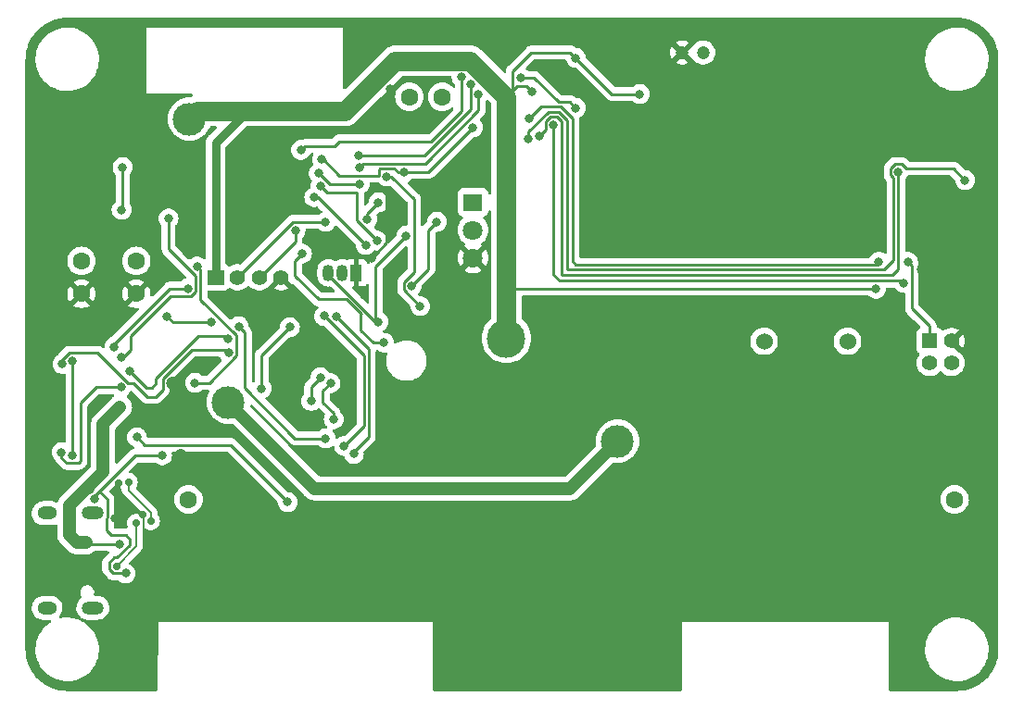
<source format=gbr>
%TF.GenerationSoftware,KiCad,Pcbnew,7.0.7*%
%TF.CreationDate,2023-10-01T15:31:46+02:00*%
%TF.ProjectId,LEDs,4c454473-2e6b-4696-9361-645f70636258,rev?*%
%TF.SameCoordinates,Original*%
%TF.FileFunction,Copper,L2,Bot*%
%TF.FilePolarity,Positive*%
%FSLAX46Y46*%
G04 Gerber Fmt 4.6, Leading zero omitted, Abs format (unit mm)*
G04 Created by KiCad (PCBNEW 7.0.7) date 2023-10-01 15:31:46*
%MOMM*%
%LPD*%
G01*
G04 APERTURE LIST*
%TA.AperFunction,ComponentPad*%
%ADD10C,1.600000*%
%TD*%
%TA.AperFunction,ComponentPad*%
%ADD11R,1.524003X1.400000*%
%TD*%
%TA.AperFunction,ComponentPad*%
%ADD12C,1.400000*%
%TD*%
%TA.AperFunction,ComponentPad*%
%ADD13R,1.050000X1.500000*%
%TD*%
%TA.AperFunction,ComponentPad*%
%ADD14O,1.050000X1.500000*%
%TD*%
%TA.AperFunction,ComponentPad*%
%ADD15C,1.200000*%
%TD*%
%TA.AperFunction,ComponentPad*%
%ADD16O,2.000000X1.200000*%
%TD*%
%TA.AperFunction,ComponentPad*%
%ADD17O,1.800000X1.200000*%
%TD*%
%TA.AperFunction,ComponentPad*%
%ADD18R,1.400000X1.400000*%
%TD*%
%TA.AperFunction,ComponentPad*%
%ADD19C,1.524003*%
%TD*%
%TA.AperFunction,ComponentPad*%
%ADD20R,1.800000X1.574803*%
%TD*%
%TA.AperFunction,ComponentPad*%
%ADD21C,1.800000*%
%TD*%
%TA.AperFunction,ViaPad*%
%ADD22C,1.200000*%
%TD*%
%TA.AperFunction,ViaPad*%
%ADD23C,0.800000*%
%TD*%
%TA.AperFunction,ViaPad*%
%ADD24C,0.700000*%
%TD*%
%TA.AperFunction,ViaPad*%
%ADD25C,1.100000*%
%TD*%
%TA.AperFunction,ViaPad*%
%ADD26C,3.000000*%
%TD*%
%TA.AperFunction,ViaPad*%
%ADD27C,3.500000*%
%TD*%
%TA.AperFunction,Conductor*%
%ADD28C,0.200000*%
%TD*%
%TA.AperFunction,Conductor*%
%ADD29C,0.250000*%
%TD*%
%TA.AperFunction,Conductor*%
%ADD30C,1.200000*%
%TD*%
%TA.AperFunction,Conductor*%
%ADD31C,1.800000*%
%TD*%
%TA.AperFunction,Conductor*%
%ADD32C,0.800000*%
%TD*%
G04 APERTURE END LIST*
D10*
%TO.P,V1,1,1*%
%TO.N,Net-(U2-GND)*%
X73307492Y-115824000D03*
%TO.P,V1,2,2*%
%TO.N,PowerControl*%
X143307492Y-115824000D03*
%TD*%
D11*
%TO.P,J2,1,1*%
%TO.N,+3.3V*%
X75788000Y-95504000D03*
D12*
%TO.P,J2,2,2*%
%TO.N,RXD*%
X77788000Y-95504000D03*
%TO.P,J2,3,3*%
%TO.N,TXD*%
X79788000Y-95504000D03*
%TO.P,J2,4,4*%
%TO.N,GND*%
X81788000Y-95504000D03*
%TD*%
D13*
%TO.P,U7,1,GND*%
%TO.N,GND*%
X88646000Y-95093200D03*
D14*
%TO.P,U7,2,DQ*%
%TO.N,DET_U7.TEMP*%
X87376000Y-95093200D03*
%TO.P,U7,3,V_{DD}*%
%TO.N,+3.3V*%
X86106000Y-95093200D03*
%TD*%
D10*
%TO.P,SW3,1,A*%
%TO.N,GND*%
X68540000Y-97004000D03*
X63540000Y-97004000D03*
%TO.P,SW3,2,B*%
%TO.N,CPU_FLASH*%
X68540000Y-94004000D03*
X63540000Y-94004000D03*
%TD*%
D15*
%TO.P,MK1,1,+*%
%TO.N,Net-(MK1-+)*%
X120329962Y-74946000D03*
%TO.P,MK1,2,-*%
%TO.N,GND*%
X118430038Y-74946000D03*
%TD*%
D10*
%TO.P,R19,1*%
%TO.N,Net-(Q5-D)*%
X96496000Y-78994000D03*
%TO.P,R19,2*%
%TO.N,ADC_BRIGHT*%
X93496000Y-78994000D03*
%TD*%
D16*
%TO.P,J1,0,Shield*%
%TO.N,Net-(J1-Shield-Pad0)*%
X64570791Y-117086879D03*
%TO.P,J1,1,Shield*%
X64570791Y-125737121D03*
D17*
%TO.P,J1,2,Shield*%
X60390883Y-125737121D03*
%TO.P,J1,3,Shield*%
X60390883Y-117086879D03*
%TD*%
D18*
%TO.P,SW1,1,1*%
%TO.N,+5V*%
X141030000Y-101330000D03*
D12*
%TO.P,SW1,2,2*%
%TO.N,GND*%
X143030000Y-101330000D03*
%TO.P,SW1,3,3*%
%TO.N,Net-(Q6-G)*%
X141030000Y-103330000D03*
%TO.P,SW1,4,4*%
%TO.N,PowerControl*%
X143030000Y-103330000D03*
%TD*%
D19*
%TO.P,SW2,1,1*%
%TO.N,Net-(D8-A)*%
X133522008Y-101346000D03*
%TO.P,SW2,2,2*%
%TO.N,Net-(Q7-G)*%
X125901992Y-101346000D03*
%TD*%
D20*
%TO.P,J3,1,1*%
%TO.N,+5V*%
X99314000Y-88645995D03*
D21*
%TO.P,J3,2,2*%
%TO.N,Net-(Q3-D)*%
X99314000Y-91186000D03*
%TO.P,J3,3,3*%
%TO.N,GND*%
X99314000Y-93726005D03*
%TD*%
D22*
%TO.N,GND*%
X109474000Y-107188000D03*
X110998000Y-117094000D03*
X81026000Y-121412000D03*
X71882000Y-105156000D03*
X144526000Y-80772000D03*
X90932000Y-111252000D03*
D23*
X89360000Y-97110000D03*
D22*
X74930000Y-109220000D03*
X124460000Y-81026000D03*
X123190000Y-73152000D03*
D23*
X67110000Y-117010000D03*
D22*
X137414000Y-79502000D03*
D24*
X66929243Y-114331322D03*
D22*
X87630000Y-118364000D03*
X131572000Y-76454000D03*
D23*
X133330000Y-99670000D03*
D22*
X145288000Y-123190000D03*
X102362000Y-73660000D03*
X89408000Y-74676000D03*
X136144000Y-83820000D03*
X115570000Y-74422000D03*
X124206000Y-77216000D03*
X95758000Y-72898000D03*
X79050000Y-123890000D03*
X133096000Y-111506000D03*
X131064000Y-101854000D03*
X94488000Y-123190000D03*
X139330000Y-105530000D03*
X125984000Y-121412000D03*
D24*
X69137117Y-117225649D03*
D22*
X139192000Y-121412000D03*
X145288000Y-106426000D03*
X61468000Y-114046000D03*
X146304000Y-95758000D03*
X118618000Y-124460000D03*
X97282000Y-118110000D03*
X67090000Y-128630000D03*
X67310000Y-77470000D03*
X106680000Y-123444000D03*
D23*
X91738307Y-78276307D03*
D22*
X85852000Y-122682000D03*
X136144000Y-73152000D03*
D23*
X82296000Y-84582000D03*
D22*
X130302000Y-81026000D03*
X59690000Y-123444000D03*
X66548000Y-73660000D03*
D24*
X71600000Y-121370000D03*
D22*
X72640000Y-111760000D03*
X112014000Y-72644000D03*
D23*
X90013195Y-93726005D03*
D22*
X132588000Y-107442000D03*
X116840000Y-117602000D03*
X62484000Y-83312000D03*
X142748000Y-99314000D03*
X59944000Y-119380000D03*
X98298000Y-107950000D03*
D23*
X91440000Y-87563000D03*
D22*
X127762000Y-99822000D03*
X61976000Y-87630000D03*
X60960000Y-100838000D03*
D23*
X85593873Y-101346000D03*
D22*
X63246000Y-80264000D03*
X95250000Y-111252000D03*
X127254000Y-108204000D03*
X132334000Y-124714000D03*
D23*
X66619863Y-117520754D03*
D22*
X102108000Y-120650000D03*
X146050000Y-86614000D03*
X138684000Y-109728000D03*
X140462000Y-94742000D03*
X61214000Y-91694000D03*
X134620000Y-103886000D03*
X124460000Y-104140000D03*
X104648000Y-111252000D03*
%TO.N,VBUS*%
X67056000Y-107363004D03*
D25*
X63939641Y-119737083D03*
D23*
X66988643Y-119922300D03*
X64314788Y-114892298D03*
D26*
%TO.N,PowerControl*%
X76962000Y-106934000D03*
D23*
X82580000Y-100068506D03*
D26*
X112522000Y-110490000D03*
D23*
X80010000Y-105664000D03*
%TO.N,Net-(U2-GND)*%
X84528155Y-106826883D03*
X85373368Y-104650346D03*
%TO.N,+5V*%
X139060000Y-94100000D03*
%TO.N,+3.3V*%
X67200000Y-89330000D03*
X64696175Y-115816175D03*
X66548000Y-101854000D03*
X62738000Y-103124000D03*
X67290000Y-85430000D03*
X114554000Y-78740000D03*
X136144000Y-96557000D03*
X104725299Y-78554701D03*
X93218000Y-91694000D03*
X90678000Y-99568000D03*
X62738000Y-111760000D03*
X73247500Y-96520000D03*
X108712000Y-75438000D03*
X67570000Y-122590000D03*
X70900000Y-111810000D03*
D27*
X102362000Y-101092000D03*
D26*
X73406000Y-81026000D03*
D23*
%TO.N,ADC_BAT*%
X105410000Y-82550000D03*
X88900000Y-84328000D03*
X138176000Y-85852000D03*
X99082313Y-77834927D03*
%TO.N,DET_U1.CHRG*%
X73914000Y-105156000D03*
X74100000Y-94510000D03*
%TO.N,DET_U1.STDBY*%
X67175500Y-102850000D03*
X71490000Y-90120000D03*
%TO.N,U1.CHRG*%
X76962549Y-101100717D03*
X67924500Y-104080000D03*
X61722000Y-111506000D03*
X67154027Y-105568627D03*
%TO.N,CTRL_POWER_EN*%
X88950000Y-87000000D03*
X136393701Y-94075500D03*
X104452503Y-80967497D03*
X85210000Y-85970000D03*
X88960000Y-85440000D03*
X99822000Y-78740000D03*
%TO.N,TXD*%
X83094299Y-91222299D03*
%TO.N,RXD*%
X85852000Y-90424000D03*
%TO.N,Net-(Q3-D)*%
X96012000Y-90424000D03*
X93726000Y-96266000D03*
%TO.N,Net-(Q1-G)*%
X77905868Y-99994132D03*
X85852000Y-110236000D03*
%TO.N,CTRL_LEDS*%
X94488000Y-98147500D03*
X91435747Y-86273653D03*
%TO.N,CTRL_ADC_EN*%
X144272000Y-86614000D03*
X99314000Y-81788000D03*
X85510000Y-84740000D03*
X93001500Y-85910000D03*
X104394000Y-82804000D03*
%TO.N,Net-(Q4-D)*%
X89662000Y-90170000D03*
X90678000Y-88646000D03*
%TO.N,DET_SW1*%
X138684000Y-96012000D03*
X98253693Y-77191500D03*
X106680000Y-81534000D03*
X83587000Y-83857000D03*
%TO.N,Net-(U2-VM)*%
X86576060Y-108487341D03*
X86297073Y-105193500D03*
%TO.N,DET_U7.TEMP*%
X83688348Y-93331750D03*
X91186000Y-101493500D03*
%TO.N,U1.STDBY*%
X76980701Y-102369392D03*
X61789789Y-103440070D03*
%TO.N,Net-(Q11-D)*%
X75434269Y-99571731D03*
X71374000Y-99060000D03*
%TO.N,ADC_MIC*%
X103690000Y-77250000D03*
X108712000Y-80010000D03*
D24*
%TO.N,CC2*%
X66720000Y-121915500D03*
X68561000Y-117992975D03*
D23*
%TO.N,DET_U9.OUT1*%
X87525541Y-110925541D03*
X85710000Y-99050000D03*
X82380000Y-116070000D03*
X68610000Y-110120000D03*
X84800000Y-88190000D03*
X89510000Y-92550000D03*
%TO.N,DET_U9.OUT2*%
X90560000Y-92150000D03*
X86830000Y-99120000D03*
X85372701Y-87157299D03*
X88420000Y-111660000D03*
D24*
%TO.N,Net-(Q13-D)*%
X67824969Y-114248988D03*
X69860500Y-117770000D03*
%TD*%
D28*
%TO.N,GND*%
X69137117Y-117225649D02*
X69210500Y-117299032D01*
X66929243Y-114331322D02*
X66929243Y-115017775D01*
D29*
X91440000Y-92299200D02*
X90013195Y-93726005D01*
X91440000Y-87563000D02*
X91440000Y-92299200D01*
D28*
X69210500Y-117299032D02*
X69210500Y-118980500D01*
D29*
X133330000Y-99670000D02*
X133530000Y-99870000D01*
D28*
X66929243Y-115017775D02*
X69137117Y-117225649D01*
X69210500Y-118980500D02*
X71600000Y-121370000D01*
D29*
%TO.N,VBUS*%
X66988643Y-119922300D02*
X64124858Y-119922300D01*
X64124858Y-119922300D02*
X63939641Y-119737083D01*
D30*
X65532000Y-113284000D02*
X62420000Y-116396000D01*
X65532000Y-108887004D02*
X65532000Y-113284000D01*
X62420000Y-116396000D02*
X62420000Y-119050000D01*
X62420000Y-119050000D02*
X63107083Y-119737083D01*
X63107083Y-119737083D02*
X63939641Y-119737083D01*
X67056000Y-107363004D02*
X65532000Y-108887004D01*
%TO.N,PowerControl*%
X108204000Y-114808000D02*
X112522000Y-110490000D01*
X84836000Y-114808000D02*
X108204000Y-114808000D01*
X76962000Y-106934000D02*
X84836000Y-114808000D01*
D29*
X82580000Y-100068506D02*
X82557494Y-100068506D01*
X82557494Y-100068506D02*
X80010000Y-102616000D01*
X80010000Y-102616000D02*
X80010000Y-105664000D01*
%TO.N,Net-(U2-GND)*%
X84528155Y-105495559D02*
X84528155Y-106826883D01*
X85373368Y-104650346D02*
X84528155Y-105495559D01*
%TO.N,+5V*%
X139409000Y-94449000D02*
X139060000Y-94100000D01*
X139409000Y-98339000D02*
X141030000Y-99960000D01*
X141030000Y-99960000D02*
X141030000Y-101330000D01*
X139409000Y-98339000D02*
X139409000Y-94449000D01*
%TO.N,+3.3V*%
X62738000Y-111760000D02*
X62738000Y-103124000D01*
X102653500Y-96557500D02*
X102362000Y-96266000D01*
X66548000Y-101854000D02*
X66548000Y-101600000D01*
D31*
X92202000Y-75692000D02*
X99060000Y-75692000D01*
D29*
X64696175Y-115543825D02*
X65170000Y-115070000D01*
X102950000Y-76628000D02*
X102950000Y-78406000D01*
D31*
X102362000Y-101092000D02*
X102362000Y-96266000D01*
D32*
X75788000Y-83216000D02*
X75788000Y-95504000D01*
D29*
X65895791Y-115795791D02*
X65170000Y-115070000D01*
D31*
X74168000Y-80264000D02*
X73406000Y-81026000D01*
D29*
X70900000Y-111810000D02*
X68430000Y-111810000D01*
X136143500Y-96557500D02*
X102653500Y-96557500D01*
D31*
X99060000Y-75692000D02*
X102362000Y-78994000D01*
D29*
X65895791Y-117470027D02*
X65895791Y-115795791D01*
X103378000Y-77978000D02*
X102362000Y-78994000D01*
X67290000Y-89240000D02*
X67200000Y-89330000D01*
X66281177Y-119075000D02*
X65850000Y-118643823D01*
X108204000Y-74930000D02*
X104648000Y-74930000D01*
X66548000Y-101600000D02*
X71628000Y-96520000D01*
D32*
X78740000Y-80264000D02*
X75788000Y-83216000D01*
D29*
X104648000Y-74930000D02*
X102950000Y-76628000D01*
X66540000Y-121140905D02*
X66795343Y-121140905D01*
D31*
X78740000Y-80264000D02*
X74168000Y-80264000D01*
D29*
X64696175Y-115816175D02*
X64696175Y-115543825D01*
X66795343Y-121140905D02*
X67965000Y-119971248D01*
X71628000Y-96520000D02*
X73247500Y-96520000D01*
X104725299Y-78554701D02*
X104148598Y-77978000D01*
D31*
X87630000Y-80264000D02*
X92202000Y-75692000D01*
X102362000Y-78994000D02*
X102362000Y-96266000D01*
D29*
X136144000Y-96557000D02*
X136143500Y-96557500D01*
X68430000Y-111810000D02*
X65170000Y-115070000D01*
X66045000Y-121635905D02*
X66540000Y-121140905D01*
X86106000Y-95250282D02*
X86106000Y-95093200D01*
X65850000Y-117515818D02*
X65895791Y-117470027D01*
X112014000Y-78740000D02*
X108712000Y-75438000D01*
D31*
X78740000Y-80264000D02*
X87630000Y-80264000D01*
D29*
X67575000Y-119075000D02*
X66281177Y-119075000D01*
X103886000Y-77978000D02*
X103378000Y-77978000D01*
X67570000Y-122590000D02*
X66439905Y-122590000D01*
X67965000Y-119465000D02*
X67575000Y-119075000D01*
X114554000Y-78740000D02*
X112014000Y-78740000D01*
X66045000Y-122195095D02*
X66045000Y-121635905D01*
X66439905Y-122590000D02*
X66045000Y-122195095D01*
X108712000Y-75438000D02*
X108204000Y-74930000D01*
X93218000Y-91694000D02*
X90424000Y-94488000D01*
X104148598Y-77978000D02*
X103886000Y-77978000D01*
X90424000Y-94488000D02*
X90424000Y-99568282D01*
X102950000Y-78406000D02*
X102362000Y-78994000D01*
X65850000Y-118643823D02*
X65850000Y-117515818D01*
X90424000Y-99568282D02*
X86106000Y-95250282D01*
X67965000Y-119971248D02*
X67965000Y-119465000D01*
X67290000Y-85430000D02*
X67290000Y-89240000D01*
%TO.N,ADC_BAT*%
X99082313Y-77834927D02*
X99082313Y-80116083D01*
X105955000Y-81233695D02*
X106379695Y-80809000D01*
X105955000Y-82005000D02*
X105955000Y-81233695D01*
X99082313Y-80116083D02*
X94870396Y-84328000D01*
X138176000Y-94742000D02*
X138176000Y-85852000D01*
X107442000Y-81270695D02*
X107442000Y-95250000D01*
X94870396Y-84328000D02*
X88900000Y-84328000D01*
X106379695Y-80809000D02*
X106980305Y-80809000D01*
X137668000Y-95250000D02*
X138176000Y-94742000D01*
X105410000Y-82550000D02*
X105955000Y-82005000D01*
X106980305Y-80809000D02*
X107442000Y-81270695D01*
X107442000Y-95250000D02*
X137668000Y-95250000D01*
%TO.N,DET_U1.CHRG*%
X73914000Y-105156000D02*
X75219398Y-105156000D01*
X74422000Y-94832000D02*
X74422000Y-97534863D01*
X77705701Y-102669697D02*
X77705701Y-100818564D01*
X74100000Y-94510000D02*
X74422000Y-94832000D01*
X75219398Y-105156000D02*
X77705701Y-102669697D01*
X77705701Y-100818564D02*
X74422000Y-97534863D01*
%TO.N,DET_U1.STDBY*%
X71490000Y-92925305D02*
X71490000Y-90120000D01*
X67339305Y-102850000D02*
X68035000Y-102154305D01*
X68035000Y-100875000D02*
X71665000Y-97245000D01*
X68035000Y-102154305D02*
X68035000Y-100875000D01*
X73972000Y-95407305D02*
X71490000Y-92925305D01*
X67175500Y-102850000D02*
X67339305Y-102850000D01*
X73972000Y-96820805D02*
X73972000Y-95407305D01*
X73547805Y-97245000D02*
X73972000Y-96820805D01*
X71665000Y-97245000D02*
X73547805Y-97245000D01*
%TO.N,U1.CHRG*%
X63463000Y-112305000D02*
X63283000Y-112485000D01*
X76741229Y-100879397D02*
X76962549Y-101100717D01*
X70358000Y-104735456D02*
X74214059Y-100879397D01*
X70358000Y-105214000D02*
X70358000Y-104735456D01*
X67924500Y-104080000D02*
X69432002Y-105587502D01*
X67154027Y-105568627D02*
X64865373Y-105568627D01*
X69984498Y-105587502D02*
X70358000Y-105214000D01*
X62193000Y-112485000D02*
X61722000Y-112014000D01*
X64865373Y-105568627D02*
X63463000Y-106971000D01*
X69432002Y-105587502D02*
X69984498Y-105587502D01*
X63283000Y-112485000D02*
X62193000Y-112485000D01*
X74214059Y-100879397D02*
X76741229Y-100879397D01*
X63463000Y-106971000D02*
X63463000Y-112305000D01*
X61722000Y-112014000D02*
X61722000Y-111506000D01*
%TO.N,CTRL_POWER_EN*%
X99822000Y-80254695D02*
X94986695Y-85090000D01*
X104452503Y-80967497D02*
X105511000Y-79909000D01*
X136119201Y-94350000D02*
X136393701Y-94075500D01*
X89310000Y-85090000D02*
X88960000Y-85440000D01*
X108712000Y-94350000D02*
X136119201Y-94350000D01*
X107353097Y-79909000D02*
X108400000Y-80955903D01*
X94986695Y-85090000D02*
X89310000Y-85090000D01*
X86240000Y-87000000D02*
X88950000Y-87000000D01*
X85210000Y-85970000D02*
X86240000Y-87000000D01*
X108400000Y-80955903D02*
X108400000Y-94038000D01*
X99822000Y-80254695D02*
X99822000Y-78740000D01*
X105511000Y-79909000D02*
X107353097Y-79909000D01*
X108400000Y-94038000D02*
X108712000Y-94350000D01*
%TO.N,TXD*%
X83094299Y-91222299D02*
X83094299Y-92197701D01*
X83094299Y-92197701D02*
X79788000Y-95504000D01*
%TO.N,RXD*%
X85852000Y-90424000D02*
X82868000Y-90424000D01*
X82868000Y-90424000D02*
X77788000Y-95504000D01*
%TO.N,Net-(Q3-D)*%
X95250000Y-91186000D02*
X95250000Y-94742000D01*
X96012000Y-90424000D02*
X95250000Y-91186000D01*
X95250000Y-94742000D02*
X93726000Y-96266000D01*
%TO.N,Net-(Q1-G)*%
X83058000Y-110236000D02*
X85852000Y-110236000D01*
X78466053Y-105644053D02*
X83058000Y-110236000D01*
X77905868Y-99994132D02*
X78466053Y-100554317D01*
X78466053Y-100554317D02*
X78466053Y-105644053D01*
%TO.N,CTRL_LEDS*%
X93943000Y-88355000D02*
X93943000Y-95023695D01*
X93001000Y-95965695D02*
X93001000Y-96660500D01*
X93943000Y-95023695D02*
X93001000Y-95965695D01*
X91435747Y-86273653D02*
X91861653Y-86273653D01*
X91861653Y-86273653D02*
X93943000Y-88355000D01*
X93001000Y-96660500D02*
X94488000Y-98147500D01*
%TO.N,CTRL_ADC_EN*%
X93001500Y-85910000D02*
X93059500Y-85852000D01*
X138476305Y-85127000D02*
X137875695Y-85127000D01*
X104394000Y-82158299D02*
X104394000Y-82804000D01*
X143209695Y-85551695D02*
X138901000Y-85551695D01*
X90715000Y-86200000D02*
X87070000Y-86200000D01*
X85610000Y-84740000D02*
X85510000Y-84740000D01*
X144272000Y-86614000D02*
X143209695Y-85551695D01*
X107166701Y-80359000D02*
X106193299Y-80359000D01*
X107950000Y-81142299D02*
X107166701Y-80359000D01*
X92475305Y-85910000D02*
X92105305Y-85540000D01*
X107950000Y-94800000D02*
X107950000Y-81142299D01*
X95250000Y-85852000D02*
X99314000Y-81788000D01*
X137451000Y-85551695D02*
X137451000Y-86152305D01*
X90774695Y-85540000D02*
X90715000Y-85599695D01*
X138901000Y-85551695D02*
X138476305Y-85127000D01*
X92105305Y-85540000D02*
X90774695Y-85540000D01*
X87070000Y-86200000D02*
X85610000Y-84740000D01*
X136848000Y-94800000D02*
X107950000Y-94800000D01*
X93001500Y-85910000D02*
X92475305Y-85910000D01*
X137451000Y-86152305D02*
X137726000Y-86427305D01*
X90715000Y-85599695D02*
X90715000Y-86200000D01*
X137726000Y-86427305D02*
X137726000Y-93922000D01*
X137875695Y-85127000D02*
X137451000Y-85551695D01*
X106193299Y-80359000D02*
X104394000Y-82158299D01*
X93059500Y-85852000D02*
X95250000Y-85852000D01*
X137726000Y-93922000D02*
X136848000Y-94800000D01*
%TO.N,Net-(Q4-D)*%
X89662000Y-89662000D02*
X90678000Y-88646000D01*
X89662000Y-90170000D02*
X89662000Y-89662000D01*
%TO.N,DET_SW1*%
X106680000Y-95250000D02*
X107262500Y-95832500D01*
X106680000Y-81534000D02*
X106680000Y-95250000D01*
X86650000Y-83500000D02*
X83944000Y-83500000D01*
X98298000Y-80264000D02*
X95504000Y-83058000D01*
X138504500Y-95832500D02*
X138684000Y-96012000D01*
X95504000Y-83058000D02*
X87092000Y-83058000D01*
X98253693Y-77191500D02*
X98298000Y-77235807D01*
X107262500Y-95832500D02*
X138504500Y-95832500D01*
X98298000Y-77235807D02*
X98298000Y-80264000D01*
X87092000Y-83058000D02*
X86650000Y-83500000D01*
X83944000Y-83500000D02*
X83587000Y-83857000D01*
%TO.N,Net-(U2-VM)*%
X86576060Y-107912060D02*
X86576060Y-108487341D01*
X85598000Y-106934000D02*
X86576060Y-107912060D01*
X85598000Y-105892573D02*
X85598000Y-106934000D01*
X86297073Y-105193500D02*
X85598000Y-105892573D01*
%TO.N,DET_U7.TEMP*%
X91186000Y-101493500D02*
X90186312Y-101493500D01*
X83026000Y-95355701D02*
X83026000Y-93994098D01*
X83026000Y-93994098D02*
X83688348Y-93331750D01*
X89053000Y-98894903D02*
X89074000Y-98873902D01*
X89074000Y-98857188D02*
X87735012Y-97518200D01*
X87735012Y-97518200D02*
X85188499Y-97518200D01*
X90186312Y-101493500D02*
X89053000Y-100360188D01*
X89053000Y-100360188D02*
X89053000Y-98894903D01*
X89074000Y-98873902D02*
X89074000Y-98857188D01*
X85188499Y-97518200D02*
X83026000Y-95355701D01*
%TO.N,U1.STDBY*%
X76980701Y-102369392D02*
X76756838Y-102145529D01*
X69556000Y-106426000D02*
X68317327Y-105187327D01*
X70358000Y-106426000D02*
X69556000Y-106426000D01*
X70957000Y-104772852D02*
X70957000Y-105827000D01*
X68317327Y-105187327D02*
X67797327Y-105187327D01*
X73584323Y-102145529D02*
X70957000Y-104772852D01*
X61789789Y-103046906D02*
X61789789Y-103440070D01*
X76756838Y-102145529D02*
X73584323Y-102145529D01*
X70957000Y-105827000D02*
X70358000Y-106426000D01*
X65009000Y-102399000D02*
X62437695Y-102399000D01*
X62437695Y-102399000D02*
X61789789Y-103046906D01*
X67797327Y-105187327D02*
X65009000Y-102399000D01*
%TO.N,Net-(Q11-D)*%
X71374000Y-99060000D02*
X71885731Y-99571731D01*
X71885731Y-99571731D02*
X75434269Y-99571731D01*
%TO.N,ADC_MIC*%
X103690000Y-77250000D02*
X104901570Y-77250000D01*
X104901570Y-77250000D02*
X107110570Y-79459000D01*
X107110570Y-79459000D02*
X108161000Y-79459000D01*
X108161000Y-79459000D02*
X108712000Y-80010000D01*
D28*
%TO.N,CC2*%
X68561000Y-117992975D02*
X68561000Y-120074500D01*
X68561000Y-120074500D02*
X66720000Y-121915500D01*
D29*
%TO.N,DET_U9.OUT1*%
X82380000Y-116070000D02*
X77145000Y-110835000D01*
X85150000Y-88190000D02*
X89510000Y-92550000D01*
X84800000Y-88190000D02*
X85150000Y-88190000D01*
X77145000Y-110835000D02*
X69325000Y-110835000D01*
X69325000Y-110835000D02*
X68610000Y-110120000D01*
X89330000Y-109121081D02*
X89330000Y-102670000D01*
X87525541Y-110925541D02*
X89330000Y-109121081D01*
X89330000Y-102670000D02*
X85710000Y-99050000D01*
%TO.N,DET_U9.OUT2*%
X85940402Y-87725000D02*
X88730000Y-87725000D01*
X88420000Y-111439852D02*
X89780000Y-110079852D01*
X89780000Y-110079852D02*
X89780000Y-102070000D01*
X85372701Y-87157299D02*
X85940402Y-87725000D01*
X88730000Y-87725000D02*
X88730000Y-90320000D01*
X89780000Y-102070000D02*
X86830000Y-99120000D01*
X88730000Y-90320000D02*
X90560000Y-92150000D01*
X88420000Y-111660000D02*
X88420000Y-111439852D01*
D28*
%TO.N,Net-(Q13-D)*%
X69860500Y-117030500D02*
X69860500Y-117770000D01*
X67824969Y-114248988D02*
X67824969Y-114994969D01*
X67824969Y-114994969D02*
X69860500Y-117030500D01*
%TD*%
%TA.AperFunction,Conductor*%
%TO.N,GND*%
G36*
X118400000Y-127000000D02*
G01*
X118400000Y-133225500D01*
X118380315Y-133292539D01*
X118327511Y-133338294D01*
X118276000Y-133349500D01*
X95783580Y-133349500D01*
X95716541Y-133329815D01*
X95670786Y-133277011D01*
X95659581Y-133225887D01*
X95640125Y-127000000D01*
X95640000Y-126960000D01*
X118400000Y-126530000D01*
X118400000Y-127000000D01*
G37*
%TD.AperFunction*%
%TD*%
%TA.AperFunction,Conductor*%
%TO.N,GND*%
G36*
X66908014Y-114319088D02*
G01*
X66963947Y-114360960D01*
X66988000Y-114422303D01*
X66988471Y-114426785D01*
X66988473Y-114426795D01*
X67043716Y-114596817D01*
X67043719Y-114596823D01*
X67133110Y-114751653D01*
X67187532Y-114812094D01*
X67192619Y-114817744D01*
X67222849Y-114880735D01*
X67224469Y-114900716D01*
X67224469Y-114951540D01*
X67223938Y-114959642D01*
X67219287Y-114994968D01*
X67219287Y-114994970D01*
X67228985Y-115068633D01*
X67239924Y-115151729D01*
X67239925Y-115151731D01*
X67295478Y-115285849D01*
X67300433Y-115297810D01*
X67396687Y-115423251D01*
X67424964Y-115444949D01*
X67431054Y-115450289D01*
X68239021Y-116258256D01*
X68956499Y-116975734D01*
X68989984Y-117037057D01*
X68985000Y-117106749D01*
X68943128Y-117162682D01*
X68877664Y-117187099D01*
X68830503Y-117181347D01*
X68825266Y-117179645D01*
X68687561Y-117150375D01*
X68650391Y-117142475D01*
X68471609Y-117142475D01*
X68440954Y-117148990D01*
X68296733Y-117179645D01*
X68296728Y-117179647D01*
X68133408Y-117252362D01*
X67988768Y-117357450D01*
X67869140Y-117490311D01*
X67779750Y-117645139D01*
X67779747Y-117645145D01*
X67724504Y-117815167D01*
X67724503Y-117815169D01*
X67705815Y-117992975D01*
X67724503Y-118170780D01*
X67724504Y-118170782D01*
X67762325Y-118287182D01*
X67764320Y-118357023D01*
X67728240Y-118416856D01*
X67665539Y-118447684D01*
X67644394Y-118449500D01*
X67633984Y-118449500D01*
X67614586Y-118447973D01*
X67607162Y-118446797D01*
X67594805Y-118444840D01*
X67594804Y-118444840D01*
X67548416Y-118449225D01*
X67542578Y-118449500D01*
X66599500Y-118449500D01*
X66532461Y-118429815D01*
X66486706Y-118377011D01*
X66475500Y-118325500D01*
X66475500Y-117742159D01*
X66481621Y-117710082D01*
X66480047Y-117709678D01*
X66481988Y-117702119D01*
X66486971Y-117682707D01*
X66493272Y-117664307D01*
X66501228Y-117645923D01*
X66508516Y-117599904D01*
X66509697Y-117594198D01*
X66521291Y-117549046D01*
X66521290Y-117529013D01*
X66522818Y-117509610D01*
X66525950Y-117489835D01*
X66525951Y-117489833D01*
X66521566Y-117443442D01*
X66521291Y-117437604D01*
X66521291Y-115878528D01*
X66523015Y-115862914D01*
X66522729Y-115862887D01*
X66523463Y-115855124D01*
X66521291Y-115785993D01*
X66521291Y-115756442D01*
X66521291Y-115756441D01*
X66520420Y-115749550D01*
X66519963Y-115743736D01*
X66519932Y-115742760D01*
X66518500Y-115697163D01*
X66512911Y-115677928D01*
X66508965Y-115658875D01*
X66508464Y-115654907D01*
X66506455Y-115638999D01*
X66489292Y-115595650D01*
X66487405Y-115590137D01*
X66477721Y-115556806D01*
X66474408Y-115545401D01*
X66469904Y-115537785D01*
X66464212Y-115528160D01*
X66455651Y-115510684D01*
X66448277Y-115492060D01*
X66448277Y-115492058D01*
X66438265Y-115478279D01*
X66420874Y-115454341D01*
X66417691Y-115449496D01*
X66393961Y-115409370D01*
X66393956Y-115409364D01*
X66379796Y-115395204D01*
X66367161Y-115380411D01*
X66355384Y-115364203D01*
X66319484Y-115334504D01*
X66315172Y-115330581D01*
X66142268Y-115157677D01*
X66108785Y-115096357D01*
X66113769Y-115026666D01*
X66142268Y-114982320D01*
X66777001Y-114347587D01*
X66838322Y-114314104D01*
X66908014Y-114319088D01*
G37*
%TD.AperFunction*%
%TA.AperFunction,Conductor*%
G36*
X82350080Y-95713767D02*
G01*
X82361110Y-95723557D01*
X82796861Y-96159308D01*
X82816010Y-96157979D01*
X82830841Y-96146975D01*
X82900553Y-96142284D01*
X82961365Y-96175656D01*
X83832624Y-97046916D01*
X84687696Y-97901988D01*
X84697521Y-97914251D01*
X84697742Y-97914069D01*
X84702713Y-97920078D01*
X84719076Y-97935443D01*
X84753134Y-97967426D01*
X84774028Y-97988320D01*
X84779510Y-97992573D01*
X84783942Y-97996357D01*
X84817917Y-98028262D01*
X84835475Y-98037914D01*
X84851734Y-98048595D01*
X84867563Y-98060873D01*
X84910337Y-98079382D01*
X84915555Y-98081938D01*
X84956407Y-98104397D01*
X84975815Y-98109380D01*
X84994216Y-98115680D01*
X85012603Y-98123637D01*
X85055987Y-98130508D01*
X85058618Y-98130925D01*
X85064327Y-98132106D01*
X85087668Y-98138099D01*
X85147705Y-98173835D01*
X85178892Y-98236358D01*
X85171325Y-98305817D01*
X85129718Y-98358520D01*
X85104128Y-98377112D01*
X84977466Y-98517785D01*
X84882821Y-98681715D01*
X84882818Y-98681722D01*
X84843016Y-98804221D01*
X84824326Y-98861744D01*
X84804540Y-99050000D01*
X84824326Y-99238256D01*
X84824327Y-99238259D01*
X84882818Y-99418277D01*
X84882821Y-99418284D01*
X84977467Y-99582216D01*
X85083726Y-99700228D01*
X85104129Y-99722888D01*
X85257265Y-99834148D01*
X85257270Y-99834151D01*
X85430192Y-99911142D01*
X85430197Y-99911144D01*
X85615354Y-99950500D01*
X85674548Y-99950500D01*
X85741587Y-99970185D01*
X85762229Y-99986819D01*
X88668181Y-102892771D01*
X88701666Y-102954094D01*
X88704500Y-102980452D01*
X88704500Y-108810628D01*
X88684815Y-108877667D01*
X88668181Y-108898309D01*
X87577769Y-109988722D01*
X87516446Y-110022207D01*
X87490088Y-110025041D01*
X87430895Y-110025041D01*
X87398438Y-110031939D01*
X87245738Y-110064396D01*
X87245733Y-110064398D01*
X87072812Y-110141389D01*
X86944349Y-110234722D01*
X86878542Y-110258201D01*
X86810488Y-110242375D01*
X86761794Y-110192269D01*
X86748144Y-110147370D01*
X86737674Y-110047744D01*
X86679179Y-109867716D01*
X86584533Y-109703784D01*
X86504953Y-109615401D01*
X86486415Y-109594813D01*
X86456185Y-109531822D01*
X86464810Y-109462486D01*
X86509552Y-109408821D01*
X86576204Y-109387863D01*
X86578565Y-109387841D01*
X86670704Y-109387841D01*
X86670706Y-109387841D01*
X86855863Y-109348485D01*
X87028790Y-109271492D01*
X87181931Y-109160229D01*
X87308593Y-109019557D01*
X87403239Y-108855625D01*
X87461734Y-108675597D01*
X87481520Y-108487341D01*
X87461734Y-108299085D01*
X87403239Y-108119057D01*
X87308593Y-107955125D01*
X87226231Y-107863653D01*
X87199307Y-107815280D01*
X87193180Y-107794193D01*
X87189233Y-107775138D01*
X87186724Y-107755268D01*
X87169564Y-107711927D01*
X87167684Y-107706439D01*
X87154678Y-107661670D01*
X87144482Y-107644430D01*
X87135921Y-107626954D01*
X87128547Y-107608330D01*
X87128546Y-107608328D01*
X87101139Y-107570605D01*
X87097948Y-107565746D01*
X87074232Y-107525643D01*
X87074225Y-107525634D01*
X87060066Y-107511475D01*
X87047428Y-107496679D01*
X87044961Y-107493283D01*
X87035654Y-107480473D01*
X87033983Y-107479091D01*
X86999748Y-107450769D01*
X86995436Y-107446846D01*
X86259819Y-106711228D01*
X86226334Y-106649905D01*
X86223500Y-106623547D01*
X86223500Y-106218000D01*
X86243185Y-106150961D01*
X86295989Y-106105206D01*
X86347500Y-106094000D01*
X86391717Y-106094000D01*
X86391719Y-106094000D01*
X86576876Y-106054644D01*
X86749803Y-105977651D01*
X86902944Y-105866388D01*
X87029606Y-105725716D01*
X87124252Y-105561784D01*
X87182747Y-105381756D01*
X87202533Y-105193500D01*
X87182747Y-105005244D01*
X87124252Y-104825216D01*
X87029606Y-104661284D01*
X86902944Y-104520612D01*
X86889460Y-104510815D01*
X86749807Y-104409351D01*
X86749802Y-104409348D01*
X86576880Y-104332357D01*
X86576875Y-104332355D01*
X86430354Y-104301212D01*
X86391719Y-104293000D01*
X86391718Y-104293000D01*
X86278453Y-104293000D01*
X86211414Y-104273315D01*
X86171066Y-104230999D01*
X86105904Y-104118134D01*
X86105902Y-104118131D01*
X85979238Y-103977457D01*
X85826102Y-103866197D01*
X85826097Y-103866194D01*
X85653175Y-103789203D01*
X85653170Y-103789201D01*
X85507369Y-103758211D01*
X85468014Y-103749846D01*
X85278722Y-103749846D01*
X85251430Y-103755647D01*
X85093565Y-103789201D01*
X85093560Y-103789203D01*
X84920638Y-103866194D01*
X84920633Y-103866197D01*
X84767497Y-103977457D01*
X84640834Y-104118131D01*
X84546189Y-104282061D01*
X84546186Y-104282068D01*
X84503149Y-104414524D01*
X84487694Y-104462090D01*
X84480802Y-104527666D01*
X84470047Y-104629995D01*
X84443462Y-104694609D01*
X84434407Y-104704714D01*
X84144363Y-104994758D01*
X84132106Y-105004579D01*
X84132289Y-105004800D01*
X84126278Y-105009772D01*
X84078927Y-105060195D01*
X84058044Y-105081078D01*
X84058032Y-105081091D01*
X84053776Y-105086576D01*
X84049992Y-105091006D01*
X84018092Y-105124977D01*
X84018091Y-105124979D01*
X84008439Y-105142535D01*
X83997765Y-105158785D01*
X83985484Y-105174620D01*
X83985479Y-105174627D01*
X83966970Y-105217397D01*
X83964400Y-105222643D01*
X83941958Y-105263465D01*
X83936977Y-105282866D01*
X83930676Y-105301269D01*
X83922717Y-105319661D01*
X83922716Y-105319664D01*
X83915426Y-105365686D01*
X83914242Y-105371405D01*
X83902656Y-105416531D01*
X83902655Y-105416541D01*
X83902655Y-105436575D01*
X83901128Y-105455974D01*
X83897995Y-105475753D01*
X83897995Y-105475754D01*
X83902380Y-105522142D01*
X83902655Y-105527980D01*
X83902655Y-106128195D01*
X83882970Y-106195234D01*
X83870805Y-106211167D01*
X83795621Y-106294667D01*
X83700976Y-106458598D01*
X83700973Y-106458605D01*
X83643525Y-106635414D01*
X83642481Y-106638627D01*
X83622695Y-106826883D01*
X83642481Y-107015139D01*
X83642482Y-107015142D01*
X83700973Y-107195160D01*
X83700976Y-107195167D01*
X83795622Y-107359099D01*
X83902193Y-107477458D01*
X83922284Y-107499771D01*
X84075420Y-107611031D01*
X84075425Y-107611034D01*
X84248347Y-107688025D01*
X84248352Y-107688027D01*
X84433509Y-107727383D01*
X84433510Y-107727383D01*
X84622799Y-107727383D01*
X84622801Y-107727383D01*
X84807958Y-107688027D01*
X84980885Y-107611034D01*
X85132421Y-107500936D01*
X85198225Y-107477458D01*
X85266279Y-107493283D01*
X85292985Y-107513575D01*
X85736352Y-107956942D01*
X85769837Y-108018265D01*
X85764853Y-108087957D01*
X85756061Y-108106618D01*
X85748881Y-108119054D01*
X85700695Y-108267356D01*
X85690386Y-108299085D01*
X85670600Y-108487341D01*
X85690386Y-108675597D01*
X85690387Y-108675600D01*
X85748878Y-108855618D01*
X85748881Y-108855625D01*
X85843527Y-109019557D01*
X85921279Y-109105909D01*
X85941645Y-109128528D01*
X85971875Y-109191519D01*
X85963250Y-109260855D01*
X85918508Y-109314520D01*
X85851856Y-109335478D01*
X85849495Y-109335500D01*
X85757354Y-109335500D01*
X85724897Y-109342398D01*
X85572197Y-109374855D01*
X85572192Y-109374857D01*
X85399270Y-109451848D01*
X85399265Y-109451851D01*
X85246130Y-109563110D01*
X85246126Y-109563114D01*
X85240400Y-109569474D01*
X85180913Y-109606121D01*
X85148252Y-109610500D01*
X83368452Y-109610500D01*
X83301413Y-109590815D01*
X83280771Y-109574181D01*
X80377199Y-106670609D01*
X80343714Y-106609286D01*
X80348698Y-106539594D01*
X80390570Y-106483661D01*
X80414437Y-106469652D01*
X80462730Y-106448151D01*
X80615871Y-106336888D01*
X80742533Y-106196216D01*
X80837179Y-106032284D01*
X80895674Y-105852256D01*
X80915460Y-105664000D01*
X80895674Y-105475744D01*
X80837179Y-105295716D01*
X80742533Y-105131784D01*
X80722046Y-105109031D01*
X80667350Y-105048284D01*
X80637120Y-104985292D01*
X80635500Y-104965312D01*
X80635500Y-102926452D01*
X80655185Y-102859413D01*
X80671819Y-102838771D01*
X82505265Y-101005325D01*
X82566588Y-100971840D01*
X82592946Y-100969006D01*
X82674644Y-100969006D01*
X82674646Y-100969006D01*
X82859803Y-100929650D01*
X83032730Y-100852657D01*
X83185871Y-100741394D01*
X83312533Y-100600722D01*
X83407179Y-100436790D01*
X83465674Y-100256762D01*
X83485460Y-100068506D01*
X83465674Y-99880250D01*
X83407179Y-99700222D01*
X83312533Y-99536290D01*
X83185871Y-99395618D01*
X83184503Y-99394624D01*
X83032734Y-99284357D01*
X83032729Y-99284354D01*
X82859807Y-99207363D01*
X82859802Y-99207361D01*
X82704582Y-99174369D01*
X82674646Y-99168006D01*
X82485354Y-99168006D01*
X82455418Y-99174369D01*
X82300197Y-99207361D01*
X82300192Y-99207363D01*
X82127270Y-99284354D01*
X82127265Y-99284357D01*
X81974129Y-99395617D01*
X81847466Y-99536291D01*
X81752821Y-99700221D01*
X81752818Y-99700228D01*
X81694327Y-99880246D01*
X81694326Y-99880250D01*
X81683088Y-99987178D01*
X81679322Y-100023007D01*
X81652737Y-100087621D01*
X81643682Y-100097726D01*
X79626208Y-102115199D01*
X79613951Y-102125020D01*
X79614134Y-102125241D01*
X79608123Y-102130213D01*
X79560772Y-102180636D01*
X79539889Y-102201519D01*
X79539877Y-102201532D01*
X79535621Y-102207017D01*
X79531837Y-102211447D01*
X79499937Y-102245418D01*
X79499936Y-102245420D01*
X79490284Y-102262976D01*
X79479610Y-102279226D01*
X79467329Y-102295061D01*
X79467324Y-102295068D01*
X79448815Y-102337838D01*
X79446245Y-102343084D01*
X79423803Y-102383906D01*
X79418822Y-102403307D01*
X79412521Y-102421710D01*
X79404562Y-102440102D01*
X79404561Y-102440105D01*
X79397271Y-102486127D01*
X79396087Y-102491846D01*
X79384501Y-102536972D01*
X79384500Y-102536982D01*
X79384500Y-102557016D01*
X79382973Y-102576415D01*
X79379840Y-102596194D01*
X79379840Y-102596195D01*
X79384225Y-102642583D01*
X79384500Y-102648421D01*
X79384500Y-104965312D01*
X79364815Y-105032351D01*
X79352650Y-105048284D01*
X79307703Y-105098203D01*
X79248217Y-105134852D01*
X79178360Y-105133522D01*
X79120311Y-105094635D01*
X79092501Y-105030538D01*
X79091553Y-105015231D01*
X79091553Y-100637054D01*
X79093277Y-100621440D01*
X79092991Y-100621413D01*
X79093725Y-100613650D01*
X79091553Y-100544520D01*
X79091553Y-100514965D01*
X79091357Y-100513417D01*
X79090682Y-100508076D01*
X79090225Y-100502262D01*
X79088762Y-100455689D01*
X79083175Y-100436461D01*
X79079227Y-100417401D01*
X79078834Y-100414286D01*
X79076717Y-100397525D01*
X79059560Y-100354192D01*
X79057672Y-100348676D01*
X79044672Y-100303929D01*
X79034471Y-100286680D01*
X79025913Y-100269211D01*
X79018539Y-100250585D01*
X79018536Y-100250581D01*
X79018536Y-100250580D01*
X78991151Y-100212888D01*
X78987943Y-100208004D01*
X78964225Y-100167899D01*
X78964216Y-100167888D01*
X78950058Y-100153730D01*
X78937423Y-100138937D01*
X78925646Y-100122729D01*
X78889746Y-100093030D01*
X78885434Y-100089107D01*
X78844828Y-100048501D01*
X78811343Y-99987178D01*
X78809191Y-99973800D01*
X78791542Y-99805876D01*
X78733047Y-99625848D01*
X78638401Y-99461916D01*
X78511739Y-99321244D01*
X78489274Y-99304922D01*
X78358602Y-99209983D01*
X78358597Y-99209980D01*
X78185675Y-99132989D01*
X78185670Y-99132987D01*
X78028822Y-99099649D01*
X78000514Y-99093632D01*
X77811222Y-99093632D01*
X77782914Y-99099649D01*
X77626065Y-99132987D01*
X77626060Y-99132989D01*
X77453138Y-99209980D01*
X77453133Y-99209983D01*
X77300003Y-99321238D01*
X77299993Y-99321247D01*
X77289339Y-99333079D01*
X77229851Y-99369725D01*
X77159994Y-99368392D01*
X77109512Y-99337784D01*
X75083819Y-97312091D01*
X75050334Y-97250768D01*
X75047500Y-97224410D01*
X75047500Y-96828499D01*
X75067185Y-96761460D01*
X75119989Y-96715705D01*
X75171500Y-96704499D01*
X76597873Y-96704499D01*
X76597874Y-96704499D01*
X76657485Y-96698091D01*
X76792333Y-96647796D01*
X76907548Y-96561546D01*
X76937069Y-96522110D01*
X76992999Y-96480242D01*
X77062690Y-96475258D01*
X77101606Y-96490995D01*
X77250599Y-96583247D01*
X77458060Y-96663618D01*
X77676757Y-96704500D01*
X77676759Y-96704500D01*
X77899241Y-96704500D01*
X77899243Y-96704500D01*
X78117940Y-96663618D01*
X78325401Y-96583247D01*
X78514562Y-96466124D01*
X78678981Y-96316236D01*
X78689046Y-96302906D01*
X78745153Y-96261271D01*
X78814865Y-96256578D01*
X78876047Y-96290319D01*
X78886948Y-96302900D01*
X78897019Y-96316236D01*
X78897022Y-96316239D01*
X78897025Y-96316242D01*
X79061437Y-96466123D01*
X79061439Y-96466125D01*
X79250595Y-96583245D01*
X79250596Y-96583245D01*
X79250599Y-96583247D01*
X79458060Y-96663618D01*
X79676757Y-96704500D01*
X79676759Y-96704500D01*
X79899241Y-96704500D01*
X79899243Y-96704500D01*
X80117940Y-96663618D01*
X80325401Y-96583247D01*
X80514562Y-96466124D01*
X80665629Y-96328407D01*
X80678980Y-96316237D01*
X80678981Y-96316236D01*
X80813058Y-96138689D01*
X80817232Y-96130305D01*
X80840553Y-96097892D01*
X81212804Y-95725641D01*
X81274127Y-95692156D01*
X81343819Y-95697140D01*
X81397432Y-95736009D01*
X81477031Y-95835822D01*
X81478456Y-95837609D01*
X81498587Y-95851334D01*
X81550714Y-95886874D01*
X81595016Y-95940902D01*
X81603074Y-96010306D01*
X81572332Y-96073049D01*
X81568543Y-96077008D01*
X81134671Y-96510879D01*
X81134672Y-96510880D01*
X81250821Y-96582797D01*
X81250822Y-96582798D01*
X81458195Y-96663134D01*
X81676807Y-96704000D01*
X81899193Y-96704000D01*
X82117809Y-96663133D01*
X82325168Y-96582801D01*
X82325181Y-96582795D01*
X82441326Y-96510879D01*
X82010067Y-96079620D01*
X81976582Y-96018297D01*
X81981566Y-95948605D01*
X82023438Y-95892672D01*
X82043944Y-95880220D01*
X82044365Y-95880018D01*
X82143808Y-95787748D01*
X82166041Y-95749238D01*
X82216608Y-95701023D01*
X82285215Y-95687799D01*
X82350080Y-95713767D01*
G37*
%TD.AperFunction*%
%TA.AperFunction,Conductor*%
G36*
X88560262Y-95460248D02*
G01*
X88583424Y-95468200D01*
X88677072Y-95468200D01*
X88677073Y-95468200D01*
X88751592Y-95455765D01*
X88820955Y-95464147D01*
X88874777Y-95508700D01*
X88895968Y-95575278D01*
X88896000Y-95578074D01*
X88896000Y-96343200D01*
X89218828Y-96343200D01*
X89218844Y-96343199D01*
X89278372Y-96336798D01*
X89278379Y-96336796D01*
X89413086Y-96286554D01*
X89413093Y-96286550D01*
X89528186Y-96200391D01*
X89575233Y-96137545D01*
X89631167Y-96095674D01*
X89700858Y-96090690D01*
X89762182Y-96124175D01*
X89795666Y-96185498D01*
X89798500Y-96211856D01*
X89798500Y-97758829D01*
X89778815Y-97825868D01*
X89726011Y-97871623D01*
X89656853Y-97881567D01*
X89593297Y-97852542D01*
X89586819Y-97846510D01*
X88295190Y-96554881D01*
X88261705Y-96493558D01*
X88266689Y-96423866D01*
X88308561Y-96367933D01*
X88374025Y-96343516D01*
X88382871Y-96343200D01*
X88395999Y-96343200D01*
X88396000Y-95577530D01*
X88415685Y-95510491D01*
X88468489Y-95464736D01*
X88537647Y-95454792D01*
X88560262Y-95460248D01*
G37*
%TD.AperFunction*%
%TA.AperFunction,Conductor*%
G36*
X86851418Y-90777248D02*
G01*
X86862447Y-90787037D01*
X87717709Y-91642300D01*
X88571038Y-92495629D01*
X88604523Y-92556952D01*
X88606678Y-92570348D01*
X88609217Y-92594500D01*
X88624326Y-92738256D01*
X88624327Y-92738259D01*
X88682818Y-92918277D01*
X88682821Y-92918284D01*
X88777467Y-93082216D01*
X88892892Y-93210408D01*
X88904129Y-93222888D01*
X89057265Y-93334148D01*
X89057270Y-93334151D01*
X89230192Y-93411142D01*
X89230197Y-93411144D01*
X89415354Y-93450500D01*
X89415355Y-93450500D01*
X89604644Y-93450500D01*
X89604646Y-93450500D01*
X89789803Y-93411144D01*
X89962730Y-93334151D01*
X90115871Y-93222888D01*
X90242533Y-93082216D01*
X90242542Y-93082200D01*
X90244961Y-93078872D01*
X90246868Y-93077400D01*
X90246881Y-93077387D01*
X90246883Y-93077389D01*
X90300287Y-93036201D01*
X90369900Y-93030215D01*
X90370933Y-93030429D01*
X90465354Y-93050500D01*
X90465355Y-93050500D01*
X90654645Y-93050500D01*
X90654646Y-93050500D01*
X90654646Y-93050499D01*
X90661103Y-93049821D01*
X90661234Y-93051067D01*
X90724080Y-93055855D01*
X90779819Y-93097984D01*
X90803934Y-93163560D01*
X90788767Y-93231764D01*
X90767891Y-93259516D01*
X90040208Y-93987199D01*
X90027951Y-93997020D01*
X90028134Y-93997241D01*
X90022123Y-94002213D01*
X89974772Y-94052636D01*
X89953889Y-94073519D01*
X89953877Y-94073532D01*
X89949621Y-94079017D01*
X89945837Y-94083447D01*
X89913937Y-94117418D01*
X89913936Y-94117420D01*
X89904284Y-94134976D01*
X89893610Y-94151226D01*
X89881329Y-94167061D01*
X89881323Y-94167070D01*
X89873484Y-94185184D01*
X89828791Y-94238890D01*
X89762158Y-94259907D01*
X89694739Y-94241563D01*
X89647940Y-94189682D01*
X89643503Y-94179265D01*
X89614354Y-94101113D01*
X89614350Y-94101106D01*
X89528190Y-93986012D01*
X89528187Y-93986009D01*
X89413093Y-93899849D01*
X89413086Y-93899845D01*
X89278379Y-93849603D01*
X89278372Y-93849601D01*
X89218844Y-93843200D01*
X88896000Y-93843200D01*
X88896000Y-94608869D01*
X88876315Y-94675908D01*
X88823511Y-94721663D01*
X88754353Y-94731607D01*
X88731740Y-94726151D01*
X88708578Y-94718200D01*
X88708576Y-94718200D01*
X88614927Y-94718200D01*
X88614926Y-94718200D01*
X88540408Y-94730634D01*
X88471043Y-94722252D01*
X88417222Y-94677698D01*
X88396031Y-94611119D01*
X88396000Y-94608325D01*
X88396000Y-93843200D01*
X88073155Y-93843200D01*
X88013627Y-93849601D01*
X88013620Y-93849603D01*
X87878913Y-93899845D01*
X87871132Y-93904095D01*
X87869940Y-93901913D01*
X87816842Y-93921710D01*
X87772018Y-93916686D01*
X87770342Y-93916177D01*
X87770341Y-93916177D01*
X87670745Y-93885965D01*
X87577031Y-93857537D01*
X87383767Y-93838503D01*
X87376000Y-93837738D01*
X87375999Y-93837738D01*
X87174968Y-93857537D01*
X86981654Y-93916178D01*
X86799453Y-94013567D01*
X86731050Y-94027809D01*
X86682547Y-94013567D01*
X86500345Y-93916178D01*
X86307031Y-93857537D01*
X86113767Y-93838503D01*
X86106000Y-93837738D01*
X86105999Y-93837738D01*
X85904968Y-93857537D01*
X85711654Y-93916178D01*
X85533511Y-94011398D01*
X85533504Y-94011403D01*
X85377352Y-94139552D01*
X85249203Y-94295704D01*
X85249198Y-94295711D01*
X85153978Y-94473854D01*
X85095337Y-94667168D01*
X85087466Y-94747090D01*
X85080500Y-94817820D01*
X85080500Y-95368580D01*
X85084264Y-95406792D01*
X85095337Y-95519231D01*
X85153978Y-95712545D01*
X85249198Y-95890688D01*
X85249201Y-95890692D01*
X85249202Y-95890694D01*
X85253039Y-95895369D01*
X85377352Y-96046847D01*
X85440368Y-96098562D01*
X85533506Y-96174998D01*
X85533509Y-96174999D01*
X85533511Y-96175001D01*
X85711654Y-96270221D01*
X85711656Y-96270221D01*
X85711659Y-96270223D01*
X85904967Y-96328862D01*
X86106000Y-96348662D01*
X86242257Y-96335241D01*
X86310901Y-96348259D01*
X86342091Y-96370963D01*
X86652147Y-96681019D01*
X86685632Y-96742342D01*
X86680648Y-96812034D01*
X86638776Y-96867967D01*
X86573312Y-96892384D01*
X86564466Y-96892700D01*
X85498952Y-96892700D01*
X85431913Y-96873015D01*
X85411271Y-96856381D01*
X83687819Y-95132929D01*
X83654334Y-95071606D01*
X83651500Y-95045248D01*
X83651500Y-94356250D01*
X83671185Y-94289211D01*
X83723989Y-94243456D01*
X83775500Y-94232250D01*
X83782992Y-94232250D01*
X83782994Y-94232250D01*
X83968151Y-94192894D01*
X84141078Y-94115901D01*
X84294219Y-94004638D01*
X84420881Y-93863966D01*
X84515527Y-93700034D01*
X84574022Y-93520006D01*
X84593808Y-93331750D01*
X84574022Y-93143494D01*
X84515527Y-92963466D01*
X84420881Y-92799534D01*
X84294219Y-92658862D01*
X84294218Y-92658861D01*
X84141082Y-92547601D01*
X84141077Y-92547598D01*
X83968155Y-92470607D01*
X83968150Y-92470605D01*
X83811926Y-92437399D01*
X83750444Y-92404207D01*
X83716668Y-92343043D01*
X83717602Y-92285272D01*
X83719799Y-92276720D01*
X83719799Y-92256683D01*
X83721326Y-92237283D01*
X83724459Y-92217505D01*
X83720074Y-92171116D01*
X83719799Y-92165278D01*
X83719799Y-91920986D01*
X83739484Y-91853947D01*
X83751649Y-91838014D01*
X83770190Y-91817421D01*
X83826832Y-91754515D01*
X83921478Y-91590583D01*
X83979973Y-91410555D01*
X83999759Y-91222299D01*
X83995992Y-91186459D01*
X84008561Y-91117732D01*
X84056294Y-91066708D01*
X84119313Y-91049500D01*
X85148252Y-91049500D01*
X85215291Y-91069185D01*
X85240400Y-91090526D01*
X85246126Y-91096885D01*
X85246130Y-91096889D01*
X85399265Y-91208148D01*
X85399270Y-91208151D01*
X85572192Y-91285142D01*
X85572197Y-91285144D01*
X85757354Y-91324500D01*
X85757355Y-91324500D01*
X85946644Y-91324500D01*
X85946646Y-91324500D01*
X86131803Y-91285144D01*
X86304730Y-91208151D01*
X86457871Y-91096888D01*
X86584533Y-90956216D01*
X86667381Y-90812717D01*
X86717946Y-90764504D01*
X86786553Y-90751280D01*
X86851418Y-90777248D01*
G37*
%TD.AperFunction*%
%TA.AperFunction,Conductor*%
G36*
X97293217Y-77112185D02*
G01*
X97338972Y-77164989D01*
X97349497Y-77203534D01*
X97368019Y-77379756D01*
X97368020Y-77379759D01*
X97426511Y-77559777D01*
X97426514Y-77559784D01*
X97521157Y-77723712D01*
X97521158Y-77723714D01*
X97521160Y-77723716D01*
X97640651Y-77856424D01*
X97670880Y-77919413D01*
X97672500Y-77939394D01*
X97672500Y-78031951D01*
X97652815Y-78098990D01*
X97600011Y-78144745D01*
X97530853Y-78154689D01*
X97467297Y-78125664D01*
X97460819Y-78119632D01*
X97335141Y-77993954D01*
X97148734Y-77863432D01*
X97148732Y-77863431D01*
X96942497Y-77767261D01*
X96942488Y-77767258D01*
X96722697Y-77708366D01*
X96722693Y-77708365D01*
X96722692Y-77708365D01*
X96722691Y-77708364D01*
X96722686Y-77708364D01*
X96496002Y-77688532D01*
X96495998Y-77688532D01*
X96269313Y-77708364D01*
X96269302Y-77708366D01*
X96049511Y-77767258D01*
X96049502Y-77767261D01*
X95843267Y-77863431D01*
X95843265Y-77863432D01*
X95656858Y-77993954D01*
X95495954Y-78154858D01*
X95365432Y-78341265D01*
X95365431Y-78341267D01*
X95269261Y-78547502D01*
X95269258Y-78547511D01*
X95210366Y-78767302D01*
X95210364Y-78767313D01*
X95190532Y-78993998D01*
X95190532Y-78994001D01*
X95210364Y-79220686D01*
X95210366Y-79220697D01*
X95269258Y-79440488D01*
X95269261Y-79440497D01*
X95365431Y-79646732D01*
X95365432Y-79646734D01*
X95495954Y-79833141D01*
X95656858Y-79994045D01*
X95656861Y-79994047D01*
X95843266Y-80124568D01*
X96049504Y-80220739D01*
X96269308Y-80279635D01*
X96431230Y-80293801D01*
X96495998Y-80299468D01*
X96496000Y-80299468D01*
X96496002Y-80299468D01*
X96555322Y-80294278D01*
X96722692Y-80279635D01*
X96942496Y-80220739D01*
X97148734Y-80124568D01*
X97335139Y-79994047D01*
X97335140Y-79994045D01*
X97335681Y-79993667D01*
X97401887Y-79971340D01*
X97469654Y-79988350D01*
X97517467Y-80039298D01*
X97530145Y-80108008D01*
X97503663Y-80172665D01*
X97494485Y-80182923D01*
X95281228Y-82396181D01*
X95219905Y-82429666D01*
X95193547Y-82432500D01*
X87174737Y-82432500D01*
X87159120Y-82430776D01*
X87159093Y-82431062D01*
X87151331Y-82430327D01*
X87082203Y-82432500D01*
X87052650Y-82432500D01*
X87051929Y-82432590D01*
X87045757Y-82433369D01*
X87039945Y-82433826D01*
X86993372Y-82435290D01*
X86993369Y-82435291D01*
X86974126Y-82440881D01*
X86955083Y-82444825D01*
X86935204Y-82447336D01*
X86935203Y-82447337D01*
X86891878Y-82464490D01*
X86886352Y-82466382D01*
X86841608Y-82479383D01*
X86841604Y-82479385D01*
X86824365Y-82489580D01*
X86806898Y-82498137D01*
X86788269Y-82505512D01*
X86788267Y-82505513D01*
X86750564Y-82532906D01*
X86745682Y-82536112D01*
X86705580Y-82559828D01*
X86691408Y-82574000D01*
X86676623Y-82586628D01*
X86663827Y-82595926D01*
X86660412Y-82598407D01*
X86630709Y-82634310D01*
X86626777Y-82638630D01*
X86581627Y-82683781D01*
X86427226Y-82838182D01*
X86365906Y-82871666D01*
X86339547Y-82874500D01*
X84026737Y-82874500D01*
X84011120Y-82872776D01*
X84011093Y-82873062D01*
X84003331Y-82872327D01*
X83934203Y-82874500D01*
X83904650Y-82874500D01*
X83903929Y-82874590D01*
X83897757Y-82875369D01*
X83891945Y-82875826D01*
X83845373Y-82877290D01*
X83845372Y-82877290D01*
X83826129Y-82882881D01*
X83807079Y-82886825D01*
X83787211Y-82889334D01*
X83787209Y-82889335D01*
X83743884Y-82906488D01*
X83738357Y-82908380D01*
X83693610Y-82921381D01*
X83693609Y-82921382D01*
X83676367Y-82931579D01*
X83658899Y-82940137D01*
X83647633Y-82944597D01*
X83640268Y-82947514D01*
X83640267Y-82947514D01*
X83639569Y-82947791D01*
X83593918Y-82956500D01*
X83492354Y-82956500D01*
X83459897Y-82963398D01*
X83307197Y-82995855D01*
X83307192Y-82995857D01*
X83134270Y-83072848D01*
X83134265Y-83072851D01*
X82981129Y-83184111D01*
X82854466Y-83324785D01*
X82759821Y-83488715D01*
X82759818Y-83488722D01*
X82701327Y-83668740D01*
X82701326Y-83668744D01*
X82681540Y-83857000D01*
X82701326Y-84045256D01*
X82701327Y-84045259D01*
X82759818Y-84225277D01*
X82759820Y-84225281D01*
X82759821Y-84225284D01*
X82854467Y-84389216D01*
X82958081Y-84504291D01*
X82981129Y-84529888D01*
X83134265Y-84641148D01*
X83134270Y-84641151D01*
X83307192Y-84718142D01*
X83307197Y-84718144D01*
X83492354Y-84757500D01*
X83492355Y-84757500D01*
X83681644Y-84757500D01*
X83681646Y-84757500D01*
X83866803Y-84718144D01*
X84039730Y-84641151D01*
X84192871Y-84529888D01*
X84319533Y-84389216D01*
X84414179Y-84225284D01*
X84418760Y-84211182D01*
X84458197Y-84153508D01*
X84522555Y-84126308D01*
X84536692Y-84125500D01*
X84610200Y-84125500D01*
X84677239Y-84145185D01*
X84722994Y-84197989D01*
X84732938Y-84267147D01*
X84717587Y-84311500D01*
X84682821Y-84371715D01*
X84682818Y-84371722D01*
X84629642Y-84535382D01*
X84624326Y-84551744D01*
X84604540Y-84740000D01*
X84624326Y-84928256D01*
X84624327Y-84928259D01*
X84682821Y-85108286D01*
X84685464Y-85114222D01*
X84683185Y-85115236D01*
X84697017Y-85172232D01*
X84674170Y-85238261D01*
X84646044Y-85266658D01*
X84604128Y-85297112D01*
X84604123Y-85297116D01*
X84477466Y-85437785D01*
X84382821Y-85601715D01*
X84382818Y-85601722D01*
X84333712Y-85752856D01*
X84324326Y-85781744D01*
X84304540Y-85970000D01*
X84324326Y-86158256D01*
X84324327Y-86158259D01*
X84382818Y-86338277D01*
X84382821Y-86338284D01*
X84477467Y-86502216D01*
X84510340Y-86538725D01*
X84559541Y-86593368D01*
X84589771Y-86656359D01*
X84581146Y-86725694D01*
X84574779Y-86738339D01*
X84545521Y-86789015D01*
X84489165Y-86962462D01*
X84487027Y-86969043D01*
X84470910Y-87122388D01*
X84467241Y-87157299D01*
X84477416Y-87254113D01*
X84464846Y-87322843D01*
X84417114Y-87373867D01*
X84404532Y-87380353D01*
X84347268Y-87405849D01*
X84194129Y-87517111D01*
X84067466Y-87657785D01*
X83972821Y-87821715D01*
X83972818Y-87821722D01*
X83925102Y-87968579D01*
X83914326Y-88001744D01*
X83894540Y-88190000D01*
X83914326Y-88378256D01*
X83914327Y-88378259D01*
X83972818Y-88558277D01*
X83972821Y-88558284D01*
X84067467Y-88722216D01*
X84135509Y-88797784D01*
X84194129Y-88862888D01*
X84347265Y-88974148D01*
X84347270Y-88974151D01*
X84520192Y-89051142D01*
X84520197Y-89051144D01*
X84705354Y-89090500D01*
X84705355Y-89090500D01*
X84894644Y-89090500D01*
X84894646Y-89090500D01*
X85052505Y-89056946D01*
X85122170Y-89062262D01*
X85165965Y-89090555D01*
X85490335Y-89414925D01*
X85523820Y-89476248D01*
X85518836Y-89545940D01*
X85476964Y-89601873D01*
X85453092Y-89615884D01*
X85399272Y-89639847D01*
X85399265Y-89639851D01*
X85246130Y-89751110D01*
X85246126Y-89751114D01*
X85240400Y-89757474D01*
X85180913Y-89794121D01*
X85148252Y-89798500D01*
X82950743Y-89798500D01*
X82935122Y-89796775D01*
X82935096Y-89797061D01*
X82927334Y-89796327D01*
X82927333Y-89796327D01*
X82858186Y-89798500D01*
X82828649Y-89798500D01*
X82821766Y-89799369D01*
X82815949Y-89799826D01*
X82769373Y-89801290D01*
X82750129Y-89806881D01*
X82731079Y-89810825D01*
X82711211Y-89813334D01*
X82667884Y-89830488D01*
X82662358Y-89832379D01*
X82617614Y-89845379D01*
X82617610Y-89845381D01*
X82600366Y-89855579D01*
X82582905Y-89864133D01*
X82564274Y-89871510D01*
X82564262Y-89871517D01*
X82526570Y-89898902D01*
X82521687Y-89902109D01*
X82481580Y-89925829D01*
X82467414Y-89939995D01*
X82452624Y-89952627D01*
X82436414Y-89964404D01*
X82436411Y-89964407D01*
X82406710Y-90000309D01*
X82402777Y-90004631D01*
X78117892Y-94289515D01*
X78056569Y-94323000D01*
X78007426Y-94323722D01*
X77899243Y-94303500D01*
X77676757Y-94303500D01*
X77458060Y-94344382D01*
X77415118Y-94361018D01*
X77250601Y-94424752D01*
X77250595Y-94424754D01*
X77101610Y-94517002D01*
X77034249Y-94535557D01*
X76967550Y-94514749D01*
X76937068Y-94485888D01*
X76907548Y-94446454D01*
X76878558Y-94424752D01*
X76792336Y-94360205D01*
X76792332Y-94360203D01*
X76769163Y-94351561D01*
X76713231Y-94309688D01*
X76688816Y-94244223D01*
X76688500Y-94235381D01*
X76688500Y-83640361D01*
X76708185Y-83573322D01*
X76724819Y-83552680D01*
X78576680Y-81700819D01*
X78638003Y-81667334D01*
X78664361Y-81664500D01*
X87583409Y-81664500D01*
X87587355Y-81664626D01*
X87617191Y-81666527D01*
X87659834Y-81669247D01*
X87763577Y-81658194D01*
X87867541Y-81649346D01*
X87873072Y-81647905D01*
X87891198Y-81644598D01*
X87896893Y-81643992D01*
X87997290Y-81615562D01*
X88098249Y-81589275D01*
X88103452Y-81586922D01*
X88120760Y-81580598D01*
X88126273Y-81579038D01*
X88220436Y-81534042D01*
X88315486Y-81491077D01*
X88320223Y-81487874D01*
X88336205Y-81478722D01*
X88341378Y-81476251D01*
X88426573Y-81415995D01*
X88513003Y-81357579D01*
X88517136Y-81353616D01*
X88531336Y-81341899D01*
X88536016Y-81338590D01*
X88609774Y-81264831D01*
X88685118Y-81192621D01*
X88688527Y-81188010D01*
X88700539Y-81174065D01*
X90880604Y-78994001D01*
X92190532Y-78994001D01*
X92210364Y-79220686D01*
X92210366Y-79220697D01*
X92269258Y-79440488D01*
X92269261Y-79440497D01*
X92365431Y-79646732D01*
X92365432Y-79646734D01*
X92495954Y-79833141D01*
X92656858Y-79994045D01*
X92656861Y-79994047D01*
X92843266Y-80124568D01*
X93049504Y-80220739D01*
X93269308Y-80279635D01*
X93431230Y-80293801D01*
X93495998Y-80299468D01*
X93496000Y-80299468D01*
X93496002Y-80299468D01*
X93555322Y-80294278D01*
X93722692Y-80279635D01*
X93942496Y-80220739D01*
X94148734Y-80124568D01*
X94335139Y-79994047D01*
X94496047Y-79833139D01*
X94626568Y-79646734D01*
X94722739Y-79440496D01*
X94781635Y-79220692D01*
X94801468Y-78994000D01*
X94801464Y-78993958D01*
X94791706Y-78882423D01*
X94781635Y-78767308D01*
X94722739Y-78547504D01*
X94626568Y-78341266D01*
X94496047Y-78154861D01*
X94496045Y-78154858D01*
X94335141Y-77993954D01*
X94148734Y-77863432D01*
X94148732Y-77863431D01*
X93942497Y-77767261D01*
X93942488Y-77767258D01*
X93722697Y-77708366D01*
X93722693Y-77708365D01*
X93722692Y-77708365D01*
X93722691Y-77708364D01*
X93722686Y-77708364D01*
X93496002Y-77688532D01*
X93495998Y-77688532D01*
X93269313Y-77708364D01*
X93269302Y-77708366D01*
X93049511Y-77767258D01*
X93049502Y-77767261D01*
X92843267Y-77863431D01*
X92843265Y-77863432D01*
X92656858Y-77993954D01*
X92495954Y-78154858D01*
X92365432Y-78341265D01*
X92365431Y-78341267D01*
X92269261Y-78547502D01*
X92269258Y-78547511D01*
X92210366Y-78767302D01*
X92210364Y-78767313D01*
X92190532Y-78993998D01*
X92190532Y-78994001D01*
X90880604Y-78994001D01*
X92745786Y-77128819D01*
X92807110Y-77095334D01*
X92833468Y-77092500D01*
X97226178Y-77092500D01*
X97293217Y-77112185D01*
G37*
%TD.AperFunction*%
%TA.AperFunction,Conductor*%
G36*
X90667386Y-86827696D02*
G01*
X90675412Y-86829227D01*
X90675418Y-86829226D01*
X90676658Y-86829305D01*
X90677584Y-86829641D01*
X90683076Y-86830689D01*
X90682907Y-86831574D01*
X90742332Y-86853151D01*
X90761038Y-86870089D01*
X90829876Y-86946541D01*
X90829882Y-86946546D01*
X90983012Y-87057801D01*
X90983017Y-87057804D01*
X91155939Y-87134795D01*
X91155944Y-87134797D01*
X91341101Y-87174153D01*
X91341102Y-87174153D01*
X91530391Y-87174153D01*
X91530393Y-87174153D01*
X91715550Y-87134797D01*
X91722560Y-87131675D01*
X91791808Y-87122388D01*
X91855086Y-87152013D01*
X91860681Y-87157272D01*
X93281181Y-88577771D01*
X93314666Y-88639094D01*
X93317500Y-88665452D01*
X93317500Y-90669500D01*
X93297815Y-90736539D01*
X93245011Y-90782294D01*
X93193500Y-90793500D01*
X93123354Y-90793500D01*
X93094053Y-90799728D01*
X92938197Y-90832855D01*
X92938192Y-90832857D01*
X92765270Y-90909848D01*
X92765265Y-90909851D01*
X92612129Y-91021111D01*
X92485466Y-91161785D01*
X92390821Y-91325715D01*
X92390818Y-91325722D01*
X92352034Y-91445089D01*
X92332326Y-91505744D01*
X92317974Y-91642300D01*
X92314679Y-91673649D01*
X92288094Y-91738263D01*
X92279039Y-91748368D01*
X91664681Y-92362726D01*
X91603358Y-92396211D01*
X91533666Y-92391227D01*
X91477733Y-92349355D01*
X91453316Y-92283891D01*
X91453678Y-92262093D01*
X91465460Y-92150000D01*
X91445674Y-91961744D01*
X91387179Y-91781716D01*
X91292533Y-91617784D01*
X91165871Y-91477112D01*
X91165870Y-91477111D01*
X91012734Y-91365851D01*
X91012729Y-91365848D01*
X90839807Y-91288857D01*
X90839802Y-91288855D01*
X90694000Y-91257865D01*
X90654646Y-91249500D01*
X90654645Y-91249500D01*
X90595452Y-91249500D01*
X90528413Y-91229815D01*
X90507771Y-91213181D01*
X90289297Y-90994707D01*
X90255812Y-90933384D01*
X90260796Y-90863692D01*
X90284826Y-90824056D01*
X90394533Y-90702216D01*
X90489179Y-90538284D01*
X90547674Y-90358256D01*
X90567460Y-90170000D01*
X90547674Y-89981744D01*
X90492476Y-89811863D01*
X90490481Y-89742022D01*
X90522727Y-89685863D01*
X90625774Y-89582818D01*
X90687097Y-89549334D01*
X90713454Y-89546500D01*
X90772644Y-89546500D01*
X90772646Y-89546500D01*
X90957803Y-89507144D01*
X91130730Y-89430151D01*
X91283871Y-89318888D01*
X91410533Y-89178216D01*
X91505179Y-89014284D01*
X91563674Y-88834256D01*
X91583460Y-88646000D01*
X91563674Y-88457744D01*
X91505179Y-88277716D01*
X91410533Y-88113784D01*
X91283871Y-87973112D01*
X91258134Y-87954413D01*
X91130734Y-87861851D01*
X91130729Y-87861848D01*
X90957807Y-87784857D01*
X90957802Y-87784855D01*
X90799034Y-87751109D01*
X90772646Y-87745500D01*
X90583354Y-87745500D01*
X90556966Y-87751109D01*
X90398197Y-87784855D01*
X90398192Y-87784857D01*
X90225270Y-87861848D01*
X90225265Y-87861851D01*
X90072129Y-87973111D01*
X89945466Y-88113785D01*
X89850821Y-88277715D01*
X89850818Y-88277722D01*
X89798826Y-88437738D01*
X89792326Y-88457744D01*
X89781760Y-88558277D01*
X89774679Y-88625650D01*
X89748094Y-88690264D01*
X89739039Y-88700369D01*
X89567181Y-88872227D01*
X89505858Y-88905712D01*
X89436166Y-88900728D01*
X89380233Y-88858856D01*
X89355816Y-88793392D01*
X89355500Y-88784546D01*
X89355500Y-87881646D01*
X89375185Y-87814607D01*
X89406613Y-87781329D01*
X89555871Y-87672888D01*
X89682533Y-87532216D01*
X89777179Y-87368284D01*
X89835674Y-87188256D01*
X89855460Y-87000000D01*
X89851514Y-86962459D01*
X89864083Y-86893732D01*
X89911815Y-86842708D01*
X89974835Y-86825500D01*
X90644151Y-86825500D01*
X90667386Y-86827696D01*
G37*
%TD.AperFunction*%
%TA.AperFunction,Conductor*%
G36*
X143511513Y-71755575D02*
G01*
X143574875Y-71758687D01*
X143662455Y-71762989D01*
X143888034Y-71774812D01*
X143893842Y-71775393D01*
X144073383Y-71802025D01*
X144270138Y-71833188D01*
X144275449Y-71834271D01*
X144456852Y-71879711D01*
X144617397Y-71922730D01*
X144644283Y-71929934D01*
X144649127Y-71931446D01*
X144827420Y-71995240D01*
X145006749Y-72064078D01*
X145010992Y-72065893D01*
X145183402Y-72147437D01*
X145353703Y-72234210D01*
X145357403Y-72236259D01*
X145521713Y-72334743D01*
X145681623Y-72438590D01*
X145684789Y-72440789D01*
X145839105Y-72555237D01*
X145987201Y-72675162D01*
X145989820Y-72677407D01*
X146020503Y-72705216D01*
X146109720Y-72786078D01*
X146131313Y-72805648D01*
X146133517Y-72807747D01*
X146267251Y-72941481D01*
X146269350Y-72943685D01*
X146397591Y-73085178D01*
X146399836Y-73087797D01*
X146519762Y-73235894D01*
X146634209Y-73390209D01*
X146636408Y-73393375D01*
X146740260Y-73553292D01*
X146838730Y-73717579D01*
X146840794Y-73721307D01*
X146927567Y-73891609D01*
X147009094Y-74063982D01*
X147010930Y-74068274D01*
X147079762Y-74247588D01*
X147143552Y-74425873D01*
X147145064Y-74430715D01*
X147195295Y-74618174D01*
X147240721Y-74799524D01*
X147241816Y-74804893D01*
X147272980Y-75001660D01*
X147299602Y-75181131D01*
X147300188Y-75186987D01*
X147312014Y-75412627D01*
X147319425Y-75563487D01*
X147319500Y-75566530D01*
X147319500Y-126999999D01*
X144908570Y-126997590D01*
X144681317Y-126880950D01*
X144524358Y-126822648D01*
X144358605Y-126761079D01*
X144023969Y-126680216D01*
X143879426Y-126662999D01*
X143682130Y-126639500D01*
X143424010Y-126639500D01*
X143166345Y-126654791D01*
X143166342Y-126654791D01*
X142827514Y-126715687D01*
X142498260Y-126816232D01*
X142183221Y-126955008D01*
X142183219Y-126955008D01*
X142183217Y-126955010D01*
X142115842Y-126994801D01*
X137310000Y-126990000D01*
X137310031Y-127000000D01*
X118400000Y-127000000D01*
X118400000Y-126530000D01*
X95640000Y-126960000D01*
X95640125Y-127000000D01*
X70579861Y-127000000D01*
X70580000Y-126990000D01*
X63624924Y-126995719D01*
X63401317Y-126880950D01*
X63244358Y-126822648D01*
X63078605Y-126761079D01*
X62743969Y-126680216D01*
X62599426Y-126662999D01*
X62402130Y-126639500D01*
X62144010Y-126639500D01*
X61886345Y-126654791D01*
X61886342Y-126654791D01*
X61598882Y-126706455D01*
X61529418Y-126698939D01*
X61475044Y-126655061D01*
X61453024Y-126588752D01*
X61470349Y-126521065D01*
X61483232Y-126503210D01*
X61591402Y-126378377D01*
X61696487Y-126196365D01*
X61765227Y-125997754D01*
X61795137Y-125789723D01*
X61790126Y-125684522D01*
X63066537Y-125684522D01*
X63076536Y-125894448D01*
X63126087Y-126098699D01*
X63126089Y-126098703D01*
X63213389Y-126289864D01*
X63213392Y-126289869D01*
X63213393Y-126289871D01*
X63213395Y-126289874D01*
X63276418Y-126378377D01*
X63335306Y-126461074D01*
X63335311Y-126461080D01*
X63487411Y-126606106D01*
X63582369Y-126667132D01*
X63664219Y-126719734D01*
X63859334Y-126797846D01*
X63962520Y-126817733D01*
X64065705Y-126837621D01*
X64065706Y-126837621D01*
X65023210Y-126837621D01*
X65023216Y-126837621D01*
X65180009Y-126822649D01*
X65381666Y-126763437D01*
X65568473Y-126667132D01*
X65583823Y-126655061D01*
X65733674Y-126537215D01*
X65733677Y-126537213D01*
X65871310Y-126378377D01*
X65976395Y-126196365D01*
X66045135Y-125997754D01*
X66075045Y-125789723D01*
X66065045Y-125579791D01*
X66015495Y-125375545D01*
X66015492Y-125375538D01*
X65928192Y-125184377D01*
X65928189Y-125184372D01*
X65928188Y-125184371D01*
X65928187Y-125184368D01*
X65806277Y-125013169D01*
X65806275Y-125013167D01*
X65806270Y-125013161D01*
X65654170Y-124868135D01*
X65477365Y-124754509D01*
X65447108Y-124742396D01*
X65282248Y-124676396D01*
X65282246Y-124676395D01*
X65075877Y-124636621D01*
X65075876Y-124636621D01*
X64795402Y-124636621D01*
X64728363Y-124616936D01*
X64682608Y-124564132D01*
X64672664Y-124494974D01*
X64673598Y-124489386D01*
X64674262Y-124485902D01*
X64699899Y-124351512D01*
X64689975Y-124193784D01*
X64641138Y-124043479D01*
X64597106Y-123974096D01*
X64556456Y-123910041D01*
X64441253Y-123801859D01*
X64441250Y-123801856D01*
X64302759Y-123725719D01*
X64298286Y-123724570D01*
X64149691Y-123686417D01*
X64149684Y-123686417D01*
X64031307Y-123686417D01*
X64031297Y-123686417D01*
X63913870Y-123701253D01*
X63913864Y-123701254D01*
X63766931Y-123759429D01*
X63766924Y-123759433D01*
X63639068Y-123852327D01*
X63639067Y-123852328D01*
X63538332Y-123974096D01*
X63471042Y-124117095D01*
X63452207Y-124215832D01*
X63441429Y-124272336D01*
X63441429Y-124272338D01*
X63441429Y-124272339D01*
X63451353Y-124430063D01*
X63451354Y-124430068D01*
X63474785Y-124502180D01*
X63494914Y-124564132D01*
X63500190Y-124580368D01*
X63500192Y-124580373D01*
X63560400Y-124675245D01*
X63579702Y-124742396D01*
X63559635Y-124809322D01*
X63532356Y-124839158D01*
X63407907Y-124937026D01*
X63407903Y-124937030D01*
X63270269Y-125095867D01*
X63165189Y-125277871D01*
X63096447Y-125476486D01*
X63096447Y-125476488D01*
X63081595Y-125579791D01*
X63066537Y-125684522D01*
X61790126Y-125684522D01*
X61785137Y-125579791D01*
X61735587Y-125375545D01*
X61735584Y-125375538D01*
X61648284Y-125184377D01*
X61648281Y-125184372D01*
X61648280Y-125184371D01*
X61648279Y-125184368D01*
X61526369Y-125013169D01*
X61526367Y-125013167D01*
X61526362Y-125013161D01*
X61374262Y-124868135D01*
X61197457Y-124754509D01*
X61167200Y-124742396D01*
X61002340Y-124676396D01*
X61002338Y-124676395D01*
X60795969Y-124636621D01*
X60795968Y-124636621D01*
X60038458Y-124636621D01*
X59881664Y-124651593D01*
X59881665Y-124651593D01*
X59881661Y-124651594D01*
X59680010Y-124710804D01*
X59493196Y-124807112D01*
X59327999Y-124937026D01*
X59327995Y-124937030D01*
X59190361Y-125095867D01*
X59085281Y-125277871D01*
X59016539Y-125476486D01*
X59016539Y-125476488D01*
X59001687Y-125579791D01*
X58986629Y-125684522D01*
X58996628Y-125894448D01*
X59046179Y-126098699D01*
X59046181Y-126098703D01*
X59133481Y-126289864D01*
X59133484Y-126289869D01*
X59133485Y-126289871D01*
X59133487Y-126289874D01*
X59196510Y-126378377D01*
X59255398Y-126461074D01*
X59255403Y-126461080D01*
X59407503Y-126606106D01*
X59502461Y-126667132D01*
X59584311Y-126719734D01*
X59779426Y-126797846D01*
X59882612Y-126817733D01*
X59985797Y-126837621D01*
X60648183Y-126837621D01*
X60715222Y-126857306D01*
X60760977Y-126910110D01*
X60770921Y-126979268D01*
X60762332Y-126998073D01*
X58420500Y-126999999D01*
X58420500Y-117034280D01*
X58986629Y-117034280D01*
X58996628Y-117244206D01*
X59046179Y-117448457D01*
X59046181Y-117448461D01*
X59133481Y-117639622D01*
X59133484Y-117639627D01*
X59133485Y-117639629D01*
X59133487Y-117639632D01*
X59255397Y-117810831D01*
X59255398Y-117810832D01*
X59255403Y-117810838D01*
X59407503Y-117955864D01*
X59464606Y-117992562D01*
X59584311Y-118069492D01*
X59779426Y-118147604D01*
X59840334Y-118159343D01*
X59985797Y-118187379D01*
X59985798Y-118187379D01*
X60743302Y-118187379D01*
X60743308Y-118187379D01*
X60900101Y-118172407D01*
X61101758Y-118113195D01*
X61138682Y-118094159D01*
X61207285Y-118080936D01*
X61272150Y-118106903D01*
X61312679Y-118163817D01*
X61319500Y-118204375D01*
X61319500Y-118947763D01*
X61317783Y-118968328D01*
X61317311Y-118971130D01*
X61317311Y-118971133D01*
X61319500Y-119063083D01*
X61319500Y-119102420D01*
X61320536Y-119113287D01*
X61320799Y-119117700D01*
X61321215Y-119135154D01*
X61322313Y-119181245D01*
X61329931Y-119216267D01*
X61331064Y-119223535D01*
X61331139Y-119224312D01*
X61334472Y-119259217D01*
X61334473Y-119259225D01*
X61352380Y-119320209D01*
X61353475Y-119324498D01*
X61366985Y-119386608D01*
X61366988Y-119386615D01*
X61381093Y-119419556D01*
X61383589Y-119426498D01*
X61393681Y-119460869D01*
X61393683Y-119460874D01*
X61422814Y-119517381D01*
X61424701Y-119521385D01*
X61449718Y-119579807D01*
X61449721Y-119579812D01*
X61469807Y-119609489D01*
X61473568Y-119615829D01*
X61489988Y-119647681D01*
X61529289Y-119697656D01*
X61531901Y-119701232D01*
X61567520Y-119753861D01*
X61567526Y-119753868D01*
X61592859Y-119779201D01*
X61597758Y-119784721D01*
X61619905Y-119812883D01*
X61619909Y-119812887D01*
X61667951Y-119854516D01*
X61671191Y-119857533D01*
X62256616Y-120442958D01*
X62269941Y-120458710D01*
X62271597Y-120461035D01*
X62304882Y-120492772D01*
X62338167Y-120524510D01*
X62352077Y-120538419D01*
X62365982Y-120552324D01*
X62365987Y-120552328D01*
X62374405Y-120559279D01*
X62377712Y-120562215D01*
X62423705Y-120606069D01*
X62453853Y-120625444D01*
X62459795Y-120629784D01*
X62487438Y-120652607D01*
X62501251Y-120660149D01*
X62543234Y-120683074D01*
X62547042Y-120685333D01*
X62561137Y-120694391D01*
X62600511Y-120719696D01*
X62633790Y-120733018D01*
X62640439Y-120736151D01*
X62671900Y-120753330D01*
X62732456Y-120772687D01*
X62736589Y-120774172D01*
X62795626Y-120797808D01*
X62830812Y-120804589D01*
X62837957Y-120806413D01*
X62872091Y-120817325D01*
X62916287Y-120822609D01*
X62935206Y-120824871D01*
X62939580Y-120825552D01*
X63001998Y-120837583D01*
X63037835Y-120837583D01*
X63045201Y-120838022D01*
X63049201Y-120838500D01*
X63080774Y-120842275D01*
X63144170Y-120837740D01*
X63148593Y-120837583D01*
X63992060Y-120837583D01*
X63992066Y-120837583D01*
X64148859Y-120822611D01*
X64350516Y-120763399D01*
X64537323Y-120667094D01*
X64568298Y-120642735D01*
X64655281Y-120574330D01*
X64720145Y-120548362D01*
X64731933Y-120547800D01*
X65949152Y-120547800D01*
X66016191Y-120567485D01*
X66061946Y-120620289D01*
X66071890Y-120689447D01*
X66042865Y-120753003D01*
X66036833Y-120759481D01*
X65661211Y-121135102D01*
X65648948Y-121144927D01*
X65649131Y-121145149D01*
X65643121Y-121150120D01*
X65595772Y-121200541D01*
X65574889Y-121221424D01*
X65574877Y-121221437D01*
X65570621Y-121226922D01*
X65566837Y-121231352D01*
X65534937Y-121265323D01*
X65534936Y-121265325D01*
X65525284Y-121282881D01*
X65514610Y-121299131D01*
X65502329Y-121314966D01*
X65502324Y-121314973D01*
X65483815Y-121357743D01*
X65481245Y-121362989D01*
X65458803Y-121403811D01*
X65453822Y-121423212D01*
X65447521Y-121441615D01*
X65439562Y-121460007D01*
X65439561Y-121460010D01*
X65432271Y-121506032D01*
X65431087Y-121511751D01*
X65419501Y-121556877D01*
X65419500Y-121556887D01*
X65419500Y-121576921D01*
X65417973Y-121596320D01*
X65414840Y-121616099D01*
X65414840Y-121616100D01*
X65419225Y-121662488D01*
X65419500Y-121668326D01*
X65419500Y-122112349D01*
X65417775Y-122127967D01*
X65418061Y-122127994D01*
X65417326Y-122135761D01*
X65419499Y-122204909D01*
X65419499Y-122234446D01*
X65420368Y-122241327D01*
X65420826Y-122247146D01*
X65422290Y-122293719D01*
X65422291Y-122293722D01*
X65427880Y-122312962D01*
X65431824Y-122332006D01*
X65434336Y-122351886D01*
X65451490Y-122395214D01*
X65453382Y-122400742D01*
X65466381Y-122445483D01*
X65476580Y-122462729D01*
X65485138Y-122480198D01*
X65492514Y-122498827D01*
X65519898Y-122536518D01*
X65523106Y-122541402D01*
X65546827Y-122581511D01*
X65546833Y-122581519D01*
X65560990Y-122595675D01*
X65573627Y-122610470D01*
X65585406Y-122626682D01*
X65621308Y-122656383D01*
X65625630Y-122660316D01*
X65939099Y-122973784D01*
X65948922Y-122986045D01*
X65949144Y-122985863D01*
X65954117Y-122991875D01*
X66004541Y-123039227D01*
X66025428Y-123060115D01*
X66025432Y-123060118D01*
X66025434Y-123060120D01*
X66030916Y-123064373D01*
X66035348Y-123068157D01*
X66069323Y-123100062D01*
X66086881Y-123109714D01*
X66103138Y-123120393D01*
X66118969Y-123132673D01*
X66138642Y-123141186D01*
X66161738Y-123151182D01*
X66166982Y-123153750D01*
X66207813Y-123176197D01*
X66220428Y-123179435D01*
X66227210Y-123181177D01*
X66245624Y-123187481D01*
X66264009Y-123195438D01*
X66310062Y-123202732D01*
X66315731Y-123203906D01*
X66360886Y-123215500D01*
X66380921Y-123215500D01*
X66400318Y-123217026D01*
X66420101Y-123220160D01*
X66466488Y-123215775D01*
X66472327Y-123215500D01*
X66866252Y-123215500D01*
X66933291Y-123235185D01*
X66958400Y-123256526D01*
X66964126Y-123262885D01*
X66964130Y-123262889D01*
X67117265Y-123374148D01*
X67117270Y-123374151D01*
X67290192Y-123451142D01*
X67290197Y-123451144D01*
X67475354Y-123490500D01*
X67475355Y-123490500D01*
X67664644Y-123490500D01*
X67664646Y-123490500D01*
X67849803Y-123451144D01*
X68022730Y-123374151D01*
X68175871Y-123262888D01*
X68302533Y-123122216D01*
X68397179Y-122958284D01*
X68455674Y-122778256D01*
X68475460Y-122590000D01*
X68455674Y-122401744D01*
X68397179Y-122221716D01*
X68302533Y-122057784D01*
X68175871Y-121917112D01*
X68175870Y-121917111D01*
X68022734Y-121805851D01*
X68022729Y-121805848D01*
X67949634Y-121773304D01*
X67896397Y-121728054D01*
X67876076Y-121661205D01*
X67895122Y-121593981D01*
X67912385Y-121572348D01*
X68954922Y-120529811D01*
X68960999Y-120524483D01*
X68989282Y-120502782D01*
X69085536Y-120377341D01*
X69146044Y-120231262D01*
X69161500Y-120113861D01*
X69166682Y-120074500D01*
X69162030Y-120039169D01*
X69161500Y-120031071D01*
X69161500Y-118644703D01*
X69181185Y-118577664D01*
X69193344Y-118561737D01*
X69241207Y-118508580D01*
X69300692Y-118471934D01*
X69370549Y-118473265D01*
X69406239Y-118491236D01*
X69432907Y-118510612D01*
X69596233Y-118583329D01*
X69771109Y-118620500D01*
X69771110Y-118620500D01*
X69949889Y-118620500D01*
X69949891Y-118620500D01*
X70124767Y-118583329D01*
X70288093Y-118510612D01*
X70432730Y-118405526D01*
X70443169Y-118393933D01*
X70476402Y-118357023D01*
X70552359Y-118272665D01*
X70641750Y-118117835D01*
X70696997Y-117947803D01*
X70715685Y-117770000D01*
X70696997Y-117592197D01*
X70650292Y-117448455D01*
X70641752Y-117422170D01*
X70641749Y-117422164D01*
X70552360Y-117267336D01*
X70552355Y-117267329D01*
X70492850Y-117201242D01*
X70462620Y-117138250D01*
X70461000Y-117118270D01*
X70461000Y-117073934D01*
X70461531Y-117065833D01*
X70466183Y-117030500D01*
X70466183Y-117030499D01*
X70445544Y-116873738D01*
X70437431Y-116854151D01*
X70385036Y-116727659D01*
X70346409Y-116677319D01*
X70288782Y-116602218D01*
X70260505Y-116580520D01*
X70254404Y-116575169D01*
X69503236Y-115824001D01*
X72002024Y-115824001D01*
X72021856Y-116050686D01*
X72021858Y-116050697D01*
X72080750Y-116270488D01*
X72080753Y-116270497D01*
X72176923Y-116476732D01*
X72176924Y-116476734D01*
X72307446Y-116663141D01*
X72468350Y-116824045D01*
X72471495Y-116826247D01*
X72654758Y-116954568D01*
X72860996Y-117050739D01*
X73080800Y-117109635D01*
X73242722Y-117123801D01*
X73307490Y-117129468D01*
X73307492Y-117129468D01*
X73307494Y-117129468D01*
X73364165Y-117124509D01*
X73534184Y-117109635D01*
X73753988Y-117050739D01*
X73960226Y-116954568D01*
X74146631Y-116824047D01*
X74307539Y-116663139D01*
X74438060Y-116476734D01*
X74534231Y-116270496D01*
X74593127Y-116050692D01*
X74611914Y-115835959D01*
X74612960Y-115824001D01*
X74612960Y-115823998D01*
X74605437Y-115738009D01*
X74593127Y-115597308D01*
X74534231Y-115377504D01*
X74438060Y-115171266D01*
X74307539Y-114984861D01*
X74307537Y-114984858D01*
X74146633Y-114823954D01*
X73960226Y-114693432D01*
X73960224Y-114693431D01*
X73753989Y-114597261D01*
X73753980Y-114597258D01*
X73534189Y-114538366D01*
X73534185Y-114538365D01*
X73534184Y-114538365D01*
X73534183Y-114538364D01*
X73534178Y-114538364D01*
X73307494Y-114518532D01*
X73307490Y-114518532D01*
X73080805Y-114538364D01*
X73080794Y-114538366D01*
X72861003Y-114597258D01*
X72860994Y-114597261D01*
X72654759Y-114693431D01*
X72654757Y-114693432D01*
X72468350Y-114823954D01*
X72307446Y-114984858D01*
X72176924Y-115171265D01*
X72176923Y-115171267D01*
X72080753Y-115377502D01*
X72080750Y-115377511D01*
X72021858Y-115597302D01*
X72021856Y-115597313D01*
X72002024Y-115823998D01*
X72002024Y-115824001D01*
X69503236Y-115824001D01*
X68552652Y-114873417D01*
X68519167Y-114812094D01*
X68524151Y-114742402D01*
X68532946Y-114723736D01*
X68550442Y-114693431D01*
X68606219Y-114596823D01*
X68661466Y-114426791D01*
X68680154Y-114248988D01*
X68661466Y-114071185D01*
X68606219Y-113901153D01*
X68516828Y-113746323D01*
X68449170Y-113671181D01*
X68397204Y-113613466D01*
X68397201Y-113613464D01*
X68397200Y-113613463D01*
X68397199Y-113613462D01*
X68252562Y-113508376D01*
X68089236Y-113435659D01*
X68089234Y-113435658D01*
X68089233Y-113435658D01*
X67982490Y-113412969D01*
X67921008Y-113379776D01*
X67887232Y-113318613D01*
X67891884Y-113248899D01*
X67920587Y-113204001D01*
X68652771Y-112471819D01*
X68714095Y-112438334D01*
X68740453Y-112435500D01*
X70196252Y-112435500D01*
X70263291Y-112455185D01*
X70288400Y-112476526D01*
X70294126Y-112482885D01*
X70294130Y-112482889D01*
X70447265Y-112594148D01*
X70447270Y-112594151D01*
X70620192Y-112671142D01*
X70620197Y-112671144D01*
X70805354Y-112710500D01*
X70805355Y-112710500D01*
X70994644Y-112710500D01*
X70994646Y-112710500D01*
X71179803Y-112671144D01*
X71352730Y-112594151D01*
X71505871Y-112482888D01*
X71632533Y-112342216D01*
X71727179Y-112178284D01*
X71785674Y-111998256D01*
X71805460Y-111810000D01*
X71785674Y-111621744D01*
X71785671Y-111621737D01*
X71784322Y-111615383D01*
X71785801Y-111615068D01*
X71784028Y-111552976D01*
X71820109Y-111493144D01*
X71882810Y-111462316D01*
X71903954Y-111460500D01*
X76834548Y-111460500D01*
X76901587Y-111480185D01*
X76922229Y-111496819D01*
X81441038Y-116015629D01*
X81474523Y-116076952D01*
X81476678Y-116090348D01*
X81479931Y-116121294D01*
X81494326Y-116258256D01*
X81494327Y-116258259D01*
X81552818Y-116438277D01*
X81552821Y-116438284D01*
X81647467Y-116602216D01*
X81760416Y-116727658D01*
X81774129Y-116742888D01*
X81927265Y-116854148D01*
X81927270Y-116854151D01*
X82100192Y-116931142D01*
X82100197Y-116931144D01*
X82285354Y-116970500D01*
X82285355Y-116970500D01*
X82474644Y-116970500D01*
X82474646Y-116970500D01*
X82659803Y-116931144D01*
X82832730Y-116854151D01*
X82985871Y-116742888D01*
X83112533Y-116602216D01*
X83207179Y-116438284D01*
X83265674Y-116258256D01*
X83285460Y-116070000D01*
X83265674Y-115881744D01*
X83207179Y-115701716D01*
X83112533Y-115537784D01*
X82985871Y-115397112D01*
X82962884Y-115380411D01*
X82832734Y-115285851D01*
X82832729Y-115285848D01*
X82659807Y-115208857D01*
X82659802Y-115208855D01*
X82514001Y-115177865D01*
X82474646Y-115169500D01*
X82474645Y-115169500D01*
X82415452Y-115169500D01*
X82348413Y-115149815D01*
X82327771Y-115133181D01*
X79990712Y-112796122D01*
X77645803Y-110451212D01*
X77635980Y-110438950D01*
X77635759Y-110439134D01*
X77630786Y-110433123D01*
X77596354Y-110400789D01*
X77580364Y-110385773D01*
X77569919Y-110375328D01*
X77559475Y-110364883D01*
X77553986Y-110360625D01*
X77549561Y-110356847D01*
X77515582Y-110324938D01*
X77515580Y-110324936D01*
X77515577Y-110324935D01*
X77498029Y-110315288D01*
X77481763Y-110304604D01*
X77465936Y-110292327D01*
X77465935Y-110292326D01*
X77465933Y-110292325D01*
X77423168Y-110273818D01*
X77417922Y-110271248D01*
X77377093Y-110248803D01*
X77377092Y-110248802D01*
X77357693Y-110243822D01*
X77339281Y-110237518D01*
X77320898Y-110229562D01*
X77320892Y-110229560D01*
X77274874Y-110222272D01*
X77269152Y-110221087D01*
X77224021Y-110209500D01*
X77224019Y-110209500D01*
X77203984Y-110209500D01*
X77184586Y-110207973D01*
X77177162Y-110206797D01*
X77164805Y-110204840D01*
X77164804Y-110204840D01*
X77118416Y-110209225D01*
X77112578Y-110209500D01*
X69636517Y-110209500D01*
X69569478Y-110189815D01*
X69523723Y-110137011D01*
X69513196Y-110098462D01*
X69509616Y-110064398D01*
X69495674Y-109931744D01*
X69437179Y-109751716D01*
X69342533Y-109587784D01*
X69215871Y-109447112D01*
X69163168Y-109408821D01*
X69062734Y-109335851D01*
X69062729Y-109335848D01*
X68889807Y-109258857D01*
X68889802Y-109258855D01*
X68744001Y-109227865D01*
X68704646Y-109219500D01*
X68515354Y-109219500D01*
X68482897Y-109226398D01*
X68330197Y-109258855D01*
X68330192Y-109258857D01*
X68157270Y-109335848D01*
X68157265Y-109335851D01*
X68004129Y-109447111D01*
X67877466Y-109587785D01*
X67782821Y-109751715D01*
X67782818Y-109751722D01*
X67724327Y-109931740D01*
X67724326Y-109931744D01*
X67704540Y-110120000D01*
X67724326Y-110308256D01*
X67724327Y-110308259D01*
X67782818Y-110488277D01*
X67782821Y-110488284D01*
X67877467Y-110652216D01*
X67991330Y-110778673D01*
X68004129Y-110792888D01*
X68157265Y-110904148D01*
X68157266Y-110904148D01*
X68157270Y-110904151D01*
X68294879Y-110965419D01*
X68348116Y-111010669D01*
X68368437Y-111077518D01*
X68349392Y-111144742D01*
X68297025Y-111190997D01*
X68275295Y-111198799D01*
X68273213Y-111199333D01*
X68229884Y-111216488D01*
X68224357Y-111218380D01*
X68179610Y-111231381D01*
X68179609Y-111231382D01*
X68162367Y-111241579D01*
X68144899Y-111250137D01*
X68126269Y-111257513D01*
X68126267Y-111257514D01*
X68088576Y-111284898D01*
X68083694Y-111288105D01*
X68043579Y-111311830D01*
X68029408Y-111326000D01*
X68014623Y-111338628D01*
X67998412Y-111350407D01*
X67968709Y-111386310D01*
X67964777Y-111390631D01*
X66844180Y-112511227D01*
X66782857Y-112544712D01*
X66713165Y-112539728D01*
X66657232Y-112497856D01*
X66632815Y-112432392D01*
X66632500Y-112423573D01*
X66632500Y-109394207D01*
X66652185Y-109327168D01*
X66668814Y-109306530D01*
X67815185Y-108160159D01*
X67817202Y-108158232D01*
X67872764Y-108107583D01*
X67919836Y-108045248D01*
X67971523Y-107982649D01*
X67978675Y-107969548D01*
X67988545Y-107954262D01*
X67995673Y-107944825D01*
X68031866Y-107872139D01*
X68072245Y-107798191D01*
X68072245Y-107798190D01*
X68072247Y-107798187D01*
X68075741Y-107787253D01*
X68082849Y-107769749D01*
X68086582Y-107762254D01*
X68109643Y-107681201D01*
X68136242Y-107597996D01*
X68137193Y-107590035D01*
X68141053Y-107570809D01*
X68141103Y-107570633D01*
X68142397Y-107566087D01*
X68150458Y-107479091D01*
X68161192Y-107389313D01*
X68160866Y-107384755D01*
X68161079Y-107364467D01*
X68161215Y-107363004D01*
X68152867Y-107272917D01*
X68146199Y-107179678D01*
X68145912Y-107178610D01*
X68143572Y-107165532D01*
X68143450Y-107165555D01*
X68142396Y-107159917D01*
X68116803Y-107069969D01*
X68113103Y-107056159D01*
X68091804Y-106976669D01*
X68091799Y-106976660D01*
X68089738Y-106971131D01*
X68089897Y-106971071D01*
X68089084Y-106968934D01*
X68088653Y-106969102D01*
X68086585Y-106963764D01*
X68086582Y-106963754D01*
X68043529Y-106877292D01*
X67999971Y-106787624D01*
X67999815Y-106787416D01*
X67996730Y-106782892D01*
X67995676Y-106781189D01*
X67995673Y-106781183D01*
X67995668Y-106781177D01*
X67995666Y-106781173D01*
X67935476Y-106701469D01*
X67896875Y-106649905D01*
X67874020Y-106619374D01*
X67817292Y-106567805D01*
X67797336Y-106549663D01*
X67721153Y-106480213D01*
X67718718Y-106478193D01*
X67718512Y-106478006D01*
X67713781Y-106474465D01*
X67715342Y-106472378D01*
X67675879Y-106428958D01*
X67664301Y-106360054D01*
X67691812Y-106295829D01*
X67714534Y-106274473D01*
X67759898Y-106241515D01*
X67886560Y-106100843D01*
X67974020Y-105949356D01*
X68024585Y-105901143D01*
X68093192Y-105887919D01*
X68158057Y-105913887D01*
X68169086Y-105923676D01*
X68614363Y-106368954D01*
X69055197Y-106809788D01*
X69065022Y-106822051D01*
X69065243Y-106821869D01*
X69070214Y-106827878D01*
X69091043Y-106847437D01*
X69120635Y-106875226D01*
X69141529Y-106896120D01*
X69147011Y-106900373D01*
X69151443Y-106904157D01*
X69185418Y-106936062D01*
X69202976Y-106945714D01*
X69219235Y-106956395D01*
X69235064Y-106968673D01*
X69277838Y-106987182D01*
X69283056Y-106989738D01*
X69323908Y-107012197D01*
X69343316Y-107017180D01*
X69361717Y-107023480D01*
X69380104Y-107031437D01*
X69423488Y-107038308D01*
X69426119Y-107038725D01*
X69431839Y-107039909D01*
X69476981Y-107051500D01*
X69497016Y-107051500D01*
X69516414Y-107053026D01*
X69536194Y-107056159D01*
X69536195Y-107056160D01*
X69536195Y-107056159D01*
X69536196Y-107056160D01*
X69582583Y-107051775D01*
X69588422Y-107051500D01*
X70275257Y-107051500D01*
X70290877Y-107053224D01*
X70290904Y-107052939D01*
X70298660Y-107053671D01*
X70298667Y-107053673D01*
X70367814Y-107051500D01*
X70397350Y-107051500D01*
X70404228Y-107050630D01*
X70410041Y-107050172D01*
X70456627Y-107048709D01*
X70475869Y-107043117D01*
X70494912Y-107039174D01*
X70514792Y-107036664D01*
X70558122Y-107019507D01*
X70563646Y-107017617D01*
X70572175Y-107015139D01*
X70608390Y-107004618D01*
X70625629Y-106994422D01*
X70643103Y-106985862D01*
X70661727Y-106978488D01*
X70661727Y-106978487D01*
X70661732Y-106978486D01*
X70699449Y-106951082D01*
X70704305Y-106947892D01*
X70744420Y-106924170D01*
X70758589Y-106909999D01*
X70773379Y-106897368D01*
X70789587Y-106885594D01*
X70819299Y-106849676D01*
X70823212Y-106845376D01*
X71340787Y-106327802D01*
X71353042Y-106317986D01*
X71352859Y-106317764D01*
X71358866Y-106312792D01*
X71358877Y-106312786D01*
X71394858Y-106274470D01*
X71406227Y-106262364D01*
X71416671Y-106251918D01*
X71427120Y-106241471D01*
X71431379Y-106235978D01*
X71435152Y-106231561D01*
X71467062Y-106197582D01*
X71476715Y-106180020D01*
X71487389Y-106163770D01*
X71499673Y-106147936D01*
X71518180Y-106105167D01*
X71520749Y-106099924D01*
X71543196Y-106059093D01*
X71543197Y-106059092D01*
X71548177Y-106039691D01*
X71554478Y-106021288D01*
X71562438Y-106002896D01*
X71569730Y-105956849D01*
X71570911Y-105951152D01*
X71582500Y-105906019D01*
X71582500Y-105885983D01*
X71584027Y-105866582D01*
X71584058Y-105866388D01*
X71587160Y-105846804D01*
X71582775Y-105800415D01*
X71582500Y-105794577D01*
X71582500Y-105083304D01*
X71602185Y-105016265D01*
X71618819Y-104995623D01*
X73807095Y-102807348D01*
X73868418Y-102773863D01*
X73894776Y-102771029D01*
X76101187Y-102771029D01*
X76168226Y-102790714D01*
X76208573Y-102833028D01*
X76248168Y-102901608D01*
X76295427Y-102954094D01*
X76331009Y-102993612D01*
X76361239Y-103056603D01*
X76352614Y-103125939D01*
X76326540Y-103164265D01*
X74996626Y-104494181D01*
X74935303Y-104527666D01*
X74908945Y-104530500D01*
X74617748Y-104530500D01*
X74550709Y-104510815D01*
X74525600Y-104489474D01*
X74519873Y-104483114D01*
X74519869Y-104483110D01*
X74366734Y-104371851D01*
X74366729Y-104371848D01*
X74193807Y-104294857D01*
X74193802Y-104294855D01*
X74048001Y-104263865D01*
X74008646Y-104255500D01*
X73819354Y-104255500D01*
X73786897Y-104262398D01*
X73634197Y-104294855D01*
X73634192Y-104294857D01*
X73461270Y-104371848D01*
X73461265Y-104371851D01*
X73308129Y-104483111D01*
X73181466Y-104623785D01*
X73086821Y-104787715D01*
X73086818Y-104787722D01*
X73029116Y-104965312D01*
X73028326Y-104967744D01*
X73008540Y-105156000D01*
X73028326Y-105344256D01*
X73028327Y-105344259D01*
X73086818Y-105524277D01*
X73086821Y-105524284D01*
X73181467Y-105688216D01*
X73282492Y-105800415D01*
X73308129Y-105828888D01*
X73461265Y-105940148D01*
X73461270Y-105940151D01*
X73634192Y-106017142D01*
X73634197Y-106017144D01*
X73819354Y-106056500D01*
X73819355Y-106056500D01*
X74008644Y-106056500D01*
X74008646Y-106056500D01*
X74193803Y-106017144D01*
X74366730Y-105940151D01*
X74519871Y-105828888D01*
X74522788Y-105825647D01*
X74525600Y-105822526D01*
X74585087Y-105785879D01*
X74617748Y-105781500D01*
X75103014Y-105781500D01*
X75170053Y-105801185D01*
X75215808Y-105853989D01*
X75225752Y-105923147D01*
X75211846Y-105964927D01*
X75137635Y-106100832D01*
X75037628Y-106368962D01*
X74976804Y-106648566D01*
X74956390Y-106933998D01*
X74956390Y-106934001D01*
X74976804Y-107219433D01*
X75037628Y-107499037D01*
X75037630Y-107499043D01*
X75037631Y-107499046D01*
X75122797Y-107727383D01*
X75137635Y-107767166D01*
X75274770Y-108018309D01*
X75274775Y-108018317D01*
X75446254Y-108247387D01*
X75446270Y-108247405D01*
X75648594Y-108449729D01*
X75648612Y-108449745D01*
X75877682Y-108621224D01*
X75877690Y-108621229D01*
X76128833Y-108758364D01*
X76128832Y-108758364D01*
X76128836Y-108758365D01*
X76128839Y-108758367D01*
X76396954Y-108858369D01*
X76396960Y-108858370D01*
X76396962Y-108858371D01*
X76676566Y-108919195D01*
X76676568Y-108919195D01*
X76676572Y-108919196D01*
X76930220Y-108937337D01*
X76961999Y-108939610D01*
X76962000Y-108939610D01*
X76962001Y-108939610D01*
X76981052Y-108938247D01*
X77247428Y-108919196D01*
X77299067Y-108907962D01*
X77368754Y-108912945D01*
X77413105Y-108941447D01*
X83985533Y-115513875D01*
X83998858Y-115529627D01*
X84000514Y-115531952D01*
X84014761Y-115545536D01*
X84067084Y-115595427D01*
X84094904Y-115623246D01*
X84094906Y-115623247D01*
X84103321Y-115630196D01*
X84106627Y-115633130D01*
X84152622Y-115676986D01*
X84152624Y-115676987D01*
X84182762Y-115696356D01*
X84188721Y-115700707D01*
X84216356Y-115723524D01*
X84216358Y-115723525D01*
X84272140Y-115753985D01*
X84275948Y-115756244D01*
X84278986Y-115758196D01*
X84329428Y-115790613D01*
X84362701Y-115803933D01*
X84369371Y-115807076D01*
X84400818Y-115824248D01*
X84461375Y-115843606D01*
X84465527Y-115845099D01*
X84470046Y-115846908D01*
X84524543Y-115868725D01*
X84559736Y-115875508D01*
X84566865Y-115877327D01*
X84601008Y-115888242D01*
X84645215Y-115893527D01*
X84664120Y-115895787D01*
X84668496Y-115896469D01*
X84672730Y-115897285D01*
X84730915Y-115908500D01*
X84766745Y-115908500D01*
X84774112Y-115908939D01*
X84777541Y-115909348D01*
X84809692Y-115913193D01*
X84873101Y-115908657D01*
X84877524Y-115908500D01*
X108101763Y-115908500D01*
X108122326Y-115910216D01*
X108125134Y-115910689D01*
X108215086Y-115908547D01*
X108217085Y-115908500D01*
X108256417Y-115908500D01*
X108256425Y-115908500D01*
X108256434Y-115908499D01*
X108256436Y-115908499D01*
X108257305Y-115908415D01*
X108267291Y-115907462D01*
X108271692Y-115907199D01*
X108335245Y-115905687D01*
X108370260Y-115898069D01*
X108377536Y-115896934D01*
X108413218Y-115893528D01*
X108474232Y-115875611D01*
X108478488Y-115874525D01*
X108540612Y-115861013D01*
X108573557Y-115846904D01*
X108580488Y-115844412D01*
X108614875Y-115834316D01*
X108634883Y-115824001D01*
X142002024Y-115824001D01*
X142021856Y-116050686D01*
X142021858Y-116050697D01*
X142080750Y-116270488D01*
X142080753Y-116270497D01*
X142176923Y-116476732D01*
X142176924Y-116476734D01*
X142307446Y-116663141D01*
X142468350Y-116824045D01*
X142471495Y-116826247D01*
X142654758Y-116954568D01*
X142860996Y-117050739D01*
X143080800Y-117109635D01*
X143242722Y-117123801D01*
X143307490Y-117129468D01*
X143307492Y-117129468D01*
X143307494Y-117129468D01*
X143364164Y-117124509D01*
X143534184Y-117109635D01*
X143753988Y-117050739D01*
X143960226Y-116954568D01*
X144146631Y-116824047D01*
X144307539Y-116663139D01*
X144438060Y-116476734D01*
X144534231Y-116270496D01*
X144593127Y-116050692D01*
X144611914Y-115835959D01*
X144612960Y-115824001D01*
X144612960Y-115823998D01*
X144605437Y-115738009D01*
X144593127Y-115597308D01*
X144534231Y-115377504D01*
X144438060Y-115171266D01*
X144307539Y-114984861D01*
X144307537Y-114984858D01*
X144146633Y-114823954D01*
X143960226Y-114693432D01*
X143960224Y-114693431D01*
X143753989Y-114597261D01*
X143753980Y-114597258D01*
X143534189Y-114538366D01*
X143534185Y-114538365D01*
X143534184Y-114538365D01*
X143534183Y-114538364D01*
X143534178Y-114538364D01*
X143307494Y-114518532D01*
X143307490Y-114518532D01*
X143080805Y-114538364D01*
X143080794Y-114538366D01*
X142861003Y-114597258D01*
X142860994Y-114597261D01*
X142654759Y-114693431D01*
X142654757Y-114693432D01*
X142468350Y-114823954D01*
X142307446Y-114984858D01*
X142176924Y-115171265D01*
X142176923Y-115171267D01*
X142080753Y-115377502D01*
X142080750Y-115377511D01*
X142021858Y-115597302D01*
X142021856Y-115597313D01*
X142002024Y-115823998D01*
X142002024Y-115824001D01*
X108634883Y-115824001D01*
X108671385Y-115805182D01*
X108675375Y-115803303D01*
X108689795Y-115797127D01*
X108733812Y-115778279D01*
X108763495Y-115758187D01*
X108769815Y-115754438D01*
X108801682Y-115738011D01*
X108851663Y-115698702D01*
X108855221Y-115696105D01*
X108907865Y-115660477D01*
X108933211Y-115635129D01*
X108938720Y-115630240D01*
X108966886Y-115608092D01*
X108966888Y-115608088D01*
X108966890Y-115608088D01*
X108987217Y-115584627D01*
X109008524Y-115560038D01*
X109011506Y-115556834D01*
X112070895Y-112497445D01*
X112132216Y-112463962D01*
X112184930Y-112463962D01*
X112236572Y-112475196D01*
X112500012Y-112494037D01*
X112521999Y-112495610D01*
X112522000Y-112495610D01*
X112522001Y-112495610D01*
X112550595Y-112493564D01*
X112807428Y-112475196D01*
X112899418Y-112455185D01*
X113087037Y-112414371D01*
X113087037Y-112414370D01*
X113087046Y-112414369D01*
X113355161Y-112314367D01*
X113606315Y-112177226D01*
X113835395Y-112005739D01*
X114037739Y-111803395D01*
X114209226Y-111574315D01*
X114346367Y-111323161D01*
X114446369Y-111055046D01*
X114488472Y-110861500D01*
X114507195Y-110775433D01*
X114507195Y-110775432D01*
X114507196Y-110775428D01*
X114525807Y-110515216D01*
X114527610Y-110490001D01*
X114527610Y-110489998D01*
X114522361Y-110416607D01*
X114507196Y-110204572D01*
X114497254Y-110158871D01*
X114446371Y-109924962D01*
X114446370Y-109924960D01*
X114446369Y-109924954D01*
X114346367Y-109656839D01*
X114278102Y-109531822D01*
X114209229Y-109405690D01*
X114209224Y-109405682D01*
X114037745Y-109176612D01*
X114037729Y-109176594D01*
X113835405Y-108974270D01*
X113835387Y-108974254D01*
X113606317Y-108802775D01*
X113606309Y-108802770D01*
X113355166Y-108665635D01*
X113355167Y-108665635D01*
X113236110Y-108621229D01*
X113087046Y-108565631D01*
X113087043Y-108565630D01*
X113087037Y-108565628D01*
X112807433Y-108504804D01*
X112522001Y-108484390D01*
X112521999Y-108484390D01*
X112236566Y-108504804D01*
X111956962Y-108565628D01*
X111688833Y-108665635D01*
X111437690Y-108802770D01*
X111437682Y-108802775D01*
X111208612Y-108974254D01*
X111208594Y-108974270D01*
X111006270Y-109176594D01*
X111006254Y-109176612D01*
X110834775Y-109405682D01*
X110834770Y-109405690D01*
X110697635Y-109656833D01*
X110597628Y-109924962D01*
X110536804Y-110204566D01*
X110516390Y-110489998D01*
X110516390Y-110490001D01*
X110536804Y-110775427D01*
X110548037Y-110827067D01*
X110543051Y-110896759D01*
X110514551Y-110941105D01*
X107784477Y-113671181D01*
X107723154Y-113704666D01*
X107696796Y-113707500D01*
X85343204Y-113707500D01*
X85276165Y-113687815D01*
X85255523Y-113671181D01*
X82410205Y-110825863D01*
X82406553Y-110819175D01*
X82389219Y-110804877D01*
X78969447Y-107385105D01*
X78935962Y-107323782D01*
X78935964Y-107271055D01*
X78936385Y-107269123D01*
X78969876Y-107207807D01*
X79031203Y-107174330D01*
X79100894Y-107179322D01*
X79145228Y-107207818D01*
X82557194Y-110619784D01*
X82567020Y-110632048D01*
X82567241Y-110631866D01*
X82572443Y-110638154D01*
X82573055Y-110639581D01*
X82574210Y-110641022D01*
X82574877Y-110642073D01*
X82582769Y-110647790D01*
X82603565Y-110667318D01*
X82622651Y-110685241D01*
X82643530Y-110706120D01*
X82649004Y-110710366D01*
X82653442Y-110714156D01*
X82687418Y-110746062D01*
X82687422Y-110746064D01*
X82704973Y-110755713D01*
X82721231Y-110766392D01*
X82737064Y-110778674D01*
X82759015Y-110788172D01*
X82779837Y-110797183D01*
X82785081Y-110799752D01*
X82825908Y-110822197D01*
X82845312Y-110827179D01*
X82863710Y-110833478D01*
X82882105Y-110841438D01*
X82928129Y-110848726D01*
X82933832Y-110849907D01*
X82978981Y-110861500D01*
X82999016Y-110861500D01*
X83018413Y-110863026D01*
X83038196Y-110866160D01*
X83084583Y-110861775D01*
X83090422Y-110861500D01*
X85148252Y-110861500D01*
X85215291Y-110881185D01*
X85240400Y-110902526D01*
X85246126Y-110908885D01*
X85246130Y-110908889D01*
X85399265Y-111020148D01*
X85399270Y-111020151D01*
X85572192Y-111097142D01*
X85572197Y-111097144D01*
X85757354Y-111136500D01*
X85757355Y-111136500D01*
X85946644Y-111136500D01*
X85946646Y-111136500D01*
X86131803Y-111097144D01*
X86304730Y-111020151D01*
X86433190Y-110926819D01*
X86498997Y-110903339D01*
X86567051Y-110919164D01*
X86615746Y-110969270D01*
X86629396Y-111014172D01*
X86639867Y-111113797D01*
X86639868Y-111113800D01*
X86698359Y-111293818D01*
X86698362Y-111293825D01*
X86793008Y-111457757D01*
X86919669Y-111598429D01*
X86919670Y-111598429D01*
X87072806Y-111709689D01*
X87072811Y-111709692D01*
X87245733Y-111786683D01*
X87245738Y-111786685D01*
X87430895Y-111826041D01*
X87437017Y-111826041D01*
X87504056Y-111845726D01*
X87549811Y-111898530D01*
X87554948Y-111911723D01*
X87592818Y-112028278D01*
X87592821Y-112028284D01*
X87687467Y-112192216D01*
X87806850Y-112324804D01*
X87814129Y-112332888D01*
X87967265Y-112444148D01*
X87967270Y-112444151D01*
X88140192Y-112521142D01*
X88140197Y-112521144D01*
X88325354Y-112560500D01*
X88325355Y-112560500D01*
X88514644Y-112560500D01*
X88514646Y-112560500D01*
X88699803Y-112521144D01*
X88872730Y-112444151D01*
X89025871Y-112332888D01*
X89152533Y-112192216D01*
X89247179Y-112028284D01*
X89305674Y-111848256D01*
X89325460Y-111660000D01*
X89308719Y-111500721D01*
X89321288Y-111431995D01*
X89344356Y-111400085D01*
X90163788Y-110580653D01*
X90176042Y-110570838D01*
X90175859Y-110570616D01*
X90181866Y-110565644D01*
X90181877Y-110565638D01*
X90212775Y-110532734D01*
X90229227Y-110515216D01*
X90239671Y-110504770D01*
X90250120Y-110494323D01*
X90254379Y-110488830D01*
X90258152Y-110484413D01*
X90290062Y-110450434D01*
X90299713Y-110432876D01*
X90310396Y-110416613D01*
X90322673Y-110400788D01*
X90341185Y-110358005D01*
X90343738Y-110352793D01*
X90366197Y-110311944D01*
X90371180Y-110292532D01*
X90377481Y-110274132D01*
X90385437Y-110255748D01*
X90392729Y-110209704D01*
X90393906Y-110204023D01*
X90405500Y-110158871D01*
X90405500Y-110138834D01*
X90407027Y-110119434D01*
X90410160Y-110099656D01*
X90405775Y-110053267D01*
X90405500Y-110047429D01*
X90405500Y-102282876D01*
X90425185Y-102215837D01*
X90477989Y-102170082D01*
X90547147Y-102160138D01*
X90602385Y-102182558D01*
X90733265Y-102277648D01*
X90733270Y-102277651D01*
X90906192Y-102354642D01*
X90906197Y-102354644D01*
X91091354Y-102394000D01*
X91091355Y-102394000D01*
X91280642Y-102394000D01*
X91280646Y-102394000D01*
X91316225Y-102386437D01*
X91385887Y-102391752D01*
X91441621Y-102433888D01*
X91465728Y-102499467D01*
X91459362Y-102547764D01*
X91422882Y-102654693D01*
X91422881Y-102654699D01*
X91409343Y-102727995D01*
X91376122Y-102907855D01*
X91373681Y-102921068D01*
X91373680Y-102921075D01*
X91363787Y-103191763D01*
X91393413Y-103461013D01*
X91393415Y-103461024D01*
X91460806Y-103718797D01*
X91461928Y-103723088D01*
X91567870Y-103972390D01*
X91653658Y-104112958D01*
X91708979Y-104203605D01*
X91708986Y-104203615D01*
X91882253Y-104411819D01*
X91882259Y-104411824D01*
X91984422Y-104503362D01*
X92083998Y-104592582D01*
X92309910Y-104742044D01*
X92555176Y-104857020D01*
X92555183Y-104857022D01*
X92555185Y-104857023D01*
X92814557Y-104935057D01*
X92814564Y-104935058D01*
X92814569Y-104935060D01*
X93082561Y-104974500D01*
X93082566Y-104974500D01*
X93285636Y-104974500D01*
X93337133Y-104970730D01*
X93488156Y-104959677D01*
X93628608Y-104928390D01*
X93752546Y-104900782D01*
X93752548Y-104900781D01*
X93752553Y-104900780D01*
X94005558Y-104804014D01*
X94241777Y-104671441D01*
X94456177Y-104505888D01*
X94644186Y-104310881D01*
X94801799Y-104090579D01*
X94904029Y-103891740D01*
X94925649Y-103849690D01*
X94925651Y-103849684D01*
X94925656Y-103849675D01*
X95013118Y-103593305D01*
X95062319Y-103326933D01*
X95072212Y-103056235D01*
X95042586Y-102786982D01*
X94974072Y-102524912D01*
X94868130Y-102275610D01*
X94727018Y-102044390D01*
X94677850Y-101985308D01*
X94553746Y-101836180D01*
X94553740Y-101836175D01*
X94352002Y-101655418D01*
X94126092Y-101505957D01*
X94050931Y-101470723D01*
X93880824Y-101390980D01*
X93880819Y-101390978D01*
X93880814Y-101390976D01*
X93621442Y-101312942D01*
X93621428Y-101312939D01*
X93505791Y-101295921D01*
X93353439Y-101273500D01*
X93150369Y-101273500D01*
X93150364Y-101273500D01*
X92947844Y-101288323D01*
X92947831Y-101288325D01*
X92683453Y-101347217D01*
X92683446Y-101347220D01*
X92430439Y-101443987D01*
X92269740Y-101534176D01*
X92201644Y-101549821D01*
X92135900Y-101526166D01*
X92093382Y-101470723D01*
X92085733Y-101439012D01*
X92071674Y-101305244D01*
X92013179Y-101125216D01*
X91918533Y-100961284D01*
X91791871Y-100820612D01*
X91791870Y-100820611D01*
X91638734Y-100709351D01*
X91638729Y-100709348D01*
X91465807Y-100632357D01*
X91465802Y-100632355D01*
X91316966Y-100600720D01*
X91280646Y-100593000D01*
X91173148Y-100593000D01*
X91106109Y-100573315D01*
X91060354Y-100520511D01*
X91050410Y-100451353D01*
X91079435Y-100387797D01*
X91122709Y-100355721D01*
X91130730Y-100352151D01*
X91283871Y-100240888D01*
X91410533Y-100100216D01*
X91505179Y-99936284D01*
X91563674Y-99756256D01*
X91583460Y-99568000D01*
X91563674Y-99379744D01*
X91505179Y-99199716D01*
X91410533Y-99035784D01*
X91283871Y-98895112D01*
X91251708Y-98871744D01*
X91130730Y-98783848D01*
X91123063Y-98780435D01*
X91069826Y-98735185D01*
X91049505Y-98668336D01*
X91049499Y-98667348D01*
X91049499Y-94798451D01*
X91069184Y-94731413D01*
X91085818Y-94710771D01*
X92104715Y-93691874D01*
X93105821Y-92690768D01*
X93167142Y-92657285D01*
X93236834Y-92662269D01*
X93292767Y-92704141D01*
X93317184Y-92769605D01*
X93317500Y-92778451D01*
X93317500Y-94713241D01*
X93297815Y-94780280D01*
X93281181Y-94800922D01*
X92617208Y-95464894D01*
X92604951Y-95474715D01*
X92605134Y-95474936D01*
X92599123Y-95479908D01*
X92551772Y-95530331D01*
X92530889Y-95551214D01*
X92530877Y-95551227D01*
X92526621Y-95556712D01*
X92522837Y-95561142D01*
X92490937Y-95595113D01*
X92490936Y-95595115D01*
X92481284Y-95612671D01*
X92470610Y-95628921D01*
X92458329Y-95644756D01*
X92458324Y-95644763D01*
X92439815Y-95687533D01*
X92437245Y-95692779D01*
X92414803Y-95733601D01*
X92409822Y-95753002D01*
X92403521Y-95771405D01*
X92395562Y-95789797D01*
X92395561Y-95789800D01*
X92388271Y-95835822D01*
X92387087Y-95841541D01*
X92375501Y-95886667D01*
X92375500Y-95886677D01*
X92375500Y-95906711D01*
X92373973Y-95926110D01*
X92370840Y-95945889D01*
X92370840Y-95945890D01*
X92375225Y-95992278D01*
X92375500Y-95998116D01*
X92375500Y-96577754D01*
X92373775Y-96593372D01*
X92374061Y-96593399D01*
X92373326Y-96601166D01*
X92375499Y-96670314D01*
X92375499Y-96699851D01*
X92376368Y-96706732D01*
X92376826Y-96712551D01*
X92378290Y-96759124D01*
X92378291Y-96759127D01*
X92383880Y-96778367D01*
X92387824Y-96797411D01*
X92389672Y-96812034D01*
X92390336Y-96817291D01*
X92407490Y-96860619D01*
X92409382Y-96866147D01*
X92411414Y-96873142D01*
X92422382Y-96910890D01*
X92430894Y-96925284D01*
X92432580Y-96928134D01*
X92441138Y-96945603D01*
X92448514Y-96964232D01*
X92475898Y-97001923D01*
X92479106Y-97006807D01*
X92502827Y-97046916D01*
X92502833Y-97046924D01*
X92516990Y-97061080D01*
X92529628Y-97075876D01*
X92541405Y-97092086D01*
X92541406Y-97092087D01*
X92577309Y-97121788D01*
X92581620Y-97125710D01*
X93066120Y-97610210D01*
X93549038Y-98093128D01*
X93582523Y-98154451D01*
X93584678Y-98167847D01*
X93589014Y-98209098D01*
X93602326Y-98335756D01*
X93602327Y-98335759D01*
X93660818Y-98515777D01*
X93660821Y-98515784D01*
X93755467Y-98679716D01*
X93837287Y-98770586D01*
X93882129Y-98820388D01*
X94035265Y-98931648D01*
X94035270Y-98931651D01*
X94208192Y-99008642D01*
X94208197Y-99008644D01*
X94393354Y-99048000D01*
X94393355Y-99048000D01*
X94582644Y-99048000D01*
X94582646Y-99048000D01*
X94767803Y-99008644D01*
X94940730Y-98931651D01*
X95093871Y-98820388D01*
X95220533Y-98679716D01*
X95315179Y-98515784D01*
X95373674Y-98335756D01*
X95393460Y-98147500D01*
X95373674Y-97959244D01*
X95315179Y-97779216D01*
X95220533Y-97615284D01*
X95093871Y-97474612D01*
X95093870Y-97474611D01*
X94940734Y-97363351D01*
X94940729Y-97363348D01*
X94767807Y-97286357D01*
X94767802Y-97286355D01*
X94600373Y-97250768D01*
X94582646Y-97247000D01*
X94582645Y-97247000D01*
X94523452Y-97247000D01*
X94456413Y-97227315D01*
X94435771Y-97210681D01*
X94335530Y-97110440D01*
X94302045Y-97049117D01*
X94307029Y-96979425D01*
X94331061Y-96939787D01*
X94331869Y-96938889D01*
X94331871Y-96938888D01*
X94458533Y-96798216D01*
X94553179Y-96634284D01*
X94611674Y-96454256D01*
X94629321Y-96286344D01*
X94655904Y-96221734D01*
X94664951Y-96211638D01*
X95633788Y-95242801D01*
X95646042Y-95232986D01*
X95645859Y-95232764D01*
X95651866Y-95227792D01*
X95651877Y-95227786D01*
X95690619Y-95186530D01*
X95699227Y-95177364D01*
X95709671Y-95166918D01*
X95720120Y-95156471D01*
X95724379Y-95150978D01*
X95728152Y-95146561D01*
X95760062Y-95112582D01*
X95769713Y-95095024D01*
X95780396Y-95078761D01*
X95792673Y-95062936D01*
X95811185Y-95020153D01*
X95813738Y-95014941D01*
X95836197Y-94974092D01*
X95841180Y-94954680D01*
X95847481Y-94936280D01*
X95855437Y-94917896D01*
X95862729Y-94871852D01*
X95863906Y-94866171D01*
X95875500Y-94821019D01*
X95875500Y-94800982D01*
X95877027Y-94781583D01*
X95880160Y-94761804D01*
X95879879Y-94758837D01*
X95878769Y-94747090D01*
X95875773Y-94715406D01*
X95875499Y-94709585D01*
X95875499Y-93078872D01*
X95875499Y-91496448D01*
X95895184Y-91429413D01*
X95911820Y-91408769D01*
X95959774Y-91360817D01*
X96021097Y-91327333D01*
X96047453Y-91324500D01*
X96106644Y-91324500D01*
X96106646Y-91324500D01*
X96291803Y-91285144D01*
X96464730Y-91208151D01*
X96617871Y-91096888D01*
X96744533Y-90956216D01*
X96839179Y-90792284D01*
X96897674Y-90612256D01*
X96917460Y-90424000D01*
X96897674Y-90235744D01*
X96839179Y-90055716D01*
X96744533Y-89891784D01*
X96617871Y-89751112D01*
X96617870Y-89751111D01*
X96464734Y-89639851D01*
X96464729Y-89639848D01*
X96291807Y-89562857D01*
X96291802Y-89562855D01*
X96146001Y-89531865D01*
X96106646Y-89523500D01*
X95917354Y-89523500D01*
X95884897Y-89530398D01*
X95732197Y-89562855D01*
X95732192Y-89562857D01*
X95559270Y-89639848D01*
X95559265Y-89639851D01*
X95406129Y-89751111D01*
X95279466Y-89891785D01*
X95184821Y-90055715D01*
X95184818Y-90055722D01*
X95128030Y-90230500D01*
X95126326Y-90235744D01*
X95108679Y-90403649D01*
X95082094Y-90468263D01*
X95073039Y-90478368D01*
X94866208Y-90685199D01*
X94853951Y-90695020D01*
X94854134Y-90695241D01*
X94848123Y-90700213D01*
X94800772Y-90750636D01*
X94780181Y-90771227D01*
X94718858Y-90804712D01*
X94649166Y-90799728D01*
X94593233Y-90757856D01*
X94568816Y-90692392D01*
X94568500Y-90683546D01*
X94568500Y-88437738D01*
X94570224Y-88422124D01*
X94569938Y-88422097D01*
X94570672Y-88414334D01*
X94568500Y-88345203D01*
X94568500Y-88315651D01*
X94568500Y-88315650D01*
X94567629Y-88308759D01*
X94567172Y-88302945D01*
X94566379Y-88277716D01*
X94565709Y-88256373D01*
X94560122Y-88237144D01*
X94556174Y-88218084D01*
X94553664Y-88198208D01*
X94536507Y-88154875D01*
X94534619Y-88149359D01*
X94521619Y-88104612D01*
X94511418Y-88087363D01*
X94502860Y-88069894D01*
X94495486Y-88051268D01*
X94495483Y-88051264D01*
X94495483Y-88051263D01*
X94468098Y-88013571D01*
X94464890Y-88008687D01*
X94441172Y-87968582D01*
X94441163Y-87968571D01*
X94427005Y-87954413D01*
X94414370Y-87939620D01*
X94402593Y-87923412D01*
X94366693Y-87893713D01*
X94362381Y-87889790D01*
X93382884Y-86910293D01*
X93349399Y-86848970D01*
X93354383Y-86779278D01*
X93396255Y-86723345D01*
X93420123Y-86709336D01*
X93454230Y-86694151D01*
X93607371Y-86582888D01*
X93665321Y-86518527D01*
X93724808Y-86481879D01*
X93757471Y-86477500D01*
X95167257Y-86477500D01*
X95182877Y-86479224D01*
X95182904Y-86478939D01*
X95190660Y-86479671D01*
X95190667Y-86479673D01*
X95259814Y-86477500D01*
X95289350Y-86477500D01*
X95296228Y-86476630D01*
X95302041Y-86476172D01*
X95348627Y-86474709D01*
X95367869Y-86469117D01*
X95386912Y-86465174D01*
X95406792Y-86462664D01*
X95450122Y-86445507D01*
X95455646Y-86443617D01*
X95459396Y-86442527D01*
X95500390Y-86430618D01*
X95517629Y-86420422D01*
X95535103Y-86411862D01*
X95553727Y-86404488D01*
X95553727Y-86404487D01*
X95553732Y-86404486D01*
X95591449Y-86377082D01*
X95596305Y-86373892D01*
X95636420Y-86350170D01*
X95650589Y-86335999D01*
X95665379Y-86323368D01*
X95681587Y-86311594D01*
X95711299Y-86275676D01*
X95715212Y-86271376D01*
X99261771Y-82724819D01*
X99323095Y-82691334D01*
X99349453Y-82688500D01*
X99408644Y-82688500D01*
X99408646Y-82688500D01*
X99593803Y-82649144D01*
X99766730Y-82572151D01*
X99919871Y-82460888D01*
X100046533Y-82320216D01*
X100141179Y-82156284D01*
X100199674Y-81976256D01*
X100219460Y-81788000D01*
X100199674Y-81599744D01*
X100141179Y-81419716D01*
X100046533Y-81255784D01*
X99963689Y-81163777D01*
X99933460Y-81100787D01*
X99942085Y-81031452D01*
X99968156Y-80993128D01*
X100205788Y-80755496D01*
X100218042Y-80745681D01*
X100217859Y-80745459D01*
X100223866Y-80740487D01*
X100223877Y-80740481D01*
X100254775Y-80707577D01*
X100271227Y-80690059D01*
X100281671Y-80679613D01*
X100292120Y-80669166D01*
X100296379Y-80663673D01*
X100300152Y-80659256D01*
X100332062Y-80625277D01*
X100341715Y-80607715D01*
X100352389Y-80591465D01*
X100364673Y-80575631D01*
X100383180Y-80532862D01*
X100385749Y-80527619D01*
X100408196Y-80486788D01*
X100408197Y-80486787D01*
X100413177Y-80467386D01*
X100419478Y-80448983D01*
X100427438Y-80430591D01*
X100434730Y-80384544D01*
X100435911Y-80378847D01*
X100436056Y-80378284D01*
X100447500Y-80333714D01*
X100447500Y-80313677D01*
X100449027Y-80294278D01*
X100452160Y-80274499D01*
X100447775Y-80228120D01*
X100447499Y-80222280D01*
X100447499Y-79821740D01*
X100447499Y-79438683D01*
X100467184Y-79371648D01*
X100479349Y-79355715D01*
X100516885Y-79314027D01*
X100576369Y-79277380D01*
X100646226Y-79278710D01*
X100696714Y-79309320D01*
X100925181Y-79537787D01*
X100958666Y-79599110D01*
X100961500Y-79625468D01*
X100961500Y-87794778D01*
X100941815Y-87861817D01*
X100889011Y-87907572D01*
X100819853Y-87917516D01*
X100756297Y-87888491D01*
X100718523Y-87829713D01*
X100714210Y-87808031D01*
X100708091Y-87751109D01*
X100657797Y-87616264D01*
X100657793Y-87616257D01*
X100571547Y-87501048D01*
X100571544Y-87501045D01*
X100456335Y-87414799D01*
X100456328Y-87414795D01*
X100321482Y-87364501D01*
X100321483Y-87364501D01*
X100261883Y-87358094D01*
X100261881Y-87358093D01*
X100261873Y-87358093D01*
X100261864Y-87358093D01*
X98366129Y-87358093D01*
X98366123Y-87358094D01*
X98306516Y-87364501D01*
X98171671Y-87414795D01*
X98171664Y-87414799D01*
X98056455Y-87501045D01*
X98056452Y-87501048D01*
X97970206Y-87616257D01*
X97970202Y-87616264D01*
X97919908Y-87751110D01*
X97913501Y-87810709D01*
X97913500Y-87810728D01*
X97913500Y-89481267D01*
X97913501Y-89481273D01*
X97919908Y-89540880D01*
X97970202Y-89675725D01*
X97970206Y-89675732D01*
X98056452Y-89790941D01*
X98056455Y-89790944D01*
X98171664Y-89877190D01*
X98171671Y-89877194D01*
X98306517Y-89927488D01*
X98314062Y-89929271D01*
X98313611Y-89931175D01*
X98368622Y-89953952D01*
X98408479Y-90011339D01*
X98410983Y-90081164D01*
X98375339Y-90141258D01*
X98366999Y-90148363D01*
X98362222Y-90152081D01*
X98362219Y-90152084D01*
X98362216Y-90152086D01*
X98362216Y-90152087D01*
X98326262Y-90191144D01*
X98205016Y-90322852D01*
X98078075Y-90517151D01*
X97984842Y-90729699D01*
X97927866Y-90954691D01*
X97927864Y-90954702D01*
X97908700Y-91185993D01*
X97908700Y-91186006D01*
X97927864Y-91417297D01*
X97927866Y-91417308D01*
X97984842Y-91642300D01*
X98078075Y-91854848D01*
X98205016Y-92049147D01*
X98205019Y-92049151D01*
X98205021Y-92049153D01*
X98362216Y-92219913D01*
X98362219Y-92219915D01*
X98362222Y-92219918D01*
X98540228Y-92358466D01*
X98581041Y-92415176D01*
X98584716Y-92484949D01*
X98550084Y-92545632D01*
X98540226Y-92554175D01*
X98515200Y-92573651D01*
X98515200Y-92573652D01*
X98986143Y-93044595D01*
X99019628Y-93105918D01*
X99014644Y-93175610D01*
X98973949Y-93230651D01*
X98886075Y-93298079D01*
X98886074Y-93298080D01*
X98818646Y-93385954D01*
X98762218Y-93427156D01*
X98692472Y-93431311D01*
X98632590Y-93398148D01*
X98162812Y-92928370D01*
X98078516Y-93057396D01*
X98078514Y-93057400D01*
X97985317Y-93269869D01*
X97928361Y-93494786D01*
X97909202Y-93725999D01*
X97909202Y-93726010D01*
X97928361Y-93957223D01*
X97985317Y-94182140D01*
X98078516Y-94394614D01*
X98162811Y-94523638D01*
X98632590Y-94053860D01*
X98693913Y-94020375D01*
X98763604Y-94025359D01*
X98818645Y-94066054D01*
X98886075Y-94153930D01*
X98962424Y-94212514D01*
X98973947Y-94221356D01*
X99015150Y-94277784D01*
X99019305Y-94347530D01*
X98986142Y-94407413D01*
X98515199Y-94878355D01*
X98515199Y-94878356D01*
X98545650Y-94902055D01*
X98749697Y-95012481D01*
X98749706Y-95012484D01*
X98969139Y-95087816D01*
X99197993Y-95126005D01*
X99430007Y-95126005D01*
X99658860Y-95087816D01*
X99878293Y-95012484D01*
X99878302Y-95012481D01*
X100082350Y-94902055D01*
X100112798Y-94878356D01*
X99641856Y-94407414D01*
X99608371Y-94346091D01*
X99613355Y-94276399D01*
X99654049Y-94221358D01*
X99741925Y-94153930D01*
X99809354Y-94066053D01*
X99865779Y-94024853D01*
X99935525Y-94020698D01*
X99995409Y-94053861D01*
X100465186Y-94523639D01*
X100549484Y-94394611D01*
X100642682Y-94182140D01*
X100699638Y-93957223D01*
X100713924Y-93784830D01*
X100738061Y-93722276D01*
X100718523Y-93691874D01*
X100713924Y-93667179D01*
X100699638Y-93494786D01*
X100642682Y-93269869D01*
X100549483Y-93057395D01*
X100465186Y-92928369D01*
X99995408Y-93398147D01*
X99934085Y-93431632D01*
X99864393Y-93426648D01*
X99809351Y-93385952D01*
X99741925Y-93298080D01*
X99654049Y-93230650D01*
X99612847Y-93174224D01*
X99608692Y-93104478D01*
X99641855Y-93044595D01*
X100112799Y-92573652D01*
X100087772Y-92554174D01*
X100046958Y-92497464D01*
X100043283Y-92427691D01*
X100077913Y-92367007D01*
X100087770Y-92358466D01*
X100265784Y-92219913D01*
X100422979Y-92049153D01*
X100549924Y-91854849D01*
X100643157Y-91642300D01*
X100700134Y-91417305D01*
X100700693Y-91410558D01*
X100713924Y-91250886D01*
X100739077Y-91185701D01*
X100742535Y-91183172D01*
X100718523Y-91145808D01*
X100713924Y-91121113D01*
X100700135Y-90954702D01*
X100700133Y-90954691D01*
X100643157Y-90729699D01*
X100549924Y-90517151D01*
X100422983Y-90322852D01*
X100422980Y-90322849D01*
X100422979Y-90322847D01*
X100265784Y-90152087D01*
X100265779Y-90152083D01*
X100265777Y-90152081D01*
X100261008Y-90148369D01*
X100220195Y-90091659D01*
X100216520Y-90021886D01*
X100251152Y-89961203D01*
X100313093Y-89928876D01*
X100320185Y-89927795D01*
X100321479Y-89927489D01*
X100321481Y-89927488D01*
X100321483Y-89927488D01*
X100456331Y-89877193D01*
X100571546Y-89790943D01*
X100657796Y-89675728D01*
X100708091Y-89540880D01*
X100714211Y-89483954D01*
X100740948Y-89419407D01*
X100798341Y-89379559D01*
X100868166Y-89377065D01*
X100928255Y-89412717D01*
X100959530Y-89475196D01*
X100961500Y-89497213D01*
X100961500Y-91110873D01*
X100941815Y-91177912D01*
X100932363Y-91186102D01*
X100958956Y-91236135D01*
X100961500Y-91261126D01*
X100961500Y-93656939D01*
X100941815Y-93723978D01*
X100936774Y-93728345D01*
X100958956Y-93770080D01*
X100961500Y-93795070D01*
X100961500Y-99270697D01*
X100941815Y-99337736D01*
X100919260Y-99363924D01*
X100767243Y-99497240D01*
X100767234Y-99497250D01*
X100572728Y-99719041D01*
X100408828Y-99964334D01*
X100278349Y-100228919D01*
X100183521Y-100508269D01*
X100183518Y-100508283D01*
X100125968Y-100797609D01*
X100125964Y-100797636D01*
X100106671Y-101091992D01*
X100106671Y-101092007D01*
X100125964Y-101386363D01*
X100125965Y-101386373D01*
X100125966Y-101386380D01*
X100182431Y-101670254D01*
X100183518Y-101675716D01*
X100183521Y-101675730D01*
X100278349Y-101955080D01*
X100408825Y-102219660D01*
X100408829Y-102219667D01*
X100572725Y-102464955D01*
X100767241Y-102686758D01*
X100989044Y-102881274D01*
X101056658Y-102926452D01*
X101234335Y-103045172D01*
X101498923Y-103175652D01*
X101778278Y-103270481D01*
X102067620Y-103328034D01*
X102095888Y-103329886D01*
X102361993Y-103347329D01*
X102362000Y-103347329D01*
X102362007Y-103347329D01*
X102597675Y-103331881D01*
X102656380Y-103328034D01*
X102945722Y-103270481D01*
X103225077Y-103175652D01*
X103489665Y-103045172D01*
X103734957Y-102881273D01*
X103956758Y-102686758D01*
X104151273Y-102464957D01*
X104315172Y-102219665D01*
X104445652Y-101955077D01*
X104540481Y-101675722D01*
X104598034Y-101386380D01*
X104600681Y-101346002D01*
X124634668Y-101346002D01*
X124653920Y-101566063D01*
X124653921Y-101566070D01*
X124666697Y-101613748D01*
X124709117Y-101772062D01*
X124711098Y-101779453D01*
X124804457Y-101979662D01*
X124804459Y-101979666D01*
X124931161Y-102160615D01*
X124931166Y-102160621D01*
X125087370Y-102316825D01*
X125087376Y-102316830D01*
X125268325Y-102443532D01*
X125268327Y-102443533D01*
X125268330Y-102443535D01*
X125468542Y-102536895D01*
X125681923Y-102594071D01*
X125839115Y-102607823D01*
X125901990Y-102613324D01*
X125901992Y-102613324D01*
X125901994Y-102613324D01*
X125957009Y-102608510D01*
X126122061Y-102594071D01*
X126335442Y-102536895D01*
X126535654Y-102443535D01*
X126716612Y-102316827D01*
X126872819Y-102160620D01*
X126999527Y-101979662D01*
X127092887Y-101779450D01*
X127150063Y-101566069D01*
X127165785Y-101386363D01*
X127169316Y-101346002D01*
X132254684Y-101346002D01*
X132273936Y-101566063D01*
X132273937Y-101566070D01*
X132286713Y-101613748D01*
X132329133Y-101772062D01*
X132331114Y-101779453D01*
X132424473Y-101979662D01*
X132424475Y-101979666D01*
X132551177Y-102160615D01*
X132551182Y-102160621D01*
X132707386Y-102316825D01*
X132707392Y-102316830D01*
X132888341Y-102443532D01*
X132888343Y-102443533D01*
X132888346Y-102443535D01*
X133088558Y-102536895D01*
X133301939Y-102594071D01*
X133459131Y-102607823D01*
X133522006Y-102613324D01*
X133522008Y-102613324D01*
X133522010Y-102613324D01*
X133577025Y-102608510D01*
X133742077Y-102594071D01*
X133955458Y-102536895D01*
X134155670Y-102443535D01*
X134336628Y-102316827D01*
X134492835Y-102160620D01*
X134619543Y-101979662D01*
X134712903Y-101779450D01*
X134770079Y-101566069D01*
X134785801Y-101386363D01*
X134789332Y-101346002D01*
X134789332Y-101345997D01*
X134775286Y-101185451D01*
X134770079Y-101125931D01*
X134712903Y-100912550D01*
X134619543Y-100712338D01*
X134619541Y-100712335D01*
X134619540Y-100712333D01*
X134492838Y-100531384D01*
X134492833Y-100531378D01*
X134336629Y-100375174D01*
X134336623Y-100375169D01*
X134155674Y-100248467D01*
X134155670Y-100248465D01*
X133955461Y-100155106D01*
X133955458Y-100155105D01*
X133859251Y-100129326D01*
X133742078Y-100097929D01*
X133742071Y-100097928D01*
X133522010Y-100078676D01*
X133522006Y-100078676D01*
X133301944Y-100097928D01*
X133301937Y-100097929D01*
X133088554Y-100155106D01*
X132888345Y-100248465D01*
X132888341Y-100248467D01*
X132707392Y-100375169D01*
X132707386Y-100375174D01*
X132551182Y-100531378D01*
X132551177Y-100531384D01*
X132424475Y-100712333D01*
X132424473Y-100712337D01*
X132331114Y-100912546D01*
X132273937Y-101125929D01*
X132273936Y-101125936D01*
X132254684Y-101345997D01*
X132254684Y-101346002D01*
X127169316Y-101346002D01*
X127169316Y-101345997D01*
X127155270Y-101185451D01*
X127150063Y-101125931D01*
X127092887Y-100912550D01*
X126999527Y-100712338D01*
X126999525Y-100712335D01*
X126999524Y-100712333D01*
X126872822Y-100531384D01*
X126872817Y-100531378D01*
X126716613Y-100375174D01*
X126716607Y-100375169D01*
X126535658Y-100248467D01*
X126535654Y-100248465D01*
X126335445Y-100155106D01*
X126335442Y-100155105D01*
X126239235Y-100129326D01*
X126122062Y-100097929D01*
X126122055Y-100097928D01*
X125901994Y-100078676D01*
X125901990Y-100078676D01*
X125681928Y-100097928D01*
X125681921Y-100097929D01*
X125468538Y-100155106D01*
X125268329Y-100248465D01*
X125268325Y-100248467D01*
X125087376Y-100375169D01*
X125087370Y-100375174D01*
X124931166Y-100531378D01*
X124931161Y-100531384D01*
X124804459Y-100712333D01*
X124804457Y-100712337D01*
X124711098Y-100912546D01*
X124653921Y-101125929D01*
X124653920Y-101125936D01*
X124634668Y-101345997D01*
X124634668Y-101346002D01*
X104600681Y-101346002D01*
X104611488Y-101181112D01*
X104617329Y-101092007D01*
X104617329Y-101091992D01*
X104598035Y-100797636D01*
X104598034Y-100797620D01*
X104540481Y-100508278D01*
X104445652Y-100228923D01*
X104315172Y-99964336D01*
X104296428Y-99936284D01*
X104258985Y-99880246D01*
X104151273Y-99719043D01*
X103956758Y-99497242D01*
X103907211Y-99453790D01*
X103804740Y-99363924D01*
X103767317Y-99304922D01*
X103762500Y-99270697D01*
X103762500Y-97307000D01*
X103782185Y-97239961D01*
X103834989Y-97194206D01*
X103886500Y-97183000D01*
X135440702Y-97183000D01*
X135507741Y-97202685D01*
X135532853Y-97224029D01*
X135538125Y-97229884D01*
X135538130Y-97229889D01*
X135691265Y-97341148D01*
X135691270Y-97341151D01*
X135864192Y-97418142D01*
X135864197Y-97418144D01*
X136049354Y-97457500D01*
X136049355Y-97457500D01*
X136238644Y-97457500D01*
X136238646Y-97457500D01*
X136423803Y-97418144D01*
X136596730Y-97341151D01*
X136749871Y-97229888D01*
X136876533Y-97089216D01*
X136971179Y-96925284D01*
X137029674Y-96745256D01*
X137048194Y-96569036D01*
X137074778Y-96504424D01*
X137132076Y-96464439D01*
X137171515Y-96458000D01*
X137830099Y-96458000D01*
X137897138Y-96477685D01*
X137937485Y-96519999D01*
X137951467Y-96544215D01*
X137951467Y-96544216D01*
X138078129Y-96684888D01*
X138231265Y-96796148D01*
X138231270Y-96796151D01*
X138404192Y-96873142D01*
X138404197Y-96873144D01*
X138589354Y-96912500D01*
X138589355Y-96912500D01*
X138659500Y-96912500D01*
X138726539Y-96932185D01*
X138772294Y-96984989D01*
X138783500Y-97036500D01*
X138783500Y-98256255D01*
X138781775Y-98271872D01*
X138782061Y-98271899D01*
X138781326Y-98279665D01*
X138783500Y-98348814D01*
X138783500Y-98378343D01*
X138783501Y-98378360D01*
X138784368Y-98385231D01*
X138784826Y-98391050D01*
X138786290Y-98437624D01*
X138786291Y-98437627D01*
X138791880Y-98456867D01*
X138795824Y-98475911D01*
X138798336Y-98495792D01*
X138811002Y-98527784D01*
X138815490Y-98539119D01*
X138817382Y-98544647D01*
X138830381Y-98589388D01*
X138840580Y-98606634D01*
X138849138Y-98624103D01*
X138856514Y-98642732D01*
X138883898Y-98680423D01*
X138887106Y-98685307D01*
X138910827Y-98725416D01*
X138910833Y-98725424D01*
X138924990Y-98739580D01*
X138937628Y-98754376D01*
X138949405Y-98770586D01*
X138949406Y-98770587D01*
X138985309Y-98800288D01*
X138989620Y-98804210D01*
X139580034Y-99394624D01*
X140158043Y-99972633D01*
X140191528Y-100033956D01*
X140186544Y-100103648D01*
X140144672Y-100159581D01*
X140113697Y-100176495D01*
X140087673Y-100186201D01*
X140087664Y-100186206D01*
X139972455Y-100272452D01*
X139972452Y-100272455D01*
X139886206Y-100387664D01*
X139886202Y-100387671D01*
X139835908Y-100522517D01*
X139829501Y-100582116D01*
X139829500Y-100582135D01*
X139829500Y-102077870D01*
X139829501Y-102077876D01*
X139835908Y-102137483D01*
X139886202Y-102272328D01*
X139886206Y-102272335D01*
X139972452Y-102387544D01*
X139972453Y-102387544D01*
X139972454Y-102387546D01*
X139986853Y-102398325D01*
X140042002Y-102439610D01*
X140083872Y-102495544D01*
X140088856Y-102565236D01*
X140066645Y-102613602D01*
X140004942Y-102695309D01*
X140004938Y-102695316D01*
X139905775Y-102894461D01*
X139905769Y-102894476D01*
X139844885Y-103108462D01*
X139844884Y-103108464D01*
X139824357Y-103329999D01*
X139824357Y-103330000D01*
X139844884Y-103551535D01*
X139844885Y-103551537D01*
X139905769Y-103765523D01*
X139905775Y-103765538D01*
X140004938Y-103964683D01*
X140004943Y-103964691D01*
X140139020Y-104142238D01*
X140303437Y-104292123D01*
X140303439Y-104292125D01*
X140492595Y-104409245D01*
X140492596Y-104409245D01*
X140492599Y-104409247D01*
X140700060Y-104489618D01*
X140918757Y-104530500D01*
X140918759Y-104530500D01*
X141141241Y-104530500D01*
X141141243Y-104530500D01*
X141359940Y-104489618D01*
X141567401Y-104409247D01*
X141756562Y-104292124D01*
X141920981Y-104142236D01*
X141931046Y-104128906D01*
X141987153Y-104087271D01*
X142056865Y-104082578D01*
X142118047Y-104116319D01*
X142128948Y-104128900D01*
X142139019Y-104142236D01*
X142139022Y-104142239D01*
X142139025Y-104142242D01*
X142303437Y-104292123D01*
X142303439Y-104292125D01*
X142492595Y-104409245D01*
X142492596Y-104409245D01*
X142492599Y-104409247D01*
X142700060Y-104489618D01*
X142918757Y-104530500D01*
X142918759Y-104530500D01*
X143141241Y-104530500D01*
X143141243Y-104530500D01*
X143359940Y-104489618D01*
X143567401Y-104409247D01*
X143756562Y-104292124D01*
X143896282Y-104164751D01*
X143920979Y-104142238D01*
X143920982Y-104142235D01*
X144055058Y-103964689D01*
X144154229Y-103765528D01*
X144215115Y-103551536D01*
X144235643Y-103330000D01*
X144232478Y-103295849D01*
X144215115Y-103108464D01*
X144215114Y-103108462D01*
X144205107Y-103073292D01*
X144154229Y-102894472D01*
X144153382Y-102892771D01*
X144055061Y-102695316D01*
X144055056Y-102695308D01*
X143920979Y-102517761D01*
X143756563Y-102367877D01*
X143756562Y-102367876D01*
X143674115Y-102316827D01*
X143657876Y-102306772D01*
X143635473Y-102289026D01*
X143252067Y-101905620D01*
X143218582Y-101844297D01*
X143223566Y-101774605D01*
X143265438Y-101718672D01*
X143285944Y-101706220D01*
X143286365Y-101706018D01*
X143385808Y-101613748D01*
X143408041Y-101575238D01*
X143458608Y-101527023D01*
X143527215Y-101513799D01*
X143592080Y-101539767D01*
X143603110Y-101549557D01*
X144038861Y-101985308D01*
X144054631Y-101964425D01*
X144054633Y-101964422D01*
X144153759Y-101765350D01*
X144214621Y-101551439D01*
X144235141Y-101330000D01*
X144235141Y-101329999D01*
X144214621Y-101108560D01*
X144153759Y-100894649D01*
X144054635Y-100695580D01*
X144054630Y-100695572D01*
X144038860Y-100674690D01*
X143605194Y-101108357D01*
X143543871Y-101141842D01*
X143474179Y-101136858D01*
X143420566Y-101097989D01*
X143409127Y-101083645D01*
X143339544Y-100996391D01*
X143267282Y-100947124D01*
X143222982Y-100893097D01*
X143214923Y-100823694D01*
X143245666Y-100760951D01*
X143249455Y-100756991D01*
X143683327Y-100323119D01*
X143567178Y-100251202D01*
X143567177Y-100251201D01*
X143359804Y-100170865D01*
X143141193Y-100130000D01*
X142918807Y-100130000D01*
X142700195Y-100170865D01*
X142492822Y-100251201D01*
X142492820Y-100251202D01*
X142301546Y-100369635D01*
X142234185Y-100388191D01*
X142167486Y-100367383D01*
X142137005Y-100338523D01*
X142087546Y-100272454D01*
X142087544Y-100272452D01*
X142087543Y-100272451D01*
X141972335Y-100186206D01*
X141972328Y-100186202D01*
X141837482Y-100135908D01*
X141837483Y-100135908D01*
X141777870Y-100129499D01*
X141774641Y-100129326D01*
X141708755Y-100106071D01*
X141665901Y-100050887D01*
X141657359Y-100009401D01*
X141655500Y-99950203D01*
X141655500Y-99920650D01*
X141654629Y-99913759D01*
X141654172Y-99907945D01*
X141652709Y-99861372D01*
X141647122Y-99842144D01*
X141643174Y-99823084D01*
X141640664Y-99803208D01*
X141623507Y-99759875D01*
X141621619Y-99754359D01*
X141608619Y-99709612D01*
X141598418Y-99692363D01*
X141589860Y-99674894D01*
X141582486Y-99656268D01*
X141582483Y-99656264D01*
X141582483Y-99656263D01*
X141555098Y-99618571D01*
X141551890Y-99613687D01*
X141528172Y-99573582D01*
X141528163Y-99573571D01*
X141514005Y-99559413D01*
X141501370Y-99544620D01*
X141489593Y-99528412D01*
X141453693Y-99498713D01*
X141449381Y-99494790D01*
X140070819Y-98116228D01*
X140037334Y-98054905D01*
X140034500Y-98028547D01*
X140034500Y-94531742D01*
X140036224Y-94516122D01*
X140035939Y-94516095D01*
X140036673Y-94508333D01*
X140034500Y-94439172D01*
X140034500Y-94409656D01*
X140034500Y-94409650D01*
X140033631Y-94402779D01*
X140033173Y-94396952D01*
X140033100Y-94394614D01*
X140031710Y-94350373D01*
X140026119Y-94331130D01*
X140022173Y-94312078D01*
X140019664Y-94292208D01*
X140002504Y-94248867D01*
X140000624Y-94243379D01*
X139987618Y-94198610D01*
X139987617Y-94198609D01*
X139987617Y-94198607D01*
X139980881Y-94187219D01*
X139963695Y-94119496D01*
X139964288Y-94111142D01*
X139965460Y-94100000D01*
X139945674Y-93911744D01*
X139887179Y-93731716D01*
X139792533Y-93567784D01*
X139665871Y-93427112D01*
X139665870Y-93427111D01*
X139512734Y-93315851D01*
X139512729Y-93315848D01*
X139339807Y-93238857D01*
X139339802Y-93238855D01*
X139194000Y-93207865D01*
X139154646Y-93199500D01*
X138965354Y-93199500D01*
X138965351Y-93199500D01*
X138951278Y-93202491D01*
X138881611Y-93197173D01*
X138825878Y-93155035D01*
X138801775Y-93089454D01*
X138801500Y-93081200D01*
X138801500Y-86550687D01*
X138821185Y-86483648D01*
X138833350Y-86467715D01*
X138854313Y-86444433D01*
X138908533Y-86384216D01*
X138977375Y-86264977D01*
X138992261Y-86239195D01*
X139042828Y-86190979D01*
X139099648Y-86177195D01*
X142899243Y-86177195D01*
X142966282Y-86196880D01*
X142986924Y-86213514D01*
X143333038Y-86559629D01*
X143366523Y-86620952D01*
X143368678Y-86634348D01*
X143370992Y-86656359D01*
X143386326Y-86802256D01*
X143386327Y-86802259D01*
X143444818Y-86982277D01*
X143444821Y-86982284D01*
X143539467Y-87146216D01*
X143577323Y-87188259D01*
X143666129Y-87286888D01*
X143819265Y-87398148D01*
X143819270Y-87398151D01*
X143992192Y-87475142D01*
X143992197Y-87475144D01*
X144177354Y-87514500D01*
X144177355Y-87514500D01*
X144366644Y-87514500D01*
X144366646Y-87514500D01*
X144551803Y-87475144D01*
X144724730Y-87398151D01*
X144877871Y-87286888D01*
X145004533Y-87146216D01*
X145099179Y-86982284D01*
X145157674Y-86802256D01*
X145177460Y-86614000D01*
X145157674Y-86425744D01*
X145099179Y-86245716D01*
X145004533Y-86081784D01*
X144877871Y-85941112D01*
X144877870Y-85941111D01*
X144724734Y-85829851D01*
X144724729Y-85829848D01*
X144551807Y-85752857D01*
X144551802Y-85752855D01*
X144406001Y-85721865D01*
X144366646Y-85713500D01*
X144366645Y-85713500D01*
X144307453Y-85713500D01*
X144240414Y-85693815D01*
X144219772Y-85677181D01*
X143710498Y-85167907D01*
X143700675Y-85155645D01*
X143700454Y-85155829D01*
X143695481Y-85149818D01*
X143658655Y-85115236D01*
X143645059Y-85102468D01*
X143634614Y-85092022D01*
X143624170Y-85081578D01*
X143618681Y-85077320D01*
X143614256Y-85073542D01*
X143580277Y-85041633D01*
X143580275Y-85041631D01*
X143580272Y-85041630D01*
X143562724Y-85031983D01*
X143546458Y-85021299D01*
X143530628Y-85009020D01*
X143487863Y-84990513D01*
X143482617Y-84987943D01*
X143441788Y-84965498D01*
X143441787Y-84965497D01*
X143422388Y-84960517D01*
X143403976Y-84954213D01*
X143385593Y-84946257D01*
X143385587Y-84946255D01*
X143339569Y-84938967D01*
X143333847Y-84937782D01*
X143288716Y-84926195D01*
X143288714Y-84926195D01*
X143268679Y-84926195D01*
X143249281Y-84924668D01*
X143241857Y-84923492D01*
X143229500Y-84921535D01*
X143229499Y-84921535D01*
X143183111Y-84925920D01*
X143177273Y-84926195D01*
X139211453Y-84926195D01*
X139144414Y-84906510D01*
X139123772Y-84889876D01*
X138977108Y-84743212D01*
X138967285Y-84730950D01*
X138967064Y-84731134D01*
X138962091Y-84725123D01*
X138943464Y-84707631D01*
X138911669Y-84677773D01*
X138901224Y-84667328D01*
X138890780Y-84656883D01*
X138885291Y-84652625D01*
X138880866Y-84648847D01*
X138846887Y-84616938D01*
X138846885Y-84616936D01*
X138846882Y-84616935D01*
X138829334Y-84607288D01*
X138813068Y-84596604D01*
X138797238Y-84584325D01*
X138754473Y-84565818D01*
X138749227Y-84563248D01*
X138708398Y-84540803D01*
X138708397Y-84540802D01*
X138688998Y-84535822D01*
X138670586Y-84529518D01*
X138652203Y-84521562D01*
X138652197Y-84521560D01*
X138606179Y-84514272D01*
X138600457Y-84513087D01*
X138555326Y-84501500D01*
X138555324Y-84501500D01*
X138535289Y-84501500D01*
X138515891Y-84499973D01*
X138508467Y-84498797D01*
X138496110Y-84496840D01*
X138496109Y-84496840D01*
X138449721Y-84501225D01*
X138443883Y-84501500D01*
X137958432Y-84501500D01*
X137942815Y-84499776D01*
X137942788Y-84500062D01*
X137935026Y-84499327D01*
X137865898Y-84501500D01*
X137836345Y-84501500D01*
X137835624Y-84501590D01*
X137829452Y-84502369D01*
X137823640Y-84502826D01*
X137777067Y-84504290D01*
X137777064Y-84504291D01*
X137757821Y-84509881D01*
X137738778Y-84513825D01*
X137718899Y-84516336D01*
X137718898Y-84516337D01*
X137675573Y-84533490D01*
X137670047Y-84535382D01*
X137625303Y-84548383D01*
X137625299Y-84548385D01*
X137608060Y-84558580D01*
X137590593Y-84567137D01*
X137571964Y-84574512D01*
X137571962Y-84574513D01*
X137534259Y-84601906D01*
X137529377Y-84605112D01*
X137489275Y-84628828D01*
X137475103Y-84643000D01*
X137460318Y-84655628D01*
X137444107Y-84667407D01*
X137414404Y-84703310D01*
X137410472Y-84707631D01*
X137067208Y-85050894D01*
X137054951Y-85060715D01*
X137055134Y-85060936D01*
X137049123Y-85065908D01*
X137001772Y-85116331D01*
X136980889Y-85137214D01*
X136980877Y-85137227D01*
X136976621Y-85142712D01*
X136972837Y-85147142D01*
X136940937Y-85181113D01*
X136940936Y-85181115D01*
X136931284Y-85198671D01*
X136920610Y-85214921D01*
X136908329Y-85230756D01*
X136908324Y-85230763D01*
X136889815Y-85273533D01*
X136887245Y-85278779D01*
X136864803Y-85319601D01*
X136859822Y-85339002D01*
X136853521Y-85357405D01*
X136845562Y-85375797D01*
X136845561Y-85375800D01*
X136838271Y-85421822D01*
X136837087Y-85427541D01*
X136825501Y-85472667D01*
X136825500Y-85472677D01*
X136825500Y-85492711D01*
X136823973Y-85512110D01*
X136820840Y-85531889D01*
X136820840Y-85531890D01*
X136825225Y-85578278D01*
X136825500Y-85584116D01*
X136825500Y-86069560D01*
X136823775Y-86085177D01*
X136824061Y-86085204D01*
X136823326Y-86092970D01*
X136825500Y-86162119D01*
X136825500Y-86191648D01*
X136825501Y-86191665D01*
X136826368Y-86198536D01*
X136826826Y-86204355D01*
X136828290Y-86250929D01*
X136828291Y-86250932D01*
X136833880Y-86270172D01*
X136837824Y-86289216D01*
X136840336Y-86309096D01*
X136857490Y-86352424D01*
X136859382Y-86357952D01*
X136867012Y-86384214D01*
X136872382Y-86402695D01*
X136873442Y-86404488D01*
X136882580Y-86419939D01*
X136891138Y-86437408D01*
X136898514Y-86456037D01*
X136925898Y-86493728D01*
X136929106Y-86498612D01*
X136952827Y-86538721D01*
X136952833Y-86538729D01*
X136966990Y-86552885D01*
X136979628Y-86567681D01*
X136990676Y-86582888D01*
X136991406Y-86583892D01*
X137004972Y-86595115D01*
X137027309Y-86613593D01*
X137031620Y-86617515D01*
X137048453Y-86634348D01*
X137064181Y-86650076D01*
X137097666Y-86711399D01*
X137100500Y-86737757D01*
X137100500Y-93232576D01*
X137080815Y-93299615D01*
X137028011Y-93345370D01*
X136958853Y-93355314D01*
X136903616Y-93332895D01*
X136846434Y-93291351D01*
X136846430Y-93291348D01*
X136673508Y-93214357D01*
X136673503Y-93214355D01*
X136527701Y-93183365D01*
X136488347Y-93175000D01*
X136299055Y-93175000D01*
X136266598Y-93181898D01*
X136113898Y-93214355D01*
X136113893Y-93214357D01*
X135940971Y-93291348D01*
X135940966Y-93291351D01*
X135787830Y-93402611D01*
X135682125Y-93520009D01*
X135661168Y-93543284D01*
X135595550Y-93656939D01*
X135592339Y-93662500D01*
X135541773Y-93710715D01*
X135484952Y-93724500D01*
X109149500Y-93724500D01*
X109082461Y-93704815D01*
X109036706Y-93652011D01*
X109025500Y-93600500D01*
X109025500Y-81038640D01*
X109027224Y-81023026D01*
X109026938Y-81022999D01*
X109027672Y-81015236D01*
X109025500Y-80946105D01*
X109025500Y-80936666D01*
X109045185Y-80869627D01*
X109097989Y-80823872D01*
X109098882Y-80823468D01*
X109164730Y-80794151D01*
X109317871Y-80682888D01*
X109444533Y-80542216D01*
X109539179Y-80378284D01*
X109597674Y-80198256D01*
X109617460Y-80010000D01*
X109597674Y-79821744D01*
X109539179Y-79641716D01*
X109444533Y-79477784D01*
X109317871Y-79337112D01*
X109317870Y-79337111D01*
X109164734Y-79225851D01*
X109164729Y-79225848D01*
X108991807Y-79148857D01*
X108991802Y-79148855D01*
X108846001Y-79117865D01*
X108806646Y-79109500D01*
X108806645Y-79109500D01*
X108748196Y-79109500D01*
X108681157Y-79089815D01*
X108653329Y-79061834D01*
X108651759Y-79063134D01*
X108646786Y-79057123D01*
X108627072Y-79038610D01*
X108596364Y-79009773D01*
X108585919Y-78999328D01*
X108575475Y-78988883D01*
X108569986Y-78984625D01*
X108565561Y-78980847D01*
X108531582Y-78948938D01*
X108531580Y-78948936D01*
X108531577Y-78948935D01*
X108514029Y-78939288D01*
X108497763Y-78928604D01*
X108481936Y-78916327D01*
X108481935Y-78916326D01*
X108481933Y-78916325D01*
X108439168Y-78897818D01*
X108433922Y-78895248D01*
X108393093Y-78872803D01*
X108393092Y-78872802D01*
X108373693Y-78867822D01*
X108355281Y-78861518D01*
X108336898Y-78853562D01*
X108336892Y-78853560D01*
X108290874Y-78846272D01*
X108285152Y-78845087D01*
X108240021Y-78833500D01*
X108240019Y-78833500D01*
X108219984Y-78833500D01*
X108200586Y-78831973D01*
X108193162Y-78830797D01*
X108180805Y-78828840D01*
X108180804Y-78828840D01*
X108134416Y-78833225D01*
X108128578Y-78833500D01*
X107421022Y-78833500D01*
X107353983Y-78813815D01*
X107333341Y-78797181D01*
X106375660Y-77839500D01*
X105402373Y-76866212D01*
X105392550Y-76853950D01*
X105392329Y-76854134D01*
X105387356Y-76848123D01*
X105351662Y-76814604D01*
X105336934Y-76800773D01*
X105325483Y-76789322D01*
X105316045Y-76779883D01*
X105310556Y-76775625D01*
X105306131Y-76771847D01*
X105272152Y-76739938D01*
X105272150Y-76739936D01*
X105272147Y-76739935D01*
X105254599Y-76730288D01*
X105238333Y-76719604D01*
X105222503Y-76707325D01*
X105179738Y-76688818D01*
X105174492Y-76686248D01*
X105133663Y-76663803D01*
X105133662Y-76663802D01*
X105114263Y-76658822D01*
X105095851Y-76652518D01*
X105077468Y-76644562D01*
X105077462Y-76644560D01*
X105031444Y-76637272D01*
X105025722Y-76636087D01*
X104980591Y-76624500D01*
X104980589Y-76624500D01*
X104960554Y-76624500D01*
X104941156Y-76622973D01*
X104933732Y-76621797D01*
X104921375Y-76619840D01*
X104921374Y-76619840D01*
X104874986Y-76624225D01*
X104869148Y-76624500D01*
X104393748Y-76624500D01*
X104326709Y-76604815D01*
X104301600Y-76583474D01*
X104295873Y-76577114D01*
X104295872Y-76577113D01*
X104295871Y-76577112D01*
X104175630Y-76489752D01*
X104132965Y-76434422D01*
X104126986Y-76364809D01*
X104159592Y-76303014D01*
X104160756Y-76301832D01*
X104870770Y-75591819D01*
X104932094Y-75558334D01*
X104958452Y-75555500D01*
X107713245Y-75555500D01*
X107780284Y-75575185D01*
X107826039Y-75627989D01*
X107831176Y-75641182D01*
X107884818Y-75806278D01*
X107884821Y-75806284D01*
X107979467Y-75970216D01*
X108048154Y-76046500D01*
X108106129Y-76110888D01*
X108259265Y-76222148D01*
X108259270Y-76222151D01*
X108432192Y-76299142D01*
X108432197Y-76299144D01*
X108617354Y-76338500D01*
X108676548Y-76338500D01*
X108743587Y-76358185D01*
X108764229Y-76374819D01*
X111513197Y-79123788D01*
X111523022Y-79136051D01*
X111523243Y-79135869D01*
X111528214Y-79141878D01*
X111554217Y-79166295D01*
X111578635Y-79189226D01*
X111599529Y-79210120D01*
X111605011Y-79214373D01*
X111609443Y-79218157D01*
X111643418Y-79250062D01*
X111660976Y-79259714D01*
X111677235Y-79270395D01*
X111693064Y-79282673D01*
X111735838Y-79301182D01*
X111741056Y-79303738D01*
X111781908Y-79326197D01*
X111801316Y-79331180D01*
X111819717Y-79337480D01*
X111838104Y-79345437D01*
X111881488Y-79352308D01*
X111884119Y-79352725D01*
X111889839Y-79353909D01*
X111934981Y-79365500D01*
X111955016Y-79365500D01*
X111974414Y-79367026D01*
X111994194Y-79370159D01*
X111994195Y-79370160D01*
X111994195Y-79370159D01*
X111994196Y-79370160D01*
X112040583Y-79365775D01*
X112046422Y-79365500D01*
X113850252Y-79365500D01*
X113917291Y-79385185D01*
X113942400Y-79406526D01*
X113948126Y-79412885D01*
X113948130Y-79412889D01*
X114101265Y-79524148D01*
X114101270Y-79524151D01*
X114274192Y-79601142D01*
X114274197Y-79601144D01*
X114459354Y-79640500D01*
X114459355Y-79640500D01*
X114648644Y-79640500D01*
X114648646Y-79640500D01*
X114833803Y-79601144D01*
X115006730Y-79524151D01*
X115159871Y-79412888D01*
X115286533Y-79272216D01*
X115381179Y-79108284D01*
X115439674Y-78928256D01*
X115459460Y-78740000D01*
X115439674Y-78551744D01*
X115381179Y-78371716D01*
X115286533Y-78207784D01*
X115159871Y-78067112D01*
X115159870Y-78067111D01*
X115006734Y-77955851D01*
X115006729Y-77955848D01*
X114833807Y-77878857D01*
X114833802Y-77878855D01*
X114688000Y-77847865D01*
X114648646Y-77839500D01*
X114459354Y-77839500D01*
X114426897Y-77846398D01*
X114274197Y-77878855D01*
X114274192Y-77878857D01*
X114101270Y-77955848D01*
X114101265Y-77955851D01*
X113948130Y-78067110D01*
X113948126Y-78067114D01*
X113942400Y-78073474D01*
X113882913Y-78110121D01*
X113850252Y-78114500D01*
X112324453Y-78114500D01*
X112257414Y-78094815D01*
X112236772Y-78078181D01*
X109650960Y-75492369D01*
X109617475Y-75431046D01*
X109615323Y-75417668D01*
X109597674Y-75249744D01*
X109539179Y-75069716D01*
X109467752Y-74946000D01*
X117325325Y-74946000D01*
X117344134Y-75148989D01*
X117344135Y-75148992D01*
X117399921Y-75345063D01*
X117399924Y-75345069D01*
X117490792Y-75527556D01*
X117490793Y-75527557D01*
X117492571Y-75529912D01*
X117929475Y-75093008D01*
X117990798Y-75059523D01*
X118060489Y-75064507D01*
X118116423Y-75106378D01*
X118120965Y-75112867D01*
X118168964Y-75186336D01*
X118268629Y-75263908D01*
X118309442Y-75320618D01*
X118313117Y-75390391D01*
X118280148Y-75449442D01*
X117849348Y-75880240D01*
X117849349Y-75880241D01*
X117937619Y-75934895D01*
X117937626Y-75934899D01*
X118127716Y-76008539D01*
X118328110Y-76046000D01*
X118531966Y-76046000D01*
X118732359Y-76008539D01*
X118922452Y-75934897D01*
X119010726Y-75880240D01*
X118576453Y-75445967D01*
X118542968Y-75384644D01*
X118547952Y-75314952D01*
X118589824Y-75259019D01*
X118605099Y-75249241D01*
X118647993Y-75226029D01*
X118727109Y-75140086D01*
X118730603Y-75132120D01*
X118775554Y-75078637D01*
X118842289Y-75057944D01*
X118909618Y-75076616D01*
X118931839Y-75094249D01*
X119383767Y-75546176D01*
X119391853Y-75547953D01*
X119431153Y-75581934D01*
X119513199Y-75690581D01*
X119663920Y-75827980D01*
X119663922Y-75827982D01*
X119748322Y-75880240D01*
X119837325Y-75935348D01*
X120027506Y-76009024D01*
X120227986Y-76046500D01*
X120227988Y-76046500D01*
X120431936Y-76046500D01*
X120431938Y-76046500D01*
X120632418Y-76009024D01*
X120822599Y-75935348D01*
X120996003Y-75827981D01*
X121146726Y-75690579D01*
X121269635Y-75527821D01*
X121293996Y-75478897D01*
X140605673Y-75478897D01*
X140610779Y-75651115D01*
X140615875Y-75823008D01*
X140643644Y-76009022D01*
X140663526Y-76142213D01*
X140666703Y-76163491D01*
X140666704Y-76163496D01*
X140724448Y-76374819D01*
X140757446Y-76495577D01*
X140809620Y-76624225D01*
X140886829Y-76814602D01*
X140886830Y-76814604D01*
X141053031Y-77116075D01*
X141053032Y-77116077D01*
X141062175Y-77128819D01*
X141253730Y-77395785D01*
X141486099Y-77649791D01*
X141746880Y-77874531D01*
X141746885Y-77874534D01*
X141746887Y-77874536D01*
X141746891Y-77874539D01*
X142032405Y-78066848D01*
X142032407Y-78066849D01*
X142032410Y-78066851D01*
X142338683Y-78224050D01*
X142661399Y-78343922D01*
X142996027Y-78424783D01*
X143337870Y-78465500D01*
X143337877Y-78465500D01*
X143595988Y-78465500D01*
X143595990Y-78465500D01*
X143853655Y-78450209D01*
X144192486Y-78389313D01*
X144521736Y-78288769D01*
X144836783Y-78149990D01*
X145133206Y-77974924D01*
X145406842Y-77766027D01*
X145653851Y-77526233D01*
X145870764Y-77258907D01*
X146054538Y-76967802D01*
X146202592Y-76657006D01*
X146284305Y-76415307D01*
X146312848Y-76330881D01*
X146337549Y-76213529D01*
X146383758Y-75994002D01*
X146414327Y-75651103D01*
X146404125Y-75306994D01*
X146353297Y-74966508D01*
X146262554Y-74634423D01*
X146133172Y-74315401D01*
X146129149Y-74308103D01*
X145966968Y-74013924D01*
X145966967Y-74013922D01*
X145873010Y-73882977D01*
X145766270Y-73734215D01*
X145533901Y-73480209D01*
X145273120Y-73255469D01*
X145273115Y-73255465D01*
X145273112Y-73255463D01*
X145273108Y-73255460D01*
X144987594Y-73063151D01*
X144987590Y-73063149D01*
X144825605Y-72980008D01*
X144681317Y-72905950D01*
X144587971Y-72871277D01*
X144358605Y-72786079D01*
X144023969Y-72705216D01*
X143879426Y-72687999D01*
X143682130Y-72664500D01*
X143424010Y-72664500D01*
X143166345Y-72679791D01*
X143166342Y-72679791D01*
X142827514Y-72740687D01*
X142498260Y-72841232D01*
X142183221Y-72980008D01*
X142183219Y-72980008D01*
X142183217Y-72980010D01*
X142042445Y-73063149D01*
X141886790Y-73155078D01*
X141886785Y-73155082D01*
X141613156Y-73363974D01*
X141613147Y-73363982D01*
X141366149Y-73603766D01*
X141149233Y-73871097D01*
X141149228Y-73871103D01*
X140965464Y-74162194D01*
X140965459Y-74162204D01*
X140817409Y-74472990D01*
X140817405Y-74473001D01*
X140707151Y-74799118D01*
X140636241Y-75135999D01*
X140636241Y-75136004D01*
X140605673Y-75478884D01*
X140605673Y-75478893D01*
X140605673Y-75478897D01*
X121293996Y-75478897D01*
X121360544Y-75345250D01*
X121416359Y-75149083D01*
X121435177Y-74946000D01*
X121416359Y-74742917D01*
X121360544Y-74546750D01*
X121357950Y-74541541D01*
X121299316Y-74423787D01*
X121269635Y-74364179D01*
X121146726Y-74201421D01*
X121146724Y-74201418D01*
X120996003Y-74064019D01*
X120996001Y-74064017D01*
X120822604Y-73956655D01*
X120822597Y-73956651D01*
X120633667Y-73883460D01*
X120632418Y-73882976D01*
X120431938Y-73845500D01*
X120227986Y-73845500D01*
X120027506Y-73882976D01*
X120027503Y-73882976D01*
X120027503Y-73882977D01*
X119837326Y-73956651D01*
X119837319Y-73956655D01*
X119663922Y-74064017D01*
X119663920Y-74064019D01*
X119513199Y-74201419D01*
X119431158Y-74310059D01*
X119386078Y-74343510D01*
X118930599Y-74798990D01*
X118869276Y-74832475D01*
X118799584Y-74827491D01*
X118743651Y-74785619D01*
X118739109Y-74779130D01*
X118728820Y-74763381D01*
X118691112Y-74705665D01*
X118598929Y-74633916D01*
X118598926Y-74633915D01*
X118591446Y-74628093D01*
X118550633Y-74571382D01*
X118546958Y-74501609D01*
X118579927Y-74442558D01*
X119010726Y-74011758D01*
X119010725Y-74011757D01*
X118922456Y-73957104D01*
X118922449Y-73957100D01*
X118732359Y-73883460D01*
X118531966Y-73846000D01*
X118328110Y-73846000D01*
X118127716Y-73883460D01*
X117937626Y-73957100D01*
X117937622Y-73957102D01*
X117849348Y-74011758D01*
X118283622Y-74446032D01*
X118317107Y-74507355D01*
X118312123Y-74577047D01*
X118270251Y-74632980D01*
X118254960Y-74642767D01*
X118212083Y-74665970D01*
X118212082Y-74665971D01*
X118132965Y-74751916D01*
X118129470Y-74759884D01*
X118084512Y-74813367D01*
X118017775Y-74834054D01*
X117950448Y-74815376D01*
X117928236Y-74797749D01*
X117492571Y-74362085D01*
X117492570Y-74362085D01*
X117490794Y-74364439D01*
X117490792Y-74364442D01*
X117399924Y-74546930D01*
X117399921Y-74546936D01*
X117344135Y-74743007D01*
X117344134Y-74743010D01*
X117325325Y-74945999D01*
X117325325Y-74946000D01*
X109467752Y-74946000D01*
X109444533Y-74905784D01*
X109317871Y-74765112D01*
X109317870Y-74765111D01*
X109164734Y-74653851D01*
X109164729Y-74653848D01*
X108991807Y-74576857D01*
X108991802Y-74576855D01*
X108846001Y-74545865D01*
X108806646Y-74537500D01*
X108806645Y-74537500D01*
X108748867Y-74537500D01*
X108681828Y-74517815D01*
X108663984Y-74503893D01*
X108661552Y-74501609D01*
X108639364Y-74480773D01*
X108626725Y-74468134D01*
X108618475Y-74459883D01*
X108612986Y-74455625D01*
X108608561Y-74451847D01*
X108574582Y-74419938D01*
X108574580Y-74419936D01*
X108574577Y-74419935D01*
X108557029Y-74410288D01*
X108540763Y-74399604D01*
X108524933Y-74387325D01*
X108482168Y-74368818D01*
X108476922Y-74366248D01*
X108436093Y-74343803D01*
X108436092Y-74343802D01*
X108416693Y-74338822D01*
X108398281Y-74332518D01*
X108379898Y-74324562D01*
X108379892Y-74324560D01*
X108333874Y-74317272D01*
X108328152Y-74316087D01*
X108283021Y-74304500D01*
X108283019Y-74304500D01*
X108262984Y-74304500D01*
X108243586Y-74302973D01*
X108236162Y-74301797D01*
X108223805Y-74299840D01*
X108223804Y-74299840D01*
X108177416Y-74304225D01*
X108171578Y-74304500D01*
X104730743Y-74304500D01*
X104715122Y-74302775D01*
X104715095Y-74303061D01*
X104707333Y-74302326D01*
X104638172Y-74304500D01*
X104608649Y-74304500D01*
X104601778Y-74305367D01*
X104595959Y-74305825D01*
X104549374Y-74307289D01*
X104549368Y-74307290D01*
X104530126Y-74312880D01*
X104511087Y-74316823D01*
X104491217Y-74319334D01*
X104491203Y-74319337D01*
X104447883Y-74336488D01*
X104442358Y-74338380D01*
X104397613Y-74351380D01*
X104397610Y-74351381D01*
X104380366Y-74361579D01*
X104362905Y-74370133D01*
X104344274Y-74377510D01*
X104344262Y-74377517D01*
X104306570Y-74404902D01*
X104301687Y-74408109D01*
X104261580Y-74431829D01*
X104247414Y-74445995D01*
X104232624Y-74458627D01*
X104216414Y-74470404D01*
X104216411Y-74470407D01*
X104186710Y-74506309D01*
X104182777Y-74510631D01*
X102566208Y-76127199D01*
X102553951Y-76137020D01*
X102554134Y-76137241D01*
X102548123Y-76142213D01*
X102500772Y-76192636D01*
X102479889Y-76213519D01*
X102479877Y-76213532D01*
X102475621Y-76219017D01*
X102471837Y-76223447D01*
X102439937Y-76257418D01*
X102439936Y-76257420D01*
X102430284Y-76274976D01*
X102419610Y-76291226D01*
X102407329Y-76307061D01*
X102407324Y-76307068D01*
X102388815Y-76349838D01*
X102386245Y-76355084D01*
X102363803Y-76395906D01*
X102358822Y-76415307D01*
X102352521Y-76433710D01*
X102344562Y-76452102D01*
X102344561Y-76452105D01*
X102337271Y-76498127D01*
X102336087Y-76503846D01*
X102324501Y-76548972D01*
X102324500Y-76548982D01*
X102324500Y-76569016D01*
X102322973Y-76588415D01*
X102319840Y-76608194D01*
X102319839Y-76608197D01*
X102324224Y-76654582D01*
X102324499Y-76660414D01*
X102324500Y-76676523D01*
X102304821Y-76743564D01*
X102252020Y-76789322D01*
X102182862Y-76799271D01*
X102119304Y-76770251D01*
X102112819Y-76764213D01*
X100083244Y-74734638D01*
X100080542Y-74731759D01*
X100032564Y-74677245D01*
X99951400Y-74611709D01*
X99871621Y-74544446D01*
X99866672Y-74541541D01*
X99851541Y-74531078D01*
X99847085Y-74527480D01*
X99847079Y-74527476D01*
X99756000Y-74476596D01*
X99666009Y-74423787D01*
X99666002Y-74423784D01*
X99660646Y-74421763D01*
X99643948Y-74414000D01*
X99638953Y-74411209D01*
X99600313Y-74397557D01*
X99540561Y-74376445D01*
X99442963Y-74339614D01*
X99437337Y-74338525D01*
X99419590Y-74333703D01*
X99414171Y-74331789D01*
X99414166Y-74331788D01*
X99311330Y-74314155D01*
X99208900Y-74294345D01*
X99203163Y-74294223D01*
X99184848Y-74292468D01*
X99179207Y-74291500D01*
X99179200Y-74291500D01*
X99074889Y-74291500D01*
X98970554Y-74289284D01*
X98970553Y-74289284D01*
X98964880Y-74290134D01*
X98946527Y-74291500D01*
X92248575Y-74291500D01*
X92244629Y-74291374D01*
X92178221Y-74287140D01*
X92172166Y-74286754D01*
X92172165Y-74286754D01*
X92172163Y-74286754D01*
X92068469Y-74297801D01*
X91964469Y-74306652D01*
X91964450Y-74306655D01*
X91958889Y-74308103D01*
X91940811Y-74311401D01*
X91935107Y-74312009D01*
X91834752Y-74340426D01*
X91733754Y-74366723D01*
X91733740Y-74366728D01*
X91728516Y-74369090D01*
X91711243Y-74375400D01*
X91705728Y-74376962D01*
X91611585Y-74421947D01*
X91516513Y-74464923D01*
X91511762Y-74468134D01*
X91495812Y-74477268D01*
X91490624Y-74479747D01*
X91405426Y-74540004D01*
X91319001Y-74598417D01*
X91318992Y-74598424D01*
X91314850Y-74602394D01*
X91300680Y-74614087D01*
X91295989Y-74617405D01*
X91295987Y-74617407D01*
X91222225Y-74691168D01*
X91146879Y-74763381D01*
X91143466Y-74767996D01*
X91131457Y-74781935D01*
X87669681Y-78243712D01*
X87608358Y-78277197D01*
X87538666Y-78272213D01*
X87482733Y-78230341D01*
X87458316Y-78164877D01*
X87458000Y-78156031D01*
X87458000Y-72722000D01*
X69458000Y-72722000D01*
X69458000Y-78722000D01*
X73599596Y-78722000D01*
X73666635Y-78741685D01*
X73712390Y-78794489D01*
X73722334Y-78863647D01*
X73693309Y-78927203D01*
X73653058Y-78957882D01*
X73577563Y-78993957D01*
X73560494Y-79001672D01*
X73532244Y-79014442D01*
X73472325Y-79025133D01*
X73406002Y-79020390D01*
X73405999Y-79020390D01*
X73120566Y-79040804D01*
X72840962Y-79101628D01*
X72572833Y-79201635D01*
X72321690Y-79338770D01*
X72321682Y-79338775D01*
X72092612Y-79510254D01*
X72092594Y-79510270D01*
X71890270Y-79712594D01*
X71890254Y-79712612D01*
X71718775Y-79941682D01*
X71718770Y-79941690D01*
X71581635Y-80192833D01*
X71481628Y-80460962D01*
X71420804Y-80740566D01*
X71400390Y-81025998D01*
X71400390Y-81026001D01*
X71420804Y-81311433D01*
X71481628Y-81591037D01*
X71481630Y-81591043D01*
X71481631Y-81591046D01*
X71554986Y-81787717D01*
X71581635Y-81859166D01*
X71718770Y-82110309D01*
X71718775Y-82110317D01*
X71890254Y-82339387D01*
X71890270Y-82339405D01*
X72092594Y-82541729D01*
X72092612Y-82541745D01*
X72321682Y-82713224D01*
X72321690Y-82713229D01*
X72572833Y-82850364D01*
X72572832Y-82850364D01*
X72572836Y-82850365D01*
X72572839Y-82850367D01*
X72840954Y-82950369D01*
X72840960Y-82950370D01*
X72840962Y-82950371D01*
X73120566Y-83011195D01*
X73120568Y-83011195D01*
X73120572Y-83011196D01*
X73351918Y-83027742D01*
X73405999Y-83031610D01*
X73406000Y-83031610D01*
X73406001Y-83031610D01*
X73434595Y-83029564D01*
X73691428Y-83011196D01*
X73761941Y-82995857D01*
X73971037Y-82950371D01*
X73971037Y-82950370D01*
X73971046Y-82950369D01*
X74239161Y-82850367D01*
X74490315Y-82713226D01*
X74719395Y-82541739D01*
X74921739Y-82339395D01*
X75093226Y-82110315D01*
X75230367Y-81859161D01*
X75272885Y-81745165D01*
X75314757Y-81689233D01*
X75380221Y-81664816D01*
X75389067Y-81664500D01*
X75766639Y-81664500D01*
X75833678Y-81684185D01*
X75879433Y-81736989D01*
X75889377Y-81806147D01*
X75860352Y-81869703D01*
X75854320Y-81876181D01*
X75208263Y-82522236D01*
X75193474Y-82534869D01*
X75182126Y-82543114D01*
X75135666Y-82594713D01*
X75133435Y-82597065D01*
X75117890Y-82612610D01*
X75117875Y-82612627D01*
X75104039Y-82629710D01*
X75101936Y-82632172D01*
X75055469Y-82683781D01*
X75055466Y-82683785D01*
X75048458Y-82695923D01*
X75037444Y-82711948D01*
X75028626Y-82722837D01*
X75028616Y-82722853D01*
X74997082Y-82784740D01*
X74995533Y-82787592D01*
X74960821Y-82847713D01*
X74956487Y-82861053D01*
X74949045Y-82879020D01*
X74942680Y-82891512D01*
X74924706Y-82958584D01*
X74923785Y-82961692D01*
X74902326Y-83027742D01*
X74902325Y-83027745D01*
X74900860Y-83041686D01*
X74897315Y-83060812D01*
X74893686Y-83074352D01*
X74890051Y-83143710D01*
X74889797Y-83146941D01*
X74887500Y-83168810D01*
X74887500Y-83190797D01*
X74887415Y-83194042D01*
X74883781Y-83263387D01*
X74885973Y-83277225D01*
X74887500Y-83296626D01*
X74887500Y-93725709D01*
X74867815Y-93792748D01*
X74815011Y-93838503D01*
X74745853Y-93848447D01*
X74690615Y-93826027D01*
X74552734Y-93725851D01*
X74552729Y-93725848D01*
X74379807Y-93648857D01*
X74379802Y-93648855D01*
X74234001Y-93617865D01*
X74194646Y-93609500D01*
X74005354Y-93609500D01*
X73972897Y-93616398D01*
X73820197Y-93648855D01*
X73820192Y-93648857D01*
X73647270Y-93725848D01*
X73647265Y-93725851D01*
X73494135Y-93837106D01*
X73494125Y-93837115D01*
X73483136Y-93849319D01*
X73423648Y-93885965D01*
X73353791Y-93884632D01*
X73303309Y-93854024D01*
X72748900Y-93299615D01*
X72151819Y-92702533D01*
X72118334Y-92641210D01*
X72115500Y-92614852D01*
X72115500Y-90818687D01*
X72135185Y-90751648D01*
X72147350Y-90735715D01*
X72179315Y-90700214D01*
X72222533Y-90652216D01*
X72317179Y-90488284D01*
X72375674Y-90308256D01*
X72395460Y-90120000D01*
X72375674Y-89931744D01*
X72317179Y-89751716D01*
X72222533Y-89587784D01*
X72095871Y-89447112D01*
X72095870Y-89447111D01*
X71942734Y-89335851D01*
X71942729Y-89335848D01*
X71769807Y-89258857D01*
X71769802Y-89258855D01*
X71624001Y-89227865D01*
X71584646Y-89219500D01*
X71395354Y-89219500D01*
X71362897Y-89226398D01*
X71210197Y-89258855D01*
X71210192Y-89258857D01*
X71037270Y-89335848D01*
X71037265Y-89335851D01*
X70884129Y-89447111D01*
X70757466Y-89587785D01*
X70662821Y-89751715D01*
X70662818Y-89751722D01*
X70604511Y-89931175D01*
X70604326Y-89931744D01*
X70584540Y-90120000D01*
X70604326Y-90308256D01*
X70604327Y-90308259D01*
X70662818Y-90488277D01*
X70662821Y-90488284D01*
X70757467Y-90652216D01*
X70796008Y-90695020D01*
X70832650Y-90735715D01*
X70862880Y-90798706D01*
X70864500Y-90818687D01*
X70864500Y-92842560D01*
X70862775Y-92858177D01*
X70863061Y-92858204D01*
X70862326Y-92865970D01*
X70864500Y-92935119D01*
X70864500Y-92964648D01*
X70864501Y-92964665D01*
X70865368Y-92971536D01*
X70865826Y-92977355D01*
X70867290Y-93023929D01*
X70867291Y-93023932D01*
X70872880Y-93043172D01*
X70876824Y-93062216D01*
X70879336Y-93082097D01*
X70879385Y-93082221D01*
X70896490Y-93125424D01*
X70898382Y-93130952D01*
X70911381Y-93175693D01*
X70921580Y-93192939D01*
X70930136Y-93210405D01*
X70935079Y-93222888D01*
X70937514Y-93229037D01*
X70964898Y-93266728D01*
X70968106Y-93271612D01*
X70991827Y-93311721D01*
X70991833Y-93311729D01*
X71005990Y-93325885D01*
X71018628Y-93340681D01*
X71029259Y-93355314D01*
X71030406Y-93356892D01*
X71065536Y-93385954D01*
X71066309Y-93386593D01*
X71070620Y-93390515D01*
X72616376Y-94936272D01*
X73112390Y-95432286D01*
X73145875Y-95493609D01*
X73140891Y-95563301D01*
X73099019Y-95619234D01*
X73050491Y-95641257D01*
X72967696Y-95658856D01*
X72967692Y-95658857D01*
X72794770Y-95735848D01*
X72794765Y-95735851D01*
X72641630Y-95847110D01*
X72641626Y-95847114D01*
X72635900Y-95853474D01*
X72576413Y-95890121D01*
X72543752Y-95894500D01*
X71710743Y-95894500D01*
X71695122Y-95892775D01*
X71695096Y-95893061D01*
X71687334Y-95892327D01*
X71687333Y-95892327D01*
X71618186Y-95894500D01*
X71588649Y-95894500D01*
X71581766Y-95895369D01*
X71575949Y-95895826D01*
X71529373Y-95897290D01*
X71510129Y-95902881D01*
X71491079Y-95906825D01*
X71471211Y-95909334D01*
X71427884Y-95926488D01*
X71422358Y-95928379D01*
X71377614Y-95941379D01*
X71377610Y-95941381D01*
X71360366Y-95951579D01*
X71342905Y-95960133D01*
X71324274Y-95967510D01*
X71324262Y-95967517D01*
X71286570Y-95994902D01*
X71281687Y-95998109D01*
X71241580Y-96021829D01*
X71227414Y-96035995D01*
X71212624Y-96048627D01*
X71196414Y-96060404D01*
X71196411Y-96060407D01*
X71166710Y-96096309D01*
X71162777Y-96100631D01*
X70046132Y-97217275D01*
X69984809Y-97250760D01*
X69915117Y-97245776D01*
X69859184Y-97203904D01*
X69834767Y-97138440D01*
X69834923Y-97118786D01*
X69844966Y-97004000D01*
X69844966Y-97003997D01*
X69825141Y-96777400D01*
X69825139Y-96777389D01*
X69766269Y-96557682D01*
X69766265Y-96557673D01*
X69670133Y-96351516D01*
X69670131Y-96351512D01*
X69619025Y-96278526D01*
X69148949Y-96748603D01*
X69087626Y-96782088D01*
X69017934Y-96777104D01*
X68962001Y-96735232D01*
X68956952Y-96727961D01*
X68947049Y-96712551D01*
X68921761Y-96673202D01*
X68813100Y-96579048D01*
X68813099Y-96579047D01*
X68806398Y-96573241D01*
X68808698Y-96570585D01*
X68773960Y-96530428D01*
X68764074Y-96461261D01*
X68793152Y-96397729D01*
X68799116Y-96391329D01*
X69265472Y-95924973D01*
X69192483Y-95873866D01*
X69192481Y-95873865D01*
X68986326Y-95777734D01*
X68986317Y-95777730D01*
X68766610Y-95718860D01*
X68766599Y-95718858D01*
X68540002Y-95699034D01*
X68539998Y-95699034D01*
X68313400Y-95718858D01*
X68313389Y-95718860D01*
X68093682Y-95777730D01*
X68093673Y-95777734D01*
X67887513Y-95873868D01*
X67814526Y-95924973D01*
X68280883Y-96391330D01*
X68314368Y-96452653D01*
X68309384Y-96522345D01*
X68272357Y-96571805D01*
X68273602Y-96573241D01*
X68266900Y-96579047D01*
X68266900Y-96579048D01*
X68262572Y-96582798D01*
X68158237Y-96673203D01*
X68123046Y-96727962D01*
X68070242Y-96773717D01*
X68001084Y-96783661D01*
X67937528Y-96754636D01*
X67931050Y-96748604D01*
X67460973Y-96278526D01*
X67460972Y-96278527D01*
X67409868Y-96351513D01*
X67313734Y-96557673D01*
X67313730Y-96557682D01*
X67254860Y-96777389D01*
X67254858Y-96777400D01*
X67235034Y-97003997D01*
X67235034Y-97004002D01*
X67254858Y-97230599D01*
X67254860Y-97230610D01*
X67313730Y-97450317D01*
X67313734Y-97450326D01*
X67409865Y-97656481D01*
X67409866Y-97656483D01*
X67460973Y-97729471D01*
X67460973Y-97729472D01*
X67931049Y-97259395D01*
X67992372Y-97225910D01*
X68062063Y-97230894D01*
X68117997Y-97272765D01*
X68123045Y-97280036D01*
X68140374Y-97307000D01*
X68158239Y-97334798D01*
X68254424Y-97418142D01*
X68273602Y-97434759D01*
X68271293Y-97437422D01*
X68306006Y-97477499D01*
X68315935Y-97546660D01*
X68286898Y-97610210D01*
X68280882Y-97616669D01*
X67814526Y-98083025D01*
X67814526Y-98083026D01*
X67887512Y-98134131D01*
X67887516Y-98134133D01*
X68093673Y-98230265D01*
X68093682Y-98230269D01*
X68313389Y-98289139D01*
X68313400Y-98289141D01*
X68539998Y-98308966D01*
X68540001Y-98308966D01*
X68654786Y-98298923D01*
X68723286Y-98312689D01*
X68773469Y-98361304D01*
X68789403Y-98429333D01*
X68766028Y-98495177D01*
X68753275Y-98510132D01*
X66288695Y-100974713D01*
X66251451Y-101000311D01*
X66095267Y-101069850D01*
X66095265Y-101069851D01*
X65942129Y-101181111D01*
X65815466Y-101321785D01*
X65720821Y-101485715D01*
X65720818Y-101485722D01*
X65662327Y-101665740D01*
X65662326Y-101665744D01*
X65644413Y-101836180D01*
X65641861Y-101860463D01*
X65639136Y-101860176D01*
X65622855Y-101915625D01*
X65570051Y-101961380D01*
X65500893Y-101971324D01*
X65437337Y-101942299D01*
X65430859Y-101936267D01*
X65423476Y-101928884D01*
X65417986Y-101924625D01*
X65413561Y-101920847D01*
X65379582Y-101888938D01*
X65379580Y-101888936D01*
X65379577Y-101888935D01*
X65362029Y-101879288D01*
X65345763Y-101868604D01*
X65329933Y-101856325D01*
X65287168Y-101837818D01*
X65281922Y-101835248D01*
X65241093Y-101812803D01*
X65241092Y-101812802D01*
X65221693Y-101807822D01*
X65203281Y-101801518D01*
X65184898Y-101793562D01*
X65184892Y-101793560D01*
X65138874Y-101786272D01*
X65133152Y-101785087D01*
X65088021Y-101773500D01*
X65088019Y-101773500D01*
X65067984Y-101773500D01*
X65048586Y-101771973D01*
X65041162Y-101770797D01*
X65028805Y-101768840D01*
X65028804Y-101768840D01*
X64982416Y-101773225D01*
X64976578Y-101773500D01*
X62520432Y-101773500D01*
X62504815Y-101771776D01*
X62504788Y-101772062D01*
X62497026Y-101771327D01*
X62427898Y-101773500D01*
X62398345Y-101773500D01*
X62397624Y-101773590D01*
X62391452Y-101774369D01*
X62385640Y-101774826D01*
X62339067Y-101776290D01*
X62339064Y-101776291D01*
X62319821Y-101781881D01*
X62300778Y-101785825D01*
X62280899Y-101788336D01*
X62280898Y-101788337D01*
X62237573Y-101805490D01*
X62232047Y-101807382D01*
X62187303Y-101820383D01*
X62187299Y-101820385D01*
X62170060Y-101830580D01*
X62152593Y-101839137D01*
X62133964Y-101846512D01*
X62133962Y-101846513D01*
X62096259Y-101873906D01*
X62091377Y-101877112D01*
X62051275Y-101900828D01*
X62037103Y-101915000D01*
X62022318Y-101927628D01*
X62006107Y-101939407D01*
X61976404Y-101975310D01*
X61972472Y-101979631D01*
X61405997Y-102546105D01*
X61393740Y-102555926D01*
X61393923Y-102556147D01*
X61387912Y-102561119D01*
X61340561Y-102611542D01*
X61319678Y-102632425D01*
X61319666Y-102632438D01*
X61315410Y-102637923D01*
X61311626Y-102642353D01*
X61279726Y-102676324D01*
X61279722Y-102676329D01*
X61273624Y-102687422D01*
X61237853Y-102727995D01*
X61183917Y-102767182D01*
X61057255Y-102907855D01*
X60962610Y-103071785D01*
X60962607Y-103071792D01*
X60914823Y-103218857D01*
X60904115Y-103251814D01*
X60884329Y-103440070D01*
X60904115Y-103628326D01*
X60904116Y-103628329D01*
X60962607Y-103808347D01*
X60962610Y-103808354D01*
X61057256Y-103972286D01*
X61156564Y-104082578D01*
X61183918Y-104112958D01*
X61337054Y-104224218D01*
X61337059Y-104224221D01*
X61509981Y-104301212D01*
X61509986Y-104301214D01*
X61695143Y-104340570D01*
X61695144Y-104340570D01*
X61884433Y-104340570D01*
X61884435Y-104340570D01*
X61962720Y-104323930D01*
X62032386Y-104329246D01*
X62088120Y-104371383D01*
X62112225Y-104436963D01*
X62112500Y-104445220D01*
X62112500Y-110515258D01*
X62092815Y-110582297D01*
X62040011Y-110628052D01*
X61970853Y-110637996D01*
X61962720Y-110636548D01*
X61816647Y-110605500D01*
X61816646Y-110605500D01*
X61627354Y-110605500D01*
X61594897Y-110612398D01*
X61442197Y-110644855D01*
X61442192Y-110644857D01*
X61269270Y-110721848D01*
X61269265Y-110721851D01*
X61116129Y-110833111D01*
X60989466Y-110973785D01*
X60894821Y-111137715D01*
X60894818Y-111137722D01*
X60836327Y-111317740D01*
X60836326Y-111317744D01*
X60816540Y-111506000D01*
X60836326Y-111694256D01*
X60836327Y-111694259D01*
X60894818Y-111874277D01*
X60894821Y-111874284D01*
X60989467Y-112038216D01*
X61068050Y-112125491D01*
X61098366Y-112159161D01*
X61121507Y-112196483D01*
X61128487Y-112214112D01*
X61130380Y-112219641D01*
X61143382Y-112264390D01*
X61149956Y-112275507D01*
X61153580Y-112281634D01*
X61162138Y-112299103D01*
X61169514Y-112317732D01*
X61196898Y-112355423D01*
X61200106Y-112360307D01*
X61223827Y-112400416D01*
X61223833Y-112400424D01*
X61237990Y-112414580D01*
X61250628Y-112429376D01*
X61261362Y-112444151D01*
X61262406Y-112445587D01*
X61298196Y-112475195D01*
X61298309Y-112475288D01*
X61302620Y-112479210D01*
X61498992Y-112675582D01*
X61692194Y-112868784D01*
X61702019Y-112881048D01*
X61702240Y-112880866D01*
X61707210Y-112886873D01*
X61707213Y-112886876D01*
X61707214Y-112886877D01*
X61757651Y-112934241D01*
X61778530Y-112955120D01*
X61784004Y-112959366D01*
X61788442Y-112963156D01*
X61822418Y-112995062D01*
X61822422Y-112995064D01*
X61839973Y-113004713D01*
X61856231Y-113015392D01*
X61872064Y-113027674D01*
X61894015Y-113037172D01*
X61914837Y-113046183D01*
X61920081Y-113048752D01*
X61960908Y-113071197D01*
X61980312Y-113076179D01*
X61998710Y-113082478D01*
X62017105Y-113090438D01*
X62063129Y-113097726D01*
X62068832Y-113098907D01*
X62113981Y-113110500D01*
X62134016Y-113110500D01*
X62153413Y-113112026D01*
X62173196Y-113115160D01*
X62219583Y-113110775D01*
X62225422Y-113110500D01*
X63200257Y-113110500D01*
X63215877Y-113112224D01*
X63215904Y-113111939D01*
X63223660Y-113112671D01*
X63223667Y-113112673D01*
X63292814Y-113110500D01*
X63322350Y-113110500D01*
X63329228Y-113109630D01*
X63335041Y-113109172D01*
X63381627Y-113107709D01*
X63400869Y-113102117D01*
X63419912Y-113098174D01*
X63439792Y-113095664D01*
X63483122Y-113078507D01*
X63488646Y-113076617D01*
X63492396Y-113075527D01*
X63533390Y-113063618D01*
X63550629Y-113053422D01*
X63568103Y-113044862D01*
X63586727Y-113037488D01*
X63586727Y-113037487D01*
X63586732Y-113037486D01*
X63624449Y-113010082D01*
X63629305Y-113006892D01*
X63669420Y-112983170D01*
X63683589Y-112968999D01*
X63698379Y-112956368D01*
X63714587Y-112944594D01*
X63744285Y-112908693D01*
X63748217Y-112904372D01*
X63788113Y-112864476D01*
X63846791Y-112805798D01*
X63859050Y-112795979D01*
X63858867Y-112795758D01*
X63864876Y-112790787D01*
X63912227Y-112740363D01*
X63933115Y-112719476D01*
X63933115Y-112719475D01*
X63933120Y-112719471D01*
X63937379Y-112713978D01*
X63941152Y-112709561D01*
X63973062Y-112675582D01*
X63982713Y-112658024D01*
X63993396Y-112641761D01*
X64005673Y-112625936D01*
X64024185Y-112583153D01*
X64026738Y-112577941D01*
X64049197Y-112537092D01*
X64054180Y-112517680D01*
X64060481Y-112499280D01*
X64068437Y-112480896D01*
X64075729Y-112434852D01*
X64076906Y-112429171D01*
X64088500Y-112384019D01*
X64088500Y-112363982D01*
X64090027Y-112344582D01*
X64090402Y-112342214D01*
X64093160Y-112324804D01*
X64088775Y-112278415D01*
X64088500Y-112272577D01*
X64088500Y-109867715D01*
X64088500Y-107281448D01*
X64108184Y-107214413D01*
X64124813Y-107193776D01*
X65088144Y-106230446D01*
X65149468Y-106196961D01*
X65175826Y-106194127D01*
X66415177Y-106194127D01*
X66482216Y-106213812D01*
X66527971Y-106266616D01*
X66537915Y-106335774D01*
X66508890Y-106399330D01*
X66484678Y-106420819D01*
X66457679Y-106439092D01*
X66389964Y-106481018D01*
X66389950Y-106481029D01*
X66379936Y-106490157D01*
X66365914Y-106501200D01*
X66352141Y-106510522D01*
X66352136Y-106510526D01*
X66296833Y-106565828D01*
X66294762Y-106567805D01*
X66239237Y-106618422D01*
X66239237Y-106618423D01*
X66226405Y-106635414D01*
X66220764Y-106641897D01*
X64826120Y-108036540D01*
X64810381Y-108049856D01*
X64808047Y-108051518D01*
X64744572Y-108118089D01*
X64716753Y-108145909D01*
X64716751Y-108145911D01*
X64709806Y-108154322D01*
X64706872Y-108157627D01*
X64663019Y-108203620D01*
X64663012Y-108203629D01*
X64643644Y-108233764D01*
X64639294Y-108239720D01*
X64616478Y-108267356D01*
X64616475Y-108267359D01*
X64586006Y-108323157D01*
X64583749Y-108326963D01*
X64549388Y-108380429D01*
X64536072Y-108413690D01*
X64532928Y-108420364D01*
X64515754Y-108451817D01*
X64515749Y-108451827D01*
X64496391Y-108512382D01*
X64494895Y-108516545D01*
X64471275Y-108575545D01*
X64471274Y-108575546D01*
X64464491Y-108610734D01*
X64462667Y-108617879D01*
X64451758Y-108652011D01*
X64451757Y-108652014D01*
X64444209Y-108715135D01*
X64443527Y-108719507D01*
X64431500Y-108781920D01*
X64431500Y-108817755D01*
X64431061Y-108825121D01*
X64426808Y-108860690D01*
X64426808Y-108860697D01*
X64431342Y-108924093D01*
X64431500Y-108928517D01*
X64431500Y-112776795D01*
X64411815Y-112843834D01*
X64395181Y-112864476D01*
X61714120Y-115545536D01*
X61698381Y-115558852D01*
X61696047Y-115560514D01*
X61632572Y-115627085D01*
X61604753Y-115654905D01*
X61604751Y-115654907D01*
X61597806Y-115663318D01*
X61594872Y-115666623D01*
X61551019Y-115712616D01*
X61551012Y-115712625D01*
X61531644Y-115742760D01*
X61527294Y-115748716D01*
X61504478Y-115776352D01*
X61504475Y-115776355D01*
X61474006Y-115832153D01*
X61471749Y-115835959D01*
X61437388Y-115889425D01*
X61424072Y-115922686D01*
X61420928Y-115929360D01*
X61403754Y-115960813D01*
X61403749Y-115960823D01*
X61384391Y-116021379D01*
X61382893Y-116025545D01*
X61375696Y-116043523D01*
X61332504Y-116098443D01*
X61266477Y-116121294D01*
X61203233Y-116105949D01*
X61202706Y-116106973D01*
X61197459Y-116104268D01*
X61197456Y-116104267D01*
X61197455Y-116104266D01*
X61002340Y-116026154D01*
X61002338Y-116026153D01*
X60795969Y-115986379D01*
X60795968Y-115986379D01*
X60038458Y-115986379D01*
X59881664Y-116001350D01*
X59881665Y-116001351D01*
X59881661Y-116001352D01*
X59680010Y-116060562D01*
X59493196Y-116156870D01*
X59327999Y-116286784D01*
X59327995Y-116286788D01*
X59190361Y-116445625D01*
X59085281Y-116627629D01*
X59016539Y-116826244D01*
X59016539Y-116826246D01*
X58987173Y-117030499D01*
X58986629Y-117034280D01*
X58420500Y-117034280D01*
X58420500Y-97004002D01*
X62235034Y-97004002D01*
X62254858Y-97230599D01*
X62254860Y-97230610D01*
X62313730Y-97450317D01*
X62313734Y-97450326D01*
X62409865Y-97656481D01*
X62409866Y-97656483D01*
X62460973Y-97729471D01*
X62460973Y-97729472D01*
X62931049Y-97259395D01*
X62992372Y-97225910D01*
X63062063Y-97230894D01*
X63117997Y-97272765D01*
X63123045Y-97280036D01*
X63140374Y-97307000D01*
X63158239Y-97334798D01*
X63254424Y-97418142D01*
X63273602Y-97434759D01*
X63271293Y-97437422D01*
X63306006Y-97477499D01*
X63315935Y-97546660D01*
X63286898Y-97610210D01*
X63280882Y-97616669D01*
X62814526Y-98083025D01*
X62814526Y-98083026D01*
X62887512Y-98134131D01*
X62887516Y-98134133D01*
X63093673Y-98230265D01*
X63093682Y-98230269D01*
X63313389Y-98289139D01*
X63313400Y-98289141D01*
X63539998Y-98308966D01*
X63540002Y-98308966D01*
X63766599Y-98289141D01*
X63766610Y-98289139D01*
X63986317Y-98230269D01*
X63986331Y-98230264D01*
X64192478Y-98134136D01*
X64265472Y-98083025D01*
X63799116Y-97616669D01*
X63765631Y-97555346D01*
X63770615Y-97485654D01*
X63807641Y-97436193D01*
X63806398Y-97434759D01*
X63825573Y-97418144D01*
X63921761Y-97334798D01*
X63956955Y-97280034D01*
X64009754Y-97234283D01*
X64078913Y-97224338D01*
X64142469Y-97253362D01*
X64148949Y-97259395D01*
X64619025Y-97729472D01*
X64670136Y-97656478D01*
X64766264Y-97450331D01*
X64766269Y-97450317D01*
X64825139Y-97230610D01*
X64825141Y-97230599D01*
X64844966Y-97004002D01*
X64844966Y-97003997D01*
X64825141Y-96777400D01*
X64825139Y-96777389D01*
X64766269Y-96557682D01*
X64766265Y-96557673D01*
X64670133Y-96351516D01*
X64670131Y-96351512D01*
X64619025Y-96278526D01*
X64148949Y-96748603D01*
X64087626Y-96782088D01*
X64017934Y-96777104D01*
X63962001Y-96735232D01*
X63956952Y-96727961D01*
X63947049Y-96712551D01*
X63921761Y-96673202D01*
X63813100Y-96579048D01*
X63813099Y-96579047D01*
X63806398Y-96573241D01*
X63808698Y-96570585D01*
X63773960Y-96530428D01*
X63764074Y-96461261D01*
X63793152Y-96397729D01*
X63799116Y-96391329D01*
X64265472Y-95924973D01*
X64192483Y-95873866D01*
X64192481Y-95873865D01*
X63986326Y-95777734D01*
X63986317Y-95777730D01*
X63766610Y-95718860D01*
X63766599Y-95718858D01*
X63540002Y-95699034D01*
X63539998Y-95699034D01*
X63313400Y-95718858D01*
X63313389Y-95718860D01*
X63093682Y-95777730D01*
X63093673Y-95777734D01*
X62887513Y-95873868D01*
X62814526Y-95924973D01*
X63280883Y-96391330D01*
X63314368Y-96452653D01*
X63309384Y-96522345D01*
X63272357Y-96571805D01*
X63273602Y-96573241D01*
X63266900Y-96579047D01*
X63266900Y-96579048D01*
X63262572Y-96582798D01*
X63158237Y-96673203D01*
X63123046Y-96727962D01*
X63070242Y-96773717D01*
X63001084Y-96783661D01*
X62937528Y-96754636D01*
X62931050Y-96748604D01*
X62460973Y-96278526D01*
X62460972Y-96278527D01*
X62409868Y-96351513D01*
X62313734Y-96557673D01*
X62313730Y-96557682D01*
X62254860Y-96777389D01*
X62254858Y-96777400D01*
X62235034Y-97003997D01*
X62235034Y-97004002D01*
X58420500Y-97004002D01*
X58420500Y-94004001D01*
X62234532Y-94004001D01*
X62254364Y-94230686D01*
X62254366Y-94230697D01*
X62313258Y-94450488D01*
X62313261Y-94450497D01*
X62409431Y-94656732D01*
X62409432Y-94656734D01*
X62539954Y-94843141D01*
X62700858Y-95004045D01*
X62700861Y-95004047D01*
X62887266Y-95134568D01*
X63093504Y-95230739D01*
X63093509Y-95230740D01*
X63093511Y-95230741D01*
X63138539Y-95242806D01*
X63313308Y-95289635D01*
X63475230Y-95303801D01*
X63539998Y-95309468D01*
X63540000Y-95309468D01*
X63540002Y-95309468D01*
X63596673Y-95304509D01*
X63766692Y-95289635D01*
X63986496Y-95230739D01*
X64192734Y-95134568D01*
X64379139Y-95004047D01*
X64540047Y-94843139D01*
X64670568Y-94656734D01*
X64766739Y-94450496D01*
X64825635Y-94230692D01*
X64845468Y-94004001D01*
X67234532Y-94004001D01*
X67254364Y-94230686D01*
X67254366Y-94230697D01*
X67313258Y-94450488D01*
X67313261Y-94450497D01*
X67409431Y-94656732D01*
X67409432Y-94656734D01*
X67539954Y-94843141D01*
X67700858Y-95004045D01*
X67700861Y-95004047D01*
X67887266Y-95134568D01*
X68093504Y-95230739D01*
X68093509Y-95230740D01*
X68093511Y-95230741D01*
X68138539Y-95242806D01*
X68313308Y-95289635D01*
X68475230Y-95303801D01*
X68539998Y-95309468D01*
X68540000Y-95309468D01*
X68540002Y-95309468D01*
X68596673Y-95304509D01*
X68766692Y-95289635D01*
X68986496Y-95230739D01*
X69192734Y-95134568D01*
X69379139Y-95004047D01*
X69540047Y-94843139D01*
X69670568Y-94656734D01*
X69766739Y-94450496D01*
X69825635Y-94230692D01*
X69845468Y-94004000D01*
X69840430Y-93946421D01*
X69836727Y-93904095D01*
X69825635Y-93777308D01*
X69766739Y-93557504D01*
X69670568Y-93351266D01*
X69547632Y-93175693D01*
X69540045Y-93164858D01*
X69379141Y-93003954D01*
X69192734Y-92873432D01*
X69192732Y-92873431D01*
X68986497Y-92777261D01*
X68986488Y-92777258D01*
X68766697Y-92718366D01*
X68766693Y-92718365D01*
X68766692Y-92718365D01*
X68766691Y-92718364D01*
X68766686Y-92718364D01*
X68540002Y-92698532D01*
X68539998Y-92698532D01*
X68313313Y-92718364D01*
X68313302Y-92718366D01*
X68093511Y-92777258D01*
X68093502Y-92777261D01*
X67887267Y-92873431D01*
X67887265Y-92873432D01*
X67700858Y-93003954D01*
X67539954Y-93164858D01*
X67409432Y-93351265D01*
X67409431Y-93351267D01*
X67313261Y-93557502D01*
X67313258Y-93557511D01*
X67254366Y-93777302D01*
X67254364Y-93777313D01*
X67234532Y-94003998D01*
X67234532Y-94004001D01*
X64845468Y-94004001D01*
X64845468Y-94004000D01*
X64840430Y-93946421D01*
X64836727Y-93904095D01*
X64825635Y-93777308D01*
X64766739Y-93557504D01*
X64670568Y-93351266D01*
X64547632Y-93175693D01*
X64540045Y-93164858D01*
X64379141Y-93003954D01*
X64192734Y-92873432D01*
X64192732Y-92873431D01*
X63986497Y-92777261D01*
X63986488Y-92777258D01*
X63766697Y-92718366D01*
X63766693Y-92718365D01*
X63766692Y-92718365D01*
X63766691Y-92718364D01*
X63766686Y-92718364D01*
X63540002Y-92698532D01*
X63539998Y-92698532D01*
X63313313Y-92718364D01*
X63313302Y-92718366D01*
X63093511Y-92777258D01*
X63093502Y-92777261D01*
X62887267Y-92873431D01*
X62887265Y-92873432D01*
X62700858Y-93003954D01*
X62539954Y-93164858D01*
X62409432Y-93351265D01*
X62409431Y-93351267D01*
X62313261Y-93557502D01*
X62313258Y-93557511D01*
X62254366Y-93777302D01*
X62254364Y-93777313D01*
X62234532Y-94003998D01*
X62234532Y-94004001D01*
X58420500Y-94004001D01*
X58420500Y-89330000D01*
X66294540Y-89330000D01*
X66314326Y-89518256D01*
X66314327Y-89518259D01*
X66372818Y-89698277D01*
X66372821Y-89698284D01*
X66467467Y-89862216D01*
X66575087Y-89981740D01*
X66594129Y-90002888D01*
X66747265Y-90114148D01*
X66747270Y-90114151D01*
X66920192Y-90191142D01*
X66920197Y-90191144D01*
X67105354Y-90230500D01*
X67105355Y-90230500D01*
X67294644Y-90230500D01*
X67294646Y-90230500D01*
X67479803Y-90191144D01*
X67652730Y-90114151D01*
X67805871Y-90002888D01*
X67932533Y-89862216D01*
X68027179Y-89698284D01*
X68085674Y-89518256D01*
X68105460Y-89330000D01*
X68085674Y-89141744D01*
X68027179Y-88961716D01*
X67932533Y-88797784D01*
X67932113Y-88797056D01*
X67915500Y-88735056D01*
X67915500Y-86128687D01*
X67935185Y-86061648D01*
X67947350Y-86045715D01*
X67965891Y-86025122D01*
X68022533Y-85962216D01*
X68117179Y-85798284D01*
X68175674Y-85618256D01*
X68195460Y-85430000D01*
X68175674Y-85241744D01*
X68117179Y-85061716D01*
X68022533Y-84897784D01*
X67895871Y-84757112D01*
X67895870Y-84757111D01*
X67742734Y-84645851D01*
X67742729Y-84645848D01*
X67569807Y-84568857D01*
X67569802Y-84568855D01*
X67408489Y-84534568D01*
X67384646Y-84529500D01*
X67195354Y-84529500D01*
X67171511Y-84534568D01*
X67010197Y-84568855D01*
X67010192Y-84568857D01*
X66837270Y-84645848D01*
X66837265Y-84645851D01*
X66684129Y-84757111D01*
X66557466Y-84897785D01*
X66462821Y-85061715D01*
X66462818Y-85061722D01*
X66404327Y-85241740D01*
X66404326Y-85241744D01*
X66396143Y-85319601D01*
X66385400Y-85421822D01*
X66384540Y-85430000D01*
X66404326Y-85618256D01*
X66404327Y-85618259D01*
X66462818Y-85798277D01*
X66462821Y-85798284D01*
X66557467Y-85962216D01*
X66564476Y-85970000D01*
X66632650Y-86045715D01*
X66662880Y-86108706D01*
X66664500Y-86128687D01*
X66664499Y-88542803D01*
X66644814Y-88609843D01*
X66613388Y-88643119D01*
X66594126Y-88657114D01*
X66594123Y-88657116D01*
X66467466Y-88797785D01*
X66372821Y-88961715D01*
X66372818Y-88961722D01*
X66330976Y-89090500D01*
X66314326Y-89141744D01*
X66294540Y-89330000D01*
X58420500Y-89330000D01*
X58420500Y-75566527D01*
X58420575Y-75563485D01*
X58424730Y-75478897D01*
X59325673Y-75478897D01*
X59330779Y-75651115D01*
X59335875Y-75823008D01*
X59363644Y-76009022D01*
X59383526Y-76142213D01*
X59386703Y-76163491D01*
X59386704Y-76163496D01*
X59444448Y-76374819D01*
X59477446Y-76495577D01*
X59529620Y-76624225D01*
X59606829Y-76814602D01*
X59606830Y-76814604D01*
X59773031Y-77116075D01*
X59773032Y-77116077D01*
X59782175Y-77128819D01*
X59973730Y-77395785D01*
X60206099Y-77649791D01*
X60466880Y-77874531D01*
X60466885Y-77874534D01*
X60466887Y-77874536D01*
X60466891Y-77874539D01*
X60752405Y-78066848D01*
X60752407Y-78066849D01*
X60752410Y-78066851D01*
X61058683Y-78224050D01*
X61381399Y-78343922D01*
X61716027Y-78424783D01*
X62057870Y-78465500D01*
X62057877Y-78465500D01*
X62315988Y-78465500D01*
X62315990Y-78465500D01*
X62573655Y-78450209D01*
X62912486Y-78389313D01*
X63241736Y-78288769D01*
X63556783Y-78149990D01*
X63853206Y-77974924D01*
X64126842Y-77766027D01*
X64373851Y-77526233D01*
X64590764Y-77258907D01*
X64774538Y-76967802D01*
X64922592Y-76657006D01*
X65004305Y-76415307D01*
X65032848Y-76330881D01*
X65057549Y-76213529D01*
X65103758Y-75994002D01*
X65134327Y-75651103D01*
X65124125Y-75306994D01*
X65073297Y-74966508D01*
X64982554Y-74634423D01*
X64853172Y-74315401D01*
X64849149Y-74308103D01*
X64686968Y-74013924D01*
X64686967Y-74013922D01*
X64593010Y-73882977D01*
X64486270Y-73734215D01*
X64253901Y-73480209D01*
X63993120Y-73255469D01*
X63993115Y-73255465D01*
X63993112Y-73255463D01*
X63993108Y-73255460D01*
X63707594Y-73063151D01*
X63707590Y-73063149D01*
X63545605Y-72980008D01*
X63401317Y-72905950D01*
X63307971Y-72871277D01*
X63078605Y-72786079D01*
X62743969Y-72705216D01*
X62599426Y-72687999D01*
X62402130Y-72664500D01*
X62144010Y-72664500D01*
X61886345Y-72679791D01*
X61886342Y-72679791D01*
X61547514Y-72740687D01*
X61218260Y-72841232D01*
X60903221Y-72980008D01*
X60903219Y-72980008D01*
X60903217Y-72980010D01*
X60762445Y-73063149D01*
X60606790Y-73155078D01*
X60606785Y-73155082D01*
X60333156Y-73363974D01*
X60333147Y-73363982D01*
X60086149Y-73603766D01*
X59869233Y-73871097D01*
X59869228Y-73871103D01*
X59685464Y-74162194D01*
X59685459Y-74162204D01*
X59537409Y-74472990D01*
X59537405Y-74473001D01*
X59427151Y-74799118D01*
X59356241Y-75135999D01*
X59356241Y-75136004D01*
X59325673Y-75478884D01*
X59325673Y-75478893D01*
X59325673Y-75478897D01*
X58424730Y-75478897D01*
X58427985Y-75412636D01*
X58427986Y-75412627D01*
X58427988Y-75412566D01*
X58439812Y-75186960D01*
X58440392Y-75181162D01*
X58467020Y-75001647D01*
X58498190Y-74804852D01*
X58499269Y-74799559D01*
X58544715Y-74618132D01*
X58594936Y-74430705D01*
X58596441Y-74425886D01*
X58660246Y-74247564D01*
X58729086Y-74068231D01*
X58730885Y-74064026D01*
X58812437Y-73891597D01*
X58899223Y-73721271D01*
X58901237Y-73717632D01*
X58999754Y-73553267D01*
X59103607Y-73393349D01*
X59105789Y-73390209D01*
X59125241Y-73363982D01*
X59220239Y-73235890D01*
X59340193Y-73087759D01*
X59342381Y-73085207D01*
X59470694Y-72943636D01*
X59472707Y-72941522D01*
X59606522Y-72807707D01*
X59608636Y-72805694D01*
X59750207Y-72677381D01*
X59752759Y-72675193D01*
X59900882Y-72555246D01*
X60055216Y-72440783D01*
X60058349Y-72438607D01*
X60218267Y-72334754D01*
X60382632Y-72236237D01*
X60386271Y-72234223D01*
X60556600Y-72147436D01*
X60729026Y-72065885D01*
X60733231Y-72064086D01*
X60912564Y-71995246D01*
X61090886Y-71931441D01*
X61095705Y-71929936D01*
X61283132Y-71879715D01*
X61464559Y-71834269D01*
X61469852Y-71833190D01*
X61666637Y-71802022D01*
X61846162Y-71775392D01*
X61851960Y-71774812D01*
X62077447Y-71762994D01*
X62176841Y-71758111D01*
X62228487Y-71755575D01*
X62231529Y-71755500D01*
X143508471Y-71755500D01*
X143511513Y-71755575D01*
G37*
%TD.AperFunction*%
%TD*%
%TA.AperFunction,Conductor*%
%TO.N,GND*%
G36*
X70579861Y-127000000D02*
G01*
X70493372Y-133227222D01*
X70472758Y-133293982D01*
X70419324Y-133338999D01*
X70369384Y-133349500D01*
X62231530Y-133349500D01*
X62228487Y-133349425D01*
X62077627Y-133342014D01*
X61851987Y-133330188D01*
X61846131Y-133329602D01*
X61666660Y-133302980D01*
X61469893Y-133271816D01*
X61464524Y-133270721D01*
X61283174Y-133225295D01*
X61095715Y-133175064D01*
X61090873Y-133173552D01*
X60912588Y-133109762D01*
X60733274Y-133040930D01*
X60728982Y-133039094D01*
X60556609Y-132957567D01*
X60386307Y-132870794D01*
X60382579Y-132868730D01*
X60218292Y-132770260D01*
X60058375Y-132666408D01*
X60055209Y-132664209D01*
X59900894Y-132549762D01*
X59752797Y-132429836D01*
X59750178Y-132427591D01*
X59608685Y-132299350D01*
X59606481Y-132297251D01*
X59472747Y-132163517D01*
X59470648Y-132161313D01*
X59416945Y-132102061D01*
X59406463Y-132090496D01*
X59342407Y-132019820D01*
X59340162Y-132017201D01*
X59220237Y-131869105D01*
X59105789Y-131714789D01*
X59103590Y-131711623D01*
X58999739Y-131551707D01*
X58969486Y-131501233D01*
X58901259Y-131387403D01*
X58899210Y-131383703D01*
X58812432Y-131213390D01*
X58792460Y-131171163D01*
X58730893Y-131040992D01*
X58729078Y-131036749D01*
X58660240Y-130857420D01*
X58596446Y-130679125D01*
X58594934Y-130674283D01*
X58583604Y-130631998D01*
X58544711Y-130486852D01*
X58499271Y-130305449D01*
X58498188Y-130300138D01*
X58467019Y-130103339D01*
X58466442Y-130099451D01*
X58440393Y-129923842D01*
X58439812Y-129918034D01*
X58427989Y-129692455D01*
X58420573Y-129541498D01*
X58420500Y-129538511D01*
X58420500Y-126999998D01*
X60762332Y-126998073D01*
X60741896Y-127042824D01*
X60711241Y-127068389D01*
X60651421Y-127103719D01*
X60606797Y-127130074D01*
X60606785Y-127130082D01*
X60333156Y-127338974D01*
X60333147Y-127338982D01*
X60086149Y-127578766D01*
X59869233Y-127846097D01*
X59869228Y-127846103D01*
X59685464Y-128137194D01*
X59685459Y-128137204D01*
X59537409Y-128447990D01*
X59537405Y-128448001D01*
X59427151Y-128774118D01*
X59356241Y-129110999D01*
X59356241Y-129111004D01*
X59325673Y-129453884D01*
X59325673Y-129453893D01*
X59325673Y-129453897D01*
X59330779Y-129626115D01*
X59335875Y-129798008D01*
X59386703Y-130138491D01*
X59386704Y-130138496D01*
X59477445Y-130470574D01*
X59606829Y-130789602D01*
X59606830Y-130789604D01*
X59773031Y-131091075D01*
X59773032Y-131091077D01*
X59830496Y-131171163D01*
X59973730Y-131370785D01*
X59973732Y-131370787D01*
X60139240Y-131551707D01*
X60206099Y-131624791D01*
X60466880Y-131849531D01*
X60466885Y-131849534D01*
X60466887Y-131849536D01*
X60466891Y-131849539D01*
X60752405Y-132041848D01*
X60752407Y-132041849D01*
X60752410Y-132041851D01*
X61058683Y-132199050D01*
X61381399Y-132318922D01*
X61716027Y-132399783D01*
X62057870Y-132440500D01*
X62057877Y-132440500D01*
X62315988Y-132440500D01*
X62315990Y-132440500D01*
X62573655Y-132425209D01*
X62912486Y-132364313D01*
X63241736Y-132263769D01*
X63556783Y-132124990D01*
X63853206Y-131949924D01*
X64126842Y-131741027D01*
X64373851Y-131501233D01*
X64590764Y-131233907D01*
X64774538Y-130942802D01*
X64922592Y-130632006D01*
X65032848Y-130305880D01*
X65032934Y-130305474D01*
X65103758Y-129969000D01*
X65134327Y-129626103D01*
X65124125Y-129281994D01*
X65073297Y-128941508D01*
X64982554Y-128609423D01*
X64853172Y-128290401D01*
X64853169Y-128290395D01*
X64686968Y-127988924D01*
X64686967Y-127988922D01*
X64636792Y-127918994D01*
X64486270Y-127709215D01*
X64253901Y-127455209D01*
X63993120Y-127230469D01*
X63993115Y-127230465D01*
X63993112Y-127230463D01*
X63993108Y-127230460D01*
X63707594Y-127038151D01*
X63707590Y-127038149D01*
X63624923Y-126995719D01*
X70580000Y-126990000D01*
X70579861Y-127000000D01*
G37*
%TD.AperFunction*%
%TD*%
%TA.AperFunction,Conductor*%
%TO.N,GND*%
G36*
X142115841Y-126994801D02*
G01*
X141886802Y-127130070D01*
X141886785Y-127130082D01*
X141613156Y-127338974D01*
X141613147Y-127338982D01*
X141366149Y-127578766D01*
X141149233Y-127846097D01*
X141149228Y-127846103D01*
X140965464Y-128137194D01*
X140965459Y-128137204D01*
X140817409Y-128447990D01*
X140817405Y-128448001D01*
X140707151Y-128774118D01*
X140636241Y-129110999D01*
X140636241Y-129111004D01*
X140605673Y-129453884D01*
X140605673Y-129453893D01*
X140605673Y-129453897D01*
X140610779Y-129626115D01*
X140615875Y-129798008D01*
X140666703Y-130138491D01*
X140666704Y-130138496D01*
X140757445Y-130470574D01*
X140886829Y-130789602D01*
X140886830Y-130789604D01*
X141053031Y-131091075D01*
X141053032Y-131091077D01*
X141110496Y-131171163D01*
X141253730Y-131370785D01*
X141253732Y-131370787D01*
X141419240Y-131551707D01*
X141486099Y-131624791D01*
X141746880Y-131849531D01*
X141746885Y-131849534D01*
X141746887Y-131849536D01*
X141746891Y-131849539D01*
X142032405Y-132041848D01*
X142032407Y-132041849D01*
X142032410Y-132041851D01*
X142338683Y-132199050D01*
X142661399Y-132318922D01*
X142996027Y-132399783D01*
X143337870Y-132440500D01*
X143337877Y-132440500D01*
X143595988Y-132440500D01*
X143595990Y-132440500D01*
X143853655Y-132425209D01*
X144192486Y-132364313D01*
X144521736Y-132263769D01*
X144836783Y-132124990D01*
X145133206Y-131949924D01*
X145406842Y-131741027D01*
X145653851Y-131501233D01*
X145870764Y-131233907D01*
X146054538Y-130942802D01*
X146202592Y-130632006D01*
X146312848Y-130305880D01*
X146312934Y-130305474D01*
X146383758Y-129969000D01*
X146414327Y-129626103D01*
X146404125Y-129281994D01*
X146353297Y-128941508D01*
X146262554Y-128609423D01*
X146133172Y-128290401D01*
X146133169Y-128290395D01*
X145966968Y-127988924D01*
X145966967Y-127988922D01*
X145916791Y-127918994D01*
X145766270Y-127709215D01*
X145533901Y-127455209D01*
X145273120Y-127230469D01*
X145273115Y-127230465D01*
X145273112Y-127230463D01*
X145273108Y-127230460D01*
X144987594Y-127038151D01*
X144987577Y-127038141D01*
X144908572Y-126997590D01*
X147319500Y-126999999D01*
X147319500Y-129538469D01*
X147319425Y-129541512D01*
X147312014Y-129692372D01*
X147300188Y-129918011D01*
X147299602Y-129923867D01*
X147272980Y-130103339D01*
X147241816Y-130300105D01*
X147240721Y-130305474D01*
X147195295Y-130486825D01*
X147145064Y-130674283D01*
X147143552Y-130679124D01*
X147079762Y-130857411D01*
X147010930Y-131036725D01*
X147009094Y-131041016D01*
X146927567Y-131213390D01*
X146840793Y-131383691D01*
X146838730Y-131387419D01*
X146740260Y-131551707D01*
X146636408Y-131711623D01*
X146634209Y-131714789D01*
X146519762Y-131869105D01*
X146399835Y-132017201D01*
X146397591Y-132019820D01*
X146269350Y-132161313D01*
X146267251Y-132163517D01*
X146133517Y-132297251D01*
X146131313Y-132299350D01*
X145989820Y-132427591D01*
X145987201Y-132429835D01*
X145839105Y-132549762D01*
X145684789Y-132664209D01*
X145681623Y-132666408D01*
X145521707Y-132770260D01*
X145357419Y-132868730D01*
X145353691Y-132870793D01*
X145183390Y-132957567D01*
X145011016Y-133039094D01*
X145006725Y-133040930D01*
X144827411Y-133109762D01*
X144649124Y-133173552D01*
X144644283Y-133175064D01*
X144456825Y-133225295D01*
X144275474Y-133270721D01*
X144270105Y-133271816D01*
X144073339Y-133302980D01*
X143893867Y-133329602D01*
X143888011Y-133330188D01*
X143662372Y-133342014D01*
X143511513Y-133349425D01*
X143508470Y-133349500D01*
X137453156Y-133349500D01*
X137386117Y-133329815D01*
X137340362Y-133277011D01*
X137329157Y-133225884D01*
X137310031Y-127000000D01*
X137310000Y-126990000D01*
X142115841Y-126994801D01*
G37*
%TD.AperFunction*%
%TD*%
M02*

</source>
